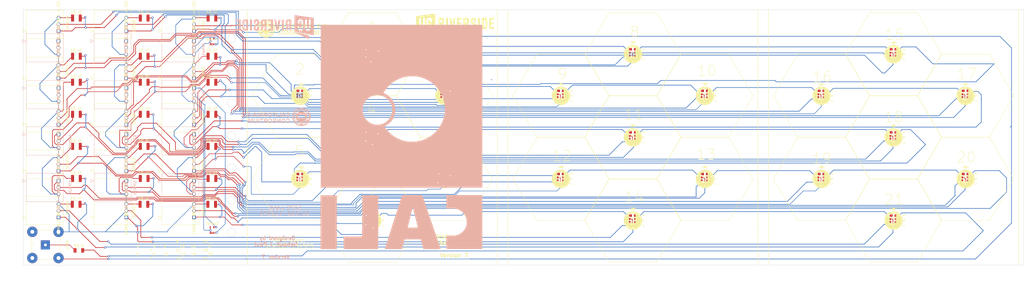
<source format=kicad_pcb>
(kicad_pcb (version 20211014) (generator pcbnew)
  (layers (0 "F.Cu" signal) (31 "B.Cu" signal) (34 "B.Paste" user) (35 "F.Paste" user) (36 "B.SilkS" user "B.Silkscreen") (37 "F.SilkS" user "F.Silkscreen") (38 "B.Mask" user) (39 "F.Mask" user) (44 "Edge.Cuts" user))
  (net 0 "")
  (footprint "SiPM:S14160-1315PS_dimple_silkscreen" (layer "F.Cu") (at 300 97.87)
    (fp_text reference "REF**" hide)
    (fp_text value "S14160-3015PS")
  )
  (footprint "LED_SMD:LED_0603_1608Metric_Pad1.05x0.95mm_HandSolder" (layer "F.Cu") (at 227.63 48.125)
    (fp_text reference "REF**" hide)
    (fp_text value "LED_0603_1608Metric_Pad1.05x0.95mm_HandSolder")
  )
  (footprint "SiPM:S14160-1315PS_dimple_silkscreen" (layer "F.Cu") (at 327.63 50.01)
    (fp_text reference "REF**" hide)
    (fp_text value "S14160-3015PS")
  )
  (footprint "Capacitor_SMD:C_1210_3225Metric" (layer "F.Cu") (at 66 107.6)
    (fp_text reference "10 nF")
    (fp_text value "C_1210_3225Metric")
  )
  (footprint "LED_SMD:LED_0603_1608Metric_Pad1.05x0.95mm_HandSolder" (layer "F.Cu") (at 227.63 80.035)
    (fp_text reference "REF**" hide)
    (fp_text value "LED_0603_1608Metric_Pad1.05x0.95mm_HandSolder")
  )
  (footprint "Sensor:LM94021QBIMG-NOPB" (layer "F.Cu") (at 66.1 117.5)
    (fp_text reference "Temp2")
    (fp_text value "LM94021QBIMG-NOPB")
  )
  (footprint "Symbol:diode_direction" (layer "F.Cu") (at 100.3 93.5)
    (fp_text reference "REF**" hide)
    (fp_text value "diode_direction" hide)
  )
  (footprint "SiPM:S14160-1315PS_dimple_silkscreen" (layer "F.Cu") (at 127.63 50.01)
    (fp_text reference "REF**" hide)
    (fp_text value "S14160-3015PS")
  )
  (footprint "Symbol:diode_direction" (layer "F.Cu") (at 355.1 93.4)
    (fp_text reference "REF**" hide)
    (fp_text value "diode_direction" hide)
  )
  (footprint "AMPMODU:3-102203-4" (layer "F.Cu") (at 33.2501 41.1 90)
    (fp_text reference "REF**")
    (fp_text value "CONN_3-102203-4_TEC")
  )
  (footprint "Symbol:diode_direction" (layer "F.Cu") (at 299.8 61.6)
    (fp_text reference "REF**" hide)
    (fp_text value "diode_direction" hide)
  )
  (footprint "Resistor_SMD:R_1206_3216Metric" (layer "F.Cu") (at 15.0375 125.3)
    (fp_text reference "50 Ω")
    (fp_text value "R_1206_3216Metric")
  )
  (footprint "LED_SMD:LED_0603_1608Metric_Pad1.05x0.95mm_HandSolder" (layer "F.Cu") (at 327.63 48.125)
    (fp_text reference "REF**" hide)
    (fp_text value "LED_0603_1608Metric_Pad1.05x0.95mm_HandSolder")
  )
  (footprint "SiPM:S14160-1315PS_dimple_silkscreen" (layer "F.Cu") (at 300 65.96)
    (fp_text reference "REF**" hide)
    (fp_text value "S14160-3015PS")
  )
  (footprint "AMPMODU:3-102203-4" (layer "F.Cu") (at 7.2 59.2 90)
    (fp_text reference "REF**")
    (fp_text value "CONN_3-102203-4_TEC")
  )
  (footprint "Capacitor_SMD:C_1210_3225Metric" (layer "F.Cu") (at 14 107.6)
    (fp_text reference "10 nF")
    (fp_text value "C_1210_3225Metric")
  )
  (footprint "Sensor:LM94021QBIMG-NOPB" (layer "F.Cu") (at 66.1 45.1)
    (fp_text reference "REF**")
    (fp_text value "LM94021QBIMG-NOPB")
  )
  (footprint "AMPMODU:3-102203-4" (layer "F.Cu") (at 7.2501 94.7875 90)
    (fp_text reference "REF**")
    (fp_text value "CONN_3-102203-4_TEC")
  )
  (footprint "LED_SMD:LED_0603_1608Metric_Pad1.05x0.95mm_HandSolder" (layer "F.Cu") (at 355.27 64.075)
    (fp_text reference "REF**" hide)
    (fp_text value "LED_0603_1608Metric_Pad1.05x0.95mm_HandSolder")
  )
  (footprint "SiPM:S14160-1315PS_dimple_silkscreen" (layer "F.Cu") (at 327.63 113.83)
    (fp_text reference "REF**" hide)
    (fp_text value "S14160-3015PS")
  )
  (footprint "AMPMODU:3-102203-4" (layer "F.Cu") (at 33.2501 112.5875 90)
    (fp_text reference "REF**")
    (fp_text value "CONN_3-102203-4_TEC")
  )
  (footprint "Symbol:diode_direction" (layer "F.Cu") (at 227.5 77.4)
    (fp_text reference "REF**" hide)
    (fp_text value "diode_direction" hide)
  )
  (footprint "Capacitor_SMD:C_1210_3225Metric" (layer "F.Cu") (at 66.1 36.145716)
    (fp_text reference "10 nF")
    (fp_text value "C_1210_3225Metric")
  )
  (footprint "AMPMODU:3-102203-4" (layer "F.Cu") (at 59.2 59.2 90)
    (fp_text reference "REF**")
    (fp_text value "CONN_3-102203-4_TEC")
  )
  (footprint "Symbol:diode_direction" (layer "F.Cu") (at 255.2 61.4)
    (fp_text reference "REF**" hide)
    (fp_text value "diode_direction" hide)
  )
  (footprint "LED_SMD:LED_0603_1608Metric_Pad1.05x0.95mm_HandSolder" (layer "F.Cu") (at 200 95.985)
    (fp_text reference "REF**" hide)
    (fp_text value "LED_0603_1608Metric_Pad1.05x0.95mm_HandSolder")
  )
  (footprint "AMPMODU:3-102203-4" (layer "F.Cu") (at 33.2501 94.7875 90)
    (fp_text reference "REF**")
    (fp_text value "CONN_3-102203-4_TEC")
  )
  (footprint "SiPM:S14160-1315PS_dimple_silkscreen" (layer "F.Cu") (at 227.63 113.83)
    (fp_text reference "REF**" hide)
    (fp_text value "S14160-3015PS")
  )
  (footprint "LED_SMD:LED_0603_1608Metric_Pad1.05x0.95mm_HandSolder" (layer "F.Cu") (at 300 95.985)
    (fp_text reference "REF**" hide)
    (fp_text value "LED_0603_1608Metric_Pad1.05x0.95mm_HandSolder")
  )
  (footprint "Symbol:diode_direction" (layer "F.Cu") (at 327.5 45.6)
    (fp_text reference "REF**" hide)
    (fp_text value "diode_direction" hide)
  )
  (footprint "SiPM:S14160-1315PS_dimple_silkscreen" (layer "F.Cu") (at 155.27 97.87)
    (fp_text reference "REF**" hide)
    (fp_text value "S14160-3015PS")
  )
  (footprint "LED_SMD:LED_0603_1608Metric_Pad1.05x0.95mm_HandSolder" (layer "F.Cu") (at 100 95.985)
    (fp_text reference "REF**" hide)
    (fp_text value "LED_0603_1608Metric_Pad1.05x0.95mm_HandSolder")
  )
  (footprint "Symbol:diode_direction" (layer "F.Cu") (at 127.8 77.6)
    (fp_text reference "REF**" hide)
    (fp_text value "diode_direction" hide)
  )
  (footprint "Symbol:diode_direction" (layer "F.Cu") (at 299.9 93.4)
    (fp_text reference "REF**" hide)
    (fp_text value "diode_direction" hide)
  )
  (footprint "Capacitor_SMD:C_1210_3225Metric" (layer "F.Cu") (at 14.1 97.690951)
    (fp_text reference "10 nF")
    (fp_text value "C_1210_3225Metric")
  )
  (footprint "Connector_Coaxial:BNC_TEConnectivity_1478035_Horizontal" (layer "F.Cu") (at 2.2 123.2 90)
    (fp_text reference "LEDs")
    (fp_text value "BNC_TEConnectivity_1478035_Horizontal")
  )
  (footprint "Capacitor_SMD:C_1210_3225Metric" (layer "F.Cu") (at 14.1 36.145716)
    (fp_text reference "10 nF")
    (fp_text value "C_1210_3225Metric")
  )
  (footprint "SiPM:S14160-1315PS_dimple_silkscreen" (layer "F.Cu") (at 100 97.87)
    (fp_text reference "REF**" hide)
    (fp_text value "S14160-3015PS")
  )
  (footprint "AMPMODU:3-102203-4" (layer "F.Cu") (at 7.2501 112.5875 90)
    (fp_text reference "REF**")
    (fp_text value "CONN_3-102203-4_TEC")
  )
  (footprint "LED_SMD:LED_0603_1608Metric_Pad1.05x0.95mm_HandSolder" (layer "F.Cu") (at 327.63 80.035)
    (fp_text reference "REF**" hide)
    (fp_text value "LED_0603_1608Metric_Pad1.05x0.95mm_HandSolder")
  )
  (footprint "LED_SMD:LED_0603_1608Metric_Pad1.05x0.95mm_HandSolder" (layer "F.Cu") (at 300 64.075)
    (fp_text reference "REF**" hide)
    (fp_text value "LED_0603_1608Metric_Pad1.05x0.95mm_HandSolder")
  )
  (footprint "Symbol:diode_direction" (layer "F.Cu") (at 327.5 109.4)
    (fp_text reference "REF**" hide)
    (fp_text value "diode_direction" hide)
  )
  (footprint "SiPM:S14160-1315PS_dimple_silkscreen" (layer "F.Cu") (at 227.63 81.92)
    (fp_text reference "REF**" hide)
    (fp_text value "S14160-3015PS")
  )
  (footprint "Capacitor_SMD:C_1210_3225Metric" (layer "F.Cu") (at 40 107.6)
    (fp_text reference "10 nF")
    (fp_text value "C_1210_3225Metric")
  )
  (footprint "LED_SMD:LED_0603_1608Metric_Pad1.05x0.95mm_HandSolder" (layer "F.Cu") (at 355.27 95.985)
    (fp_text reference "REF**" hide)
    (fp_text value "LED_0603_1608Metric_Pad1.05x0.95mm_HandSolder")
  )
  (footprint "Symbol:diode_direction" (layer "F.Cu") (at 255.2 93.3)
    (fp_text reference "REF**" hide)
    (fp_text value "diode_direction" hide)
  )
  (footprint "Capacitor_SMD:C_1210_3225Metric" (layer "F.Cu") (at 66.1 73.072857)
    (fp_text reference "10 nF")
    (fp_text value "C_1210_3225Metric")
  )
  (footprint "Symbol:diode_direction" (layer "F.Cu") (at 100.2 61.7)
    (fp_text reference "REF**" hide)
    (fp_text value "diode_direction" hide)
  )
  (footprint "Capacitor_SMD:C_1210_3225Metric" (layer "F.Cu") (at 40.1 50.8)
    (fp_text reference "10 nF")
    (fp_text value "C_1210_3225Metric")
  )
  (footprint "AMPMODU:3-102203-4" (layer "F.Cu") (at 59.2501 41.1 90)
    (fp_text reference "REF**")
    (fp_text value "CONN_3-102203-4_TEC")
  )
  (footprint "Symbol:diode_direction" (layer "F.Cu") (at 199.9 61.5)
    (fp_text reference "REF**" hide)
    (fp_text value "diode_direction" hide)
  )
  (footprint "SiPM:S14160-1315PS_dimple_silkscreen" (layer "F.Cu") (at 200 65.96)
    (fp_text reference "REF**" hide)
    (fp_text value "S14160-3015PS")
  )
  (footprint "Capacitor_SMD:C_1210_3225Metric" (layer "F.Cu") (at 40.1 36.145716)
    (fp_text reference "10 nF")
    (fp_text value "C_1210_3225Metric")
  )
  (footprint "AMPMODU:3-102203-4" (layer "F.Cu") (at 59.2501 76.9875 90)
    (fp_text reference "REF**")
    (fp_text value "CONN_3-102203-4_TEC")
  )
  (footprint "Symbol:diode_direction" (layer "F.Cu") (at 227.6 109.3)
    (fp_text reference "REF**" hide)
    (fp_text value "diode_direction" hide)
  )
  (footprint "LED_SMD:LED_0603_1608Metric_Pad1.05x0.95mm_HandSolder" (layer "F.Cu") (at 155.27 95.985)
    (fp_text reference "REF**" hide)
    (fp_text value "LED_0603_1608Metric_Pad1.05x0.95mm_HandSolder")
  )
  (footprint "Symbol:diode_direction" (layer "F.Cu") (at 327.4 77.5)
    (fp_text reference "REF**" hide)
    (fp_text value "diode_direction" hide)
  )
  (footprint "LED_SMD:LED_0603_1608Metric_Pad1.05x0.95mm_HandSolder" (layer "F.Cu") (at 155.27 64.075)
    (fp_text reference "REF**" hide)
    (fp_text value "LED_0603_1608Metric_Pad1.05x0.95mm_HandSolder")
  )
  (footprint "LED_SMD:LED_0603_1608Metric_Pad1.05x0.95mm_HandSolder" (layer "F.Cu") (at 327.63 111.945)
    (fp_text reference "REF**" hide)
    (fp_text value "LED_0603_1608Metric_Pad1.05x0.95mm_HandSolder")
  )
  (footprint "SiPM:S14160-1315PS_dimple_silkscreen" (layer "F.Cu") (at 127.63 81.92)
    (fp_text reference "REF**" hide)
    (fp_text value "S14160-3015PS")
  )
  (footprint "Capacitor_SMD:C_1210_3225Metric" (layer "F.Cu") (at 14.1 60.76381)
    (fp_text reference "10 nF")
    (fp_text value "C_1210_3225Metric")
  )
  (footprint "Symbol:diode_direction" (layer "F.Cu") (at 355.1 61.5)
    (fp_text reference "REF**" hide)
    (fp_text value "diode_direction" hide)
  )
  (footprint "Capacitor_SMD:C_1210_3225Metric" (layer "F.Cu") (at 66.1 60.76381)
    (fp_text reference "10 nF")
    (fp_text value "C_1210_3225Metric")
  )
  (footprint "Capacitor_SMD:C_1210_3225Metric" (layer "F.Cu") (at 66.1 50.8)
    (fp_text reference "10 nF")
    (fp_text value "C_1210_3225Metric")
  )
  (footprint "Capacitor_SMD:C_1210_3225Metric" (layer "F.Cu") (at 14.1 73.072857)
    (fp_text reference "10 nF")
    (fp_text value "C_1210_3225Metric")
  )
  (footprint "AMPMODU:3-102203-4" (layer "F.Cu") (at 33.2 59.2 90)
    (fp_text reference "REF**")
    (fp_text value "CONN_3-102203-4_TEC")
  )
  (footprint "Symbol:diode_direction" (layer "F.Cu") (at 227.6 45.5)
    (fp_text reference "REF**" hide)
    (fp_text value "diode_direction" hide)
  )
  (footprint "Capacitor_SMD:C_1210_3225Metric" (layer "F.Cu") (at 40.1 85.381904)
    (fp_text reference "10 nF")
    (fp_text value "C_1210_3225Metric")
  )
  (footprint "LED_SMD:LED_0603_1608Metric_Pad1.05x0.95mm_HandSolder" (layer "F.Cu") (at 227.63 111.945)
    (fp_text reference "REF**" hide)
    (fp_text value "LED_0603_1608Metric_Pad1.05x0.95mm_HandSolder")
  )
  (footprint "LED_SMD:LED_0603_1608Metric_Pad1.05x0.95mm_HandSolder" (layer "F.Cu") (at 200 64.075)
    (fp_text reference "REF**" hide)
    (fp_text value "LED_0603_1608Metric_Pad1.05x0.95mm_HandSolder")
  )
  (footprint "AMPMODU:3-102203-4" (layer "F.Cu") (at 7.2501 76.9875 90)
    (fp_text reference "REF**")
    (fp_text value "CONN_3-102203-4_TEC")
  )
  (footprint "Capacitor_SMD:C_1210_3225Metric" (layer "F.Cu") (at 40.1 97.690951)
    (fp_text reference "10 nF")
    (fp_text value "C_1210_3225Metric")
  )
  (footprint "Capacitor_SMD:C_1210_3225Metric" (layer "F.Cu") (at 14.1 85.381904)
    (fp_text reference "10 nF")
    (fp_text value "C_1210_3225Metric")
  )
  (footprint "SiPM:S14160-1315PS_dimple_silkscreen" (layer "F.Cu") (at 127.63 113.83)
    (fp_text reference "REF**" hide)
    (fp_text value "S14160-3015PS")
  )
  (footprint "SiPM:S14160-1315PS_dimple_silkscreen" (layer "F.Cu") (at 155.27 65.96)
    (fp_text reference "REF**" hide)
    (fp_text value "S14160-3015PS")
  )
  (footprint "AMPMODU:3-102203-4" (layer "F.Cu") (at 33.2501 76.9875 90)
    (fp_text reference "REF**")
    (fp_text value "CONN_3-102203-4_TEC")
  )
  (footprint "LED_SMD:LED_0603_1608Metric_Pad1.05x0.95mm_HandSolder" (layer "F.Cu") (at 127.63 111.945)
    (fp_text reference "REF**" hide)
    (fp_text value "LED_0603_1608Metric_Pad1.05x0.95mm_HandSolder")
  )
  (footprint "SiPM:S14160-1315PS_dimple_silkscreen" (layer "F.Cu") (at 200 97.87)
    (fp_text reference "REF**" hide)
    (fp_text value "S14160-3015PS")
  )
  (footprint "LED_SMD:LED_0603_1608Metric_Pad1.05x0.95mm_HandSolder" (layer "F.Cu") (at 127.63 48.125)
    (fp_text reference "REF**" hide)
    (fp_text value "LED_0603_1608Metric_Pad1.05x0.95mm_HandSolder")
  )
  (footprint "Symbol:diode_direction" (layer "F.Cu") (at 127.9 109.5)
    (fp_text reference "REF**" hide)
    (fp_text value "diode_direction" hide)
  )
  (footprint "Symbol:diode_direction" (layer "F.Cu") (at 127.9 45.7)
    (fp_text reference "REF**" hide)
    (fp_text value "diode_direction" hide)
  )
  (footprint "Capacitor_SMD:C_1210_3225Metric" (layer "F.Cu") (at 40.1 60.76381)
    (fp_text reference "10 nF")
    (fp_text value "C_1210_3225Metric")
  )
  (footprint "Capacitor_SMD:C_1210_3225Metric" (layer "F.Cu") (at 14.1 50.8)
    (fp_text reference "10 nF")
    (fp_text value "C_1210_3225Metric")
  )
  (footprint "Symbol:diode_direction" (layer "F.Cu") (at 155.5 93.5)
    (fp_text reference "REF**" hide)
    (fp_text value "diode_direction" hide)
  )
  (footprint "AMPMODU:3-102203-4" (layer "F.Cu") (at 7.2501 41.1 90)
    (fp_text reference "REF**")
    (fp_text value "CONN_3-102203-4_TEC")
  )
  (footprint "Capacitor_SMD:C_1210_3225Metric" (layer "F.Cu") (at 66.1 85.381904)
    (fp_text reference "10 nF")
    (fp_text value "C_1210_3225Metric")
  )
  (footprint "SiPM:S14160-1315PS_dimple_silkscreen" (layer "F.Cu") (at 355.27 97.87)
    (fp_text reference "REF**" hide)
    (fp_text value "S14160-3015PS")
  )
  (footprint "AMPMODU:3-102203-4" (layer "F.Cu") (at 59.2501 94.7875 90)
    (fp_text reference "REF**")
    (fp_text value "CONN_3-102203-4_TEC")
  )
  (footprint "LED_SMD:LED_0603_1608Metric_Pad1.05x0.95mm_HandSolder" (layer "F.Cu") (at 127.63 80.035)
    (fp_text reference "REF**" hide)
    (fp_text value "LED_0603_1608Metric_Pad1.05x0.95mm_HandSolder")
  )
  (footprint "Symbol:consortium_logo_3cm" (layer "F.Cu") (at 96.478841 40.126467)
    (fp_text reference "G***" hide)
    (fp_text value "LOGO" hide)
  )
  (footprint "LED_SMD:LED_0603_1608Metric_Pad1.05x0.95mm_HandSolder" (layer "F.Cu") (at 255.27 95.985)
    (fp_text reference "REF**" hide)
    (fp_text value "LED_0603_1608Metric_Pad1.05x0.95mm_HandSolder")
  )
  (footprint "LED_SMD:LED_0603_1608Metric_Pad1.05x0.95mm_HandSolder" (layer "F.Cu") (at 255.27 64.075)
    (fp_text reference "REF**" hide)
    (fp_text value "LED_0603_1608Metric_Pad1.05x0.95mm_HandSolder")
  )
  (footprint "SiPM:S14160-1315PS_dimple_silkscreen" (layer "F.Cu") (at 355.27 65.96)
    (fp_text reference "REF**" hide)
    (fp_text value "S14160-3015PS")
  )
  (footprint "Capacitor_SMD:C_1210_3225Metric" (layer "F.Cu") (at 40.1 73.072857)
    (fp_text reference "10 nF")
    (fp_text value "C_1210_3225Metric")
  )
  (footprint "Symbol:diode_direction" (layer "F.Cu") (at 200 93.3)
    (fp_text reference "REF**" hide)
    (fp_text value "diode_direction" hide)
  )
  (footprint "SiPM:S14160-1315PS_dimple_silkscreen" (layer "F.Cu") (at 255.27 97.87)
    (fp_text reference "REF**" hide)
    (fp_text value "S14160-3015PS")
  )
  (footprint "SiPM:S14160-1315PS_dimple_silkscreen" (layer "F.Cu") (at 227.63 50.01)
    (fp_text reference "REF**" hide)
    (fp_text value "S14160-3015PS")
  )
  (footprint "SiPM:S14160-1315PS_dimple_silkscreen" (layer "F.Cu") (at 255.27 65.96)
    (fp_text reference "REF**" hide)
    (fp_text value "S14160-3015PS")
  )
  (footprint "AMPMODU:3-102203-4" (layer "F.Cu") (at 59.2501 112.5875 90)
    (fp_text reference "REF**")
    (fp_text value "CONN_3-102203-4_TEC")
  )
  (footprint "Symbol:diode_direction" (layer "F.Cu") (at 155.5 61.6)
    (fp_text reference "REF**" hide)
    (fp_text value "diode_direction" hide)
  )
  (footprint "Capacitor_SMD:C_1210_3225Metric" (layer "F.Cu") (at 66.1 97.690951)
    (fp_text reference "10 nF")
    (fp_text value "C_1210_3225Metric")
  )
  (footprint "Symbol:UCR_Logo_3cm" (layer "F.Cu") (at 159.4 39)
    (fp_text reference "G***" hide)
    (fp_text value "LOGO" hide)
  )
  (footprint "SiPM:S14160-1315PS_dimple_silkscreen" (layer "F.Cu") (at 100 65.96)
    (fp_text reference "REF**" hide)
    (fp_text value "S14160-3015PS")
  )
  (footprint "LED_SMD:LED_0603_1608Metric_Pad1.05x0.95mm_HandSolder" (layer "F.Cu") (at 100 64.075)
    (fp_text reference "REF**" hide)
    (fp_text value "LED_0603_1608Metric_Pad1.05x0.95mm_HandSolder")
  )
  (footprint "SiPM:S14160-1315PS_dimple_silkscreen" (layer "F.Cu") (at 327.63 81.92)
    (fp_text reference "REF**" hide)
    (fp_text value "S14160-3015PS")
  )
  (footprint "AMPMODU:3-102203-4" (layer "B.Cu") (at 7.2 45 -90)
    (fp_text reference "REF**")
    (fp_text value "CONN_3-102203-4_TEC")
  )
  (footprint "AMPMODU:3-102203-4" (layer "B.Cu") (at 59.2501 80.8125 -90)
    (fp_text reference "REF**")
    (fp_text value "CONN_3-102203-4_TEC")
  )
  (footprint "AMPMODU:3-102203-4" (layer "B.Cu") (at 7.2501 63.0125 -90)
    (fp_text reference "REF**")
    (fp_text value "CONN_3-102203-4_TEC")
  )
  (footprint "AMPMODU:3-102203-4" (layer "B.Cu") (at 59.2 45 -90)
    (fp_text reference "REF**")
    (fp_text value "CONN_3-102203-4_TEC")
  )
  (footprint "AMPMODU:3-102203-4" (layer "B.Cu") (at 59.2501 98.6125 -90)
    (fp_text reference "REF**")
    (fp_text value "CONN_3-102203-4_TEC")
  )
  (footprint "AMPMODU:3-102203-4" (layer "B.Cu") (at 59.2501 63.0125 -90)
    (fp_text reference "REF**")
    (fp_text value "CONN_3-102203-4_TEC")
  )
  (footprint "AMPMODU:3-102203-4" (layer "B.Cu") (at 33.2 45 -90)
    (fp_text reference "REF**")
    (fp_text value "CONN_3-102203-4_TEC")
  )
  (footprint "AMPMODU:3-102203-4" (layer "B.Cu") (at 7.2501 80.8125 -90)
    (fp_text reference "REF**")
    (fp_text value "CONN_3-102203-4_TEC")
  )
  (footprint "AMPMODU:3-102203-4" (layer "B.Cu") (at 33.2501 80.8125 -90)
    (fp_text reference "REF**")
    (fp_text value "CONN_3-102203-4_TEC")
  )
  (footprint "AMPMODU:3-102203-4" (layer "B.Cu") (at 7.2501 98.6125 -90)
    (fp_text reference "REF**")
    (fp_text value "CONN_3-102203-4_TEC")
  )
  (footprint "Symbol:CALI_logo_7pt5cm" (layer "B.Cu") (at 138.515975 82.64706 180)
    (fp_text reference "G***" hide)
    (fp_text value "LOGO" hide)
  )
  (footprint "AMPMODU:3-102203-4" (layer "B.Cu") (at 33.2501 63.0125 -90)
    (fp_text reference "REF**")
    (fp_text value "CONN_3-102203-4_TEC")
  )
  (footprint "AMPMODU:3-102203-4" (layer "B.Cu") (at 33.2501 98.6125 -90)
    (fp_text reference "REF**")
    (fp_text value "CONN_3-102203-4_TEC")
  )
  (footprint "Symbol:consortium_logo_3cm" (layer "B.Cu") (at 90.821159 74.026467 180)
    (fp_text reference "G***" hide)
    (fp_text value "LOGO" hide)
  )
  (footprint "Symbol:UCR_Logo_3cm" (layer "B.Cu") (at 90.2 39.6 180)
    (fp_text reference "G***" hide)
    (fp_text value "LOGO" hide)
  )
  (gr_line (start 175.6 33) (end 175.64 130.8) (layer "F.SilkS") (width 0.15))
  (gr_line (start 79.63 32.92) (end 79.63 130.91) (layer "F.SilkS") (width 0.15))
  (gr_line (start 375.6 33) (end 375.64 130.8) (layer "F.SilkS") (width 0.15))
  (gr_line (start 179.63 32.92) (end 179.63 130.91) (layer "F.SilkS") (width 0.15))
  (gr_line (start 279.63 32.92) (end 279.63 130.91) (layer "F.SilkS") (width 0.15))
  (gr_line (start 275.6 33) (end 275.64 130.8) (layer "F.SilkS") (width 0.15))
  (gr_circle (center 73.6 56.4) (end 75.2 56.4) (layer "Edge.Cuts") (width 0.1) (fill none))
  (gr_circle (center 73.6 118.4) (end 75.2 118.4) (layer "Edge.Cuts") (width 0.1) (fill none))
  (gr_circle (center 73.6 106) (end 75.2 106) (layer "Edge.Cuts") (width 0.1) (fill none))
  (gr_rect (start -6.28 32.92) (end 377.64 130.91) (layer "Edge.Cuts") (width 0.1) (fill none))
  (gr_circle (center 73.6 68.8) (end 75.2 68.8) (layer "Edge.Cuts") (width 0.1) (fill none))
  (gr_circle (center 73.6 81.2) (end 75.2 81.2) (layer "Edge.Cuts") (width 0.1) (fill none))
  (gr_circle (center 73.6 93.6) (end 75.2 93.6) (layer "Edge.Cuts") (width 0.1) (fill none))
  (gr_circle (center 73.6 44) (end 75.2 44) (layer "Edge.Cuts") (width 0.1) (fill none))
  (gr_text "SiPM6" (at 62.8 101.221425 90) (layer "B.SilkS") (effects (font (size 1 1)) (justify mirror)))
  (gr_text "Temp1" (at 62.8 48.121428 90) (layer "B.SilkS") (effects (font (size 1 1)) (justify mirror)))
  (gr_text "SiPM used:\nS14160-1315PS" (at 94 110) (layer "B.SilkS") (effects (font (size 1.5 1.5)) (justify mirror)))
  (gr_text "SiPM20" (at 11.8 101.157142 90) (layer "B.SilkS") (effects (font (size 1 1)) (justify mirror)))
  (gr_text "Designed by \nSebouh J Paul\n\nVersion 7" (at 90.6 124.2) (layer "B.SilkS") (effects (font (size 1.5 1.5) (thickness 0.3)) (justify mirror)))
  (gr_text "SiPM4" (at 62.8 83.664283 90) (layer "B.SilkS") (effects (font (size 1 1)) (justify mirror)))
  (gr_text "SiPM18" (at 11.8 83.6 90) (layer "B.SilkS") (effects (font (size 1 1)) (justify mirror)))
  (gr_text "SiPM13" (at 36.6 101.157142 90) (layer "B.SilkS") (effects (font (size 1 1)) (justify mirror)))
  (gr_text "SiPM11" (at 36.6 83.6 90) (layer "B.SilkS") (effects (font (size 1 1)) (justify mirror)))
  (gr_text "Temp2" (at 62.8 65.964284 90) (layer "B.SilkS") (effects (font (size 1 1)) (justify mirror)))
  (gr_text "SiPM5" (at 62.8 92.442854 90) (layer "F.SilkS") (effects (font (size 1 1))))
  (gr_text "10" (at 256 56.4) (layer "F.SilkS") (effects (font (size 4 4))))
  (gr_text "SiPM used:\nS14160-1315PS" (at 95.6 122.5) (layer "F.SilkS") (effects (font (size 1.5 1.5))))
  (gr_text "20" (at 355.5 89.6) (layer "F.SilkS") (effects (font (size 4 4))))
  (gr_text "11" (at 228 73.1) (layer "F.SilkS") (effects (font (size 4 4))))
  (gr_text "12" (at 200.4 89) (layer "F.SilkS") (effects (font (size 4 4))))
  (gr_text "4" (at 127.3 71.3) (layer "F.SilkS") (effects (font (size 4 4))))
  (gr_text "SiPM1" (at 62.8 39.2 90) (layer "F.SilkS") (effects (font (size 1 1))))
  (gr_text "15" (at 328 42.5) (layer "F.SilkS") (effects (font (size 4 4))))
  (gr_text "SiPM19" (at 10.7 91.342854 90) (layer "F.SilkS") (effects (font (size 1 1))))
  (gr_text "SiPM16" (at 10.7 73.785712 90) (layer "F.SilkS") (effects (font (size 1 1))))
  (gr_text "8" (at 228.3 41.4) (layer "F.SilkS") (effects (font (size 4 4))))
  (gr_text "1" (at 127.6 39.6) (layer "F.SilkS") (effects (font (size 4 4))))
  (gr_text "17\n" (at 355.7 57.5) (layer "F.SilkS") (effects (font (size 4 4))))
  (gr_text "SiPM3" (at 62.8 57.042856 90) (layer "F.SilkS") (effects (font (size 1 1))))
  (gr_text "SiPM8" (at 36.3 39.2 90) (layer "F.SilkS") (effects (font (size 1 1))))
  (gr_text "13" (at 255.8 88.5) (layer "F.SilkS") (effects (font (size 4 4))))
  (gr_text "SiPM7" (at 62.8 110 90) (layer "F.SilkS") (effects (font (size 1 1))))
  (gr_text "7" (at 127.4 102.9) (layer "F.SilkS") (effects (font (size 4 4))))
  (gr_text "6" (at 155.1 86.7) (layer "F.SilkS") (effects (font (size 4 4))))
  (gr_text "SiPM12" (at 36.3 92.442854 90) (layer "F.SilkS") (effects (font (size 1 1))))
  (gr_text "21\n" (at 327.8 105.8) (layer "F.SilkS") (effects (font (size 4 4))))
  (gr_text "14" (at 228.1 104.7) (layer "F.SilkS") (effects (font (size 4 4))))
  (gr_text "SiPM9" (at 36.3 74.885712 90) (layer "F.SilkS") (effects (font (size 1 1))))
  (gr_text "16\n" (at 300.3 58.7) (layer "F.SilkS") (effects (font (size 4 4))))
  (gr_text "18\n" (at 327.7 74.2) (layer "F.SilkS") (effects (font (size 4 4))))
  (gr_text "SiPM17" (at 10.7 55.942856 90) (layer "F.SilkS") (effects (font (size 1 1))))
  (gr_text "SiPM15" (at 10.7 38.1 90) (layer "F.SilkS") (effects (font (size 1 1))))
  (gr_text "19\n" (at 300.1 90.1) (layer "F.SilkS") (effects (font (size 4 4))))
  (gr_text "SiPM21" (at 10.7 108.9 90) (layer "F.SilkS") (effects (font (size 1 1))))
  (gr_text "2" (at 99.9 55.8) (layer "F.SilkS") (effects (font (size 4 4))))
  (gr_text "SiPM2" (at 62.8 74.885712 90) (layer "F.SilkS") (effects (font (size 1 1))))
  (gr_text "SiPM14" (at 36.3 110 90) (layer "F.SilkS") (effects (font (size 1 1))))
  (gr_text "Designed by \nSebouh J Paul\n\nVersion 7" (at 159 123.6) (layer "F.SilkS") (effects (font (size 1.5 1.5) (thickness 0.3))))
  (gr_text "SiPM10" (at 36.3 57.042856 90) (layer "F.SilkS") (effects (font (size 1 1))))
  (gr_text "3" (at 155.3 54.6) (layer "F.SilkS") (effects (font (size 4 4))))
  (gr_text "    1            8            15\n2       3    9       10   16      17\n    4            11           18\n5       6    12      13   19      20\n    7            14           21" (at 51.8 125.2) (layer "F.SilkS") (effects (font (size 1 1))))
  (gr_text "5" (at 99.7 87.2) (layer "F.SilkS") (effects (font (size 4 4))))
  (gr_text "9" (at 200.6 57.6) (layer "F.SilkS") (effects (font (size 4 4))))
  (segment (start 33.2501 38.56) (end 43.64 38.56) (width 0.25) (layer "F.Cu") (net 0))
  (segment (start 36 60.6) (end 38.46119 60.6) (width 0.25) (layer "F.Cu") (net 0))
  (segment (start 67.7 41.3) (end 67.6 41.4) (width 0.25) (layer "F.Cu") (net 0))
  (segment (start 76.2 87.6) (end 78.3 89.7) (width 0.25) (layer "F.Cu") (net 0))
  (segment (start 70.8 112.5) (end 73.8 115.5) (width 0.2) (layer "F.Cu") (net 0))
  (segment (start 62.8 58.2) (end 60.2 60.8) (width 0.2) (layer "F.Cu") (net 0))
  (segment (start 225.3 48.3) (end 225.475 48.125) (width 0.25) (layer "F.Cu") (net 0))
  (segment (start 63.8 57.2) (end 67 54) (width 0.25) (layer "F.Cu") (net 0))
  (segment (start 10.5 67.1) (end 10.5 72.2) (width 0.25) (layer "F.Cu") (net 0))
  (segment (start 18.6 76.3) (end 22.7 80.4) (width 0.25) (layer "F.Cu") (net 0))
  (segment (start 227.38 115.08) (end 227.38 113.28) (width 0.25) (layer "F.Cu") (net 0))
  (segment (start 60.4925 71.9075) (end 60.6 71.8) (width 0.2) (layer "F.Cu") (net 0))
  (segment (start 68.63619 60.76381) (end 67.575 60.76381) (width 0.25) (layer "F.Cu") (net 0))
  (segment (start 31 97.3) (end 35.4 97.3) (width 0.25) (layer "F.Cu") (net 0))
  (segment (start 77.15 104.55) (end 74.6 102) (width 0.2) (layer "F.Cu") (net 0))
  (segment (start 67.3 104.9) (end 63.3 104.9) (width 0.25) (layer "F.Cu") (net 0))
  (segment (start 5.5925 85.8925) (end 4.9 85.2) (width 0.25) (layer "F.Cu") (net 0))
  (segment (start 75.8 41.9) (end 61.9 41.9) (width 0.25) (layer "F.Cu") (net 0))
  (segment (start 65.14 40.4) (end 65.34 40.6) (width 0.2) (layer "F.Cu") (net 0))
  (segment (start 42.1 64.6) (end 42.1 63.5) (width 0.25) (layer "F.Cu") (net 0))
  (segment (start 299.8 100.4) (end 299.8 97.4) (width 0.2) (layer "F.Cu") (net 0))
  (segment (start 38.625 73.072857) (end 35.1 76.597857) (width 0.25) (layer "F.Cu") (net 0))
  (segment (start 9.8 59.2) (end 12.5 56.5) (width 0.25) (layer "F.Cu") (net 0))
  (segment (start 31.7 102) (end 31.7 99.4) (width 0.25) (layer "F.Cu") (net 0))
  (segment (start 63.6 85.6) (end 63.7 85.5) (width 0.25) (layer "F.Cu") (net 0))
  (segment (start 68.8 82.9) (end 68.9 82.9) (width 0.25) (layer "F.Cu") (net 0))
  (segment (start 34.3 52.3) (end 27.6 52.3) (width 0.25) (layer "F.Cu") (net 0))
  (segment (start 72.35 98.15) (end 73.75 98.15) (width 0.25) (layer "F.Cu") (net 0))
  (segment (start 75.4 87.6) (end 76.2 87.6) (width 0.25) (layer "F.Cu") (net 0))
  (segment (start 66.75 116.4) (end 67.7 116.4) (width 0.2) (layer "F.Cu") (net 0))
  (segment (start 78.9 99.1) (end 75.3 95.5) (width 0.25) (layer "F.Cu") (net 0))
  (segment (start 7.6 102.4) (end 6.2 102.4) (width 0.25) (layer "F.Cu") (net 0))
  (segment (start 199.8 100.2) (end 199.8 97.4) (width 0.2) (layer "F.Cu") (net 0))
  (segment (start 15.575 97.690951) (end 17.390951 97.690951) (width 0.25) (layer "F.Cu") (net 0))
  (segment (start 125.1 51.1) (end 125.7675 51.1) (width 0.25) (layer "F.Cu") (net 0))
  (segment (start 37.5 59) (end 37.5 59.6) (width 0.2) (layer "F.Cu") (net 0))
  (segment (start 28.1 88.5) (end 29.6 88.5) (width 0.25) (layer "F.Cu") (net 0))
  (segment (start 74.6 72) (end 76.2 70.4) (width 0.25) (layer "F.Cu") (net 0))
  (segment (start 14.75 91.85) (end 14.8 91.8) (width 0.25) (layer "F.Cu") (net 0))
  (segment (start 62.0125 94.7875) (end 59.2501 94.7875) (width 0.2) (layer "F.Cu") (net 0))
  (segment (start 302.4 96.7) (end 301.685 95.985) (width 0.25) (layer "F.Cu") (net 0))
  (segment (start 5.6 101.8) (end 5.6 100.1) (width 0.25) (layer "F.Cu") (net 0))
  (segment (start 229.975 48.125) (end 228.505 48.125) (width 0.25) (layer "F.Cu") (net 0))
  (segment (start 74.2 111.1) (end 69.7 106.6) (width 0.25) (layer "F.Cu") (net 0))
  (segment (start 57.6925 103.6925) (end 59.2501 103.6925) (width 0.2) (layer "F.Cu") (net 0))
  (segment (start 325.645 111.945) (end 326.755 111.945) (width 0.25) (layer "F.Cu") (net 0))
  (segment (start 68.3 43) (end 63.2 43) (width 0.2) (layer "F.Cu") (net 0))
  (segment (start 127.8 52) (end 127.8 51.8) (width 0.25) (layer "F.Cu") (net 0))
  (segment (start 74.5 102.7) (end 68.4 102.7) (width 0.25) (layer "F.Cu") (net 0))
  (segment (start 15.575 73.072857) (end 15.702143 73.2) (width 0.25) (layer "F.Cu") (net 0))
  (segment (start 45.9 98.4) (end 55.9 98.4) (width 0.25) (layer "F.Cu") (net 0))
  (segment (start 200.95 64) (end 200.875 64.075) (width 0.25) (layer "F.Cu") (net 0))
  (segment (start 198.715 95.985) (end 199.125 95.985) (width 0.2) (layer "F.Cu") (net 0))
  (segment (start 70.2 81.7) (end 72.1 83.6) (width 0.25) (layer "F.Cu") (net 0))
  (segment (start 36.8 46.7) (end 36.8 49.8) (width 0.25) (layer "F.Cu") (net 0))
  (segment (start 63.5 81.3) (end 69.8 81.3) (width 0.25) (layer "F.Cu") (net 0))
  (segment (start 62.6 85.2) (end 62.6 82.7) (width 0.25) (layer "F.Cu") (net 0))
  (segment (start 74.8 53.8) (end 72.4 53.8) (width 0.25) (layer "F.Cu") (net 0))
  (segment (start 62.7 106.4) (end 44.7 106.4) (width 0.25) (layer "F.Cu") (net 0))
  (segment (start 64.88821 63.71179) (end 61.4 67.2) (width 0.25) (layer "F.Cu") (net 0))
  (segment (start 125.2 115.5) (end 125.2 115.4875) (width 0.25) (layer "F.Cu") (net 0))
  (segment (start 68.2 105.5) (end 63.6 105.5) (width 0.25) (layer "F.Cu") (net 0))
  (segment (start 70.3 83) (end 70.3 83.8) (width 0.25) (layer "F.Cu") (net 0))
  (segment (start 299.9 68.6) (end 300.1 68.4) (width 0.25) (layer "F.Cu") (net 0))
  (segment (start 63.8 95.3) (end 68.5 95.3) (width 0.25) (layer "F.Cu") (net 0))
  (segment (start 198.0875 67.1) (end 198.6775 66.51) (width 0.25) (layer "F.Cu") (net 0))
  (segment (start 35.6 96.3) (end 36.9 95) (width 0.25) (layer "F.Cu") (net 0))
  (segment (start 255 65.7) (end 254.71 65.41) (width 0.25) (layer "F.Cu") (net 0))
  (segment (start 297.9875 67.2) (end 298.6775 66.51) (width 0.25) (layer "F.Cu") (net 0))
  (segment (start 49.8 87.1) (end 50.2 87.5) (width 0.25) (layer "F.Cu") (net 0))
  (segment (start 59.8125 76.9875) (end 59.2501 76.9875) (width 0.25) (layer "F.Cu") (net 0))
  (segment (start 38.8 79.4) (end 39.7 78.5) (width 0.25) (layer "F.Cu") (net 0))
  (segment (start 37.4 84.3) (end 37.4 83.8) (width 0.25) (layer "F.Cu") (net 0))
  (segment (start 353.3575 67.1) (end 353.9475 66.51) (width 0.25) (layer "F.Cu") (net 0))
  (segment (start 34.55 102.45) (end 32.15 102.45) (width 0.25) (layer "F.Cu") (net 0))
  (segment (start 330 48.1) (end 329.975 48.125) (width 0.25) (layer "F.Cu") (net 0))
  (segment (start 325.4775 83.3) (end 326.3575 82.42) (width 0.25) (layer "F.Cu") (net 0))
  (segment (start 129.545 111.945) (end 128.505 111.945) (width 0.25) (layer "F.Cu") (net 0))
  (segment (start 4.8 102.6) (end 5.8925 103.6925) (width 0.25) (layer "F.Cu") (net 0))
  (segment (start 22.9 105.3) (end 17.9 100.3) (width 0.25) (layer "F.Cu") (net 0))
  (segment (start 227.9 116.3) (end 227.9 115.6) (width 0.25) (layer "F.Cu") (net 0))
  (segment (start 13.1 53.5) (end 9.94 56.66) (width 0.25) (layer "F.Cu") (net 0))
  (segment (start 20.1 62.6) (end 19.5 63.2) (width 0.25) (layer "F.Cu") (net 0))
  (segment (start 77.9 107.7) (end 76.6 106.4) (width 0.25) (layer "F.Cu") (net 0))
  (segment (start 37.1 105.3) (end 22.9 105.3) (width 0.25) (layer "F.Cu") (net 0))
  (segment (start 57.6 99.8) (end 58.7875 98.6125) (width 0.2) (layer "F.Cu") (net 0))
  (segment (start 129.335 80.035) (end 128.505 80.035) (width 0.25) (layer "F.Cu") (net 0))
  (segment (start 156.885 95.985) (end 156.145 95.985) (width 0.25) (layer "F.Cu") (net 0))
  (segment (start 76.8 52.3) (end 73.5 49) (width 0.2) (layer "F.Cu") (net 0))
  (segment (start 39.2 52.8) (end 35.34 56.66) (width 0.25) (layer "F.Cu") (net 0))
  (segment (start 69.4 83.4) (end 69.4 84.6) (width 0.25) (layer "F.Cu") (net 0))
  (segment (start 63.2 83.1) (end 63.4 82.9) (width 0.25) (layer "F.Cu") (net 0))
  (segment (start 326.52 79.8) (end 326.755 80.035) (width 0.25) (layer "F.Cu") (net 0))
  (segment (start 72.1 83.6) (end 76.2 83.6) (width 0.25) (layer "F.Cu") (net 0))
  (segment (start 49.8 84.5) (end 49.8 87.1) (width 0.25) (layer "F.Cu") (net 0))
  (segment (start 36 69.3) (end 36 60.6) (width 0.25) (layer "F.Cu") (net 0))
  (segment (start 62.6 57.8) (end 60 60.4) (width 0.25) (layer "F.Cu") (net 0))
  (segment (start 63.1 104.4) (end 62.1 105.4) (width 0.25) (layer "F.Cu") (net 0))
  (segment (start 17.6 39.8) (end 21 39.8) (width 0.25) (layer "F.Cu") (net 0))
  (segment (start 38.8 113.7) (end 38.8 120.1) (width 0.25) (layer "F.Cu") (net 0))
  (segment (start 11.3 70.2) (end 15.8 65.7) (width 0.25) (layer "F.Cu") (net 0))
  (segment (start 68.9 82.9) (end 69.4 83.4) (width 0.25) (layer "F.Cu") (net 0))
  (segment (start 6.2875 80.8125) (end 5.7 81.4) (width 0.25) (layer "F.Cu") (net 0))
  (segment (start 99.8 67.2) (end 99.8 65.6) (width 0.25) (layer "F.Cu") (net 0))
  (segment (start 50.1 45) (end 38.5 45) (width 0.25) (layer "F.Cu") (net 0))
  (segment (start 13.8 55.2) (end 17.6 55.2) (width 0.25) (layer "F.Cu") (net 0))
  (segment (start 127.38 115.08) (end 127.38 113.28) (width 0.25) (layer "F.Cu") (net 0))
  (segment (start 225.7675 51.1) (end 226.3075 50.56) (width 0.25) (layer "F.Cu") (net 0))
  (segment (start 7.2501 110.0475) (end 11.2475 110.0475) (width 0.25) (layer "F.Cu") (net 0))
  (segment (start 68.4 77.8) (end 69.158932 78.558932) (width 0.25) (layer "F.Cu") (net 0))
  (segment (start 65 58.6) (end 65.6 58) (width 0.25) (layer "F.Cu") (net 0))
  (segment (start 15.475 107.6) (end 17 107.6) (width 0.25) (layer "F.Cu") (net 0))
  (segment (start 33.0875 80.8125) (end 31.7 82.2) (width 0.25) (layer "F.Cu") (net 0))
  (segment (start 35.5 69.8) (end 36 69.3) (width 0.25) (layer "F.Cu") (net 0))
  (segment (start 59.296884 103.2) (end 59.2701 103.173216) (width 0.2) (layer "F.Cu") (net 0))
  (segment (start 127.26 49.46) (end 126.3575 49.46) (width 0.25) (layer "F.Cu") (net 0))
  (segment (start 18.181904 85.381904) (end 18.4 85.6) (width 0.25) (layer "F.Cu") (net 0))
  (segment (start 78.5 105.8) (end 77.25 104.55) (width 0.2) (layer "F.Cu") (net 0))
  (segment (start 356.2 63.2) (end 356.2 64.02) (width 0.25) (layer "F.Cu") (net 0))
  (segment (start 33.2 88.5) (end 34.1 87.6) (width 0.25) (layer "F.Cu") (net 0))
  (segment (start 78.2 39) (end 73.6 39) (width 0.25) (layer "F.Cu") (net 0))
  (segment (start 64.499284 36.02) (end 64.625 36.145716) (width 0.25) (layer "F.Cu") (net 0))
  (segment (start 44.3 85.3) (end 44.6 85.3) (width 0.25) (layer "F.Cu") (net 0))
  (segment (start 44.3 64.4) (end 36.9 71.8) (width 0.2) (layer "F.Cu") (net 0))
  (segment (start 58.1 60.8) (end 56.1 58.8) (width 0.2) (layer "F.Cu") (net 0))
  (segment (start 36.0525 92.2475) (end 33.2501 92.2475) (width 0.25) (layer "F.Cu") (net 0))
  (segment (start 34.4 61.8) (end 32.3 61.8) (width 0.2) (layer "F.Cu") (net 0))
  (segment (start 327.07 81.37) (end 326.3575 81.37) (width 0.25) (layer "F.Cu") (net 0))
  (segment (start 66.75 118.6) (end 67.7 118.6) (width 0.2) (layer "F.Cu") (net 0))
  (segment (start 69.3 60.1) (end 68.63619 60.76381) (width 0.25) (layer "F.Cu") (net 0))
  (segment (start 44.2 83.3) (end 47.7 86.8) (width 0.25) (layer "F.Cu") (net 0))
  (segment (start 67.575 107.7) (end 67.475 107.6) (width 0.2) (layer "F.Cu") (net 0))
  (segment (start 59.2501 94.7875) (end 59.2501 95.4501) (width 0.2) (layer "F.Cu") (net 0))
  (segment (start 37.5 79.1026) (end 37.5 78.2) (width 0.25) (layer "F.Cu") (net 0))
  (segment (start 55.9 98.4) (end 57.2 97.1) (width 0.25) (layer "F.Cu") (net 0))
  (segment (start 23.1 121.9) (end 26.3 121.9) (width 0.25) (layer "F.Cu") (net 0))
  (segment (start 62.4 96.7) (end 63.8 95.3) (width 0.25) (layer "F.Cu") (net 0))
  (segment (start 5.8925 103.6925) (end 7.2501 103.6925) (width 0.25) (layer "F.Cu") (net 0))
  (segment (start 65.45 117.55) (end 65.5 117.6) (width 0.2) (layer "F.Cu") (net 0))
  (segment (start 7.0875 98.6125) (end 7.2501 98.6125) (width 0.25) (layer "F.Cu") (net 0))
  (segment (start 227.5 49.7) (end 227.26 49.46) (width 0.25) (layer "F.Cu") (net 0))
  (segment (start 256.2 63.2) (end 256.2 64.02) (width 0.25) (layer "F.Cu") (net 0))
  (segment (start 11.2475 110.0475) (end 22.9 121.7) (width 0.25) (layer "F.Cu") (net 0))
  (segment (start 74.1 95.7) (end 72.9 95.7) (width 0.25) (layer "F.Cu") (net 0))
  (segment (start 61.4 73.6) (end 60.5525 74.4475) (width 0.25) (layer "F.Cu") (net 0))
  (segment (start 300.1 68.4) (end 300.1 67.5) (width 0.25) (layer "F.Cu") (net 0))
  (segment (start 74.9 53.3) (end 72.3 53.3) (width 0.25) (layer "F.Cu") (net 0))
  (segment (start 60.6 98) (end 60.2 97.6) (width 0.2) (layer "F.Cu") (net 0))
  (segment (start 37.1 116) (end 37.6 116.5) (width 0.25) (layer "F.Cu") (net 0))
  (segment (start 125.3 80) (end 126.72 80) (width 0.25) (layer "F.Cu") (net 0))
  (segment (start 65.34 40.6) (end 77.14 40.6) (width 0.2) (layer "F.Cu") (net 0))
  (segment (start 227.9 84.5) (end 227.4 84) (width 0.25) (layer "F.Cu") (net 0))
  (segment (start 97.7 96) (end 97.715 95.985) (width 0.2) (layer "F.Cu") (net 0))
  (segment (start 60.3875 112.5875) (end 60.475 112.5) (width 0.2) (layer "F.Cu") (net 0))
  (segment (start 63.5 94) (end 61.9 95.6) (width 0.25) (layer "F.Cu") (net 0))
  (segment (start 9.1 71.2) (end 9.2 71.3) (width 0.25) (layer "F.Cu") (net 0))
  (segment (start 11.6525 92.2475) (end 14.6 89.3) (width 0.25) (layer "F.Cu") (net 0))
  (segment (start 21 39.8) (end 24.8 39.8) (width 0.25) (layer "F.Cu") (net 0))
  (segment (start 7.7 102.3) (end 7.6 102.4) (width 0.25) (layer "F.Cu") (net 0))
  (segment (start 22.7 82.1) (end 28.6 88) (width 0.25) (layer "F.Cu") (net 0))
  (segment (start 41.9 89.5) (end 41.7 89.5) (width 0.2) (layer "F.Cu") (net 0))
  (segment (start 7.2501 76.9875) (end 8.2125 76.9875) (width 0.25) (layer "F.Cu") (net 0))
  (segment (start 68.5 105.1) (end 67.5 105.1) (width 0.25) (layer "F.Cu") (net 0))
  (segment (start 62.6 97.2) (end 64 95.8) (width 0.25) (layer "F.Cu") (net 0))
  (segment (start 10.290951 97.690951) (end 9.2 96.6) (width 0.25) (layer "F.Cu") (net 0))
  (segment (start 255.2 100.8) (end 255.2 97.8) (width 0.25) (layer "F.Cu") (net 0))
  (segment (start 37.2 105.9) (end 20.8 105.9) (width 0.25) (layer "F.Cu") (net 0))
  (segment (start 127.38 113.28) (end 126.3575 113.28) (width 0.25) (layer "F.Cu") (net 0))
  (segment (start 99.8 97.4) (end 99.72 97.32) (width 0.2) (layer "F.Cu") (net 0))
  (segment (start 70.1 56.7) (end 66 56.7) (width 0.2) (layer "F.Cu") (net 0))
  (segment (start 156.5 63.2) (end 156.2 63.2) (width 0.25) (layer "F.Cu") (net 0))
  (segment (start 57 62.7) (end 58.1 61.6) (width 0.25) (layer "F.Cu") (net 0))
  (segment (start 75.4 52.6) (end 72 52.6) (width 0.25) (layer "F.Cu") (net 0))
  (segment (start 298.215 95.985) (end 299.125 95.985) (width 0.2) (layer "F.Cu") (net 0))
  (segment (start 9 78.9) (end 12.625 75.275) (width 0.25) (layer "F.Cu") (net 0))
  (segment (start 11.3 73.9) (end 11.3 70.2) (width 0.25) (layer "F.Cu") (net 0))
  (segment (start 36.3 71.8) (end 36.3 73.7) (width 0.2) (layer "F.Cu") (net 0))
  (segment (start 154.72 97.32) (end 153.9975 97.32) (width 0.25) (layer "F.Cu") (net 0))
  (segment (start 75.1 111.1) (end 74.2 111.1) (width 0.25) (layer "F.Cu") (net 0))
  (segment (start 74.3 54.4) (end 72.4 54.4) (width 0.2) (layer "F.Cu") (net 0))
  (segment (start 67.975 51.2) (end 67.575 50.8) (width 0.25) (layer "F.Cu") (net 0))
  (segment (start 69.1 53.9) (end 69.2 54) (width 0.25) (layer "F.Cu") (net 0))
  (segment (start 75.9 106.6) (end 75.9 105.2) (width 0.25) (layer "F.Cu") (net 0))
  (segment (start 44.5 82.9) (end 49.7 88.1) (width 0.25) (layer "F.Cu") (net 0))
  (segment (start 324.9 50.8) (end 326.0675 50.8) (width 0.25) (layer "F.Cu") (net 0))
  (segment (start 24.8 39.8) (end 28.8 35.8) (width 0.25) (layer "F.Cu") (net 0))
  (segment (start 227.8 52.4) (end 227.8 51.8) (width 0.25) (layer "F.Cu") (net 0))
  (segment (start 35.3576 69.8) (end 35.5 69.8) (width 0.25) (layer "F.Cu") (net 0))
  (segment (start 297.5 96.7) (end 298.215 95.985) (width 0.2) (layer "F.Cu") (net 0))
  (segment (start 78.3 93.1) (end 74.4 89.2) (width 0.2) (layer "F.Cu") (net 0))
  (segment (start 8.2525 74.4475) (end 7.2501 74.4475) (width 0.25) (layer "F.Cu") (net 0))
  (segment (start 35.34 56.66) (end 33.2 56.66) (width 0.25) (layer "F.Cu") (net 0))
  (segment (start 56.1 58.8) (end 37.7 58.8) (width 0.2) (layer "F.Cu") (net 0))
  (segment (start 225.6 115.8) (end 225.6 115.0875) (width 0.25) (layer "F.Cu") (net 0))
  (segment (start 102.4 64.4) (end 102.075 64.075) (width 0.25) (layer "F.Cu") (net 0))
  (segment (start 65.7 59) (end 65.8 58.9) (width 0.2) (layer "F.Cu") (net 0))
  (segment (start 20.8 105.9) (end 16.9 102) (width 0.25) (layer "F.Cu") (net 0))
  (segment (start 45.8 62.5) (end 46 62.7) (width 0.25) (layer "F.Cu") (net 0))
  (segment (start 127.7 84.7) (end 127.4 84.4) (width 0.25) (layer "F.Cu") (net 0))
  (segment (start 125.345 111.945) (end 126.755 111.945) (width 0.25) (layer "F.Cu") (net 0))
  (segment (start 65.45 118.6) (end 66.1 118.6) (width 0.2) (layer "F.Cu") (net 0))
  (segment (start 76.6 104.8) (end 74.5 102.7) (width 0.25) (layer "F.Cu") (net 0))
  (segment (start 67.0026 75.6) (end 77.7 75.6) (width 0.25) (layer "F.Cu") (net 0))
  (segment (start 35.305 54.12) (end 38.625 50.8) (width 0.25) (layer "F.Cu") (net 0))
  (segment (start 62.1 104.7) (end 46.1 104.7) (width 0.25) (layer "F.Cu") (net 0))
  (segment (start 60.3 87.5) (end 62.6 85.2) (width 0.25) (layer "F.Cu") (net 0))
  (segment (start 67.2 103.9) (end 62.9 103.9) (width 0.25) (layer "F.Cu") (net 0))
  (segment (start 71.3 53.3) (end 66.6 53.3) (width 0.25) (layer "F.Cu") (net 0))
  (segment (start 67.972857 73.072857) (end 67.575 73.072857) (width 0.25) (layer "F.Cu") (net 0))
  (segment (start 63.7 85.5) (end 63.7 83.5) (width 0.25) (layer "F.Cu") (net 0))
  (segment (start 326.0675 50.8) (end 326.3075 50.56) (width 0.25) (layer "F.Cu") (net 0))
  (segment (start 197.7 64.2) (end 197.825 64.075) (width 0.25) (layer "F.Cu") (net 0))
  (segment (start 12.499284 36.02) (end 7.2501 36.02) (width 0.25) (layer "F.Cu") (net 0))
  (segment (start 67.4 90.3) (end 66.5 90.3) (width 0.2) (layer "F.Cu") (net 0))
  (segment (start 60.5525 74.4475) (end 59.2501 74.4475) (width 0.25) (layer "F.Cu") (net 0))
  (segment (start 49.3 96.9) (end 41.9 89.5) (width 0.2) (layer "F.Cu") (net 0))
  (segment (start 75.5 52.5) (end 75.4 52.6) (width 0.25) (layer "F.Cu") (net 0))
  (segment (start 35.1 79) (end 34.9 79.2) (width 0.25) (layer "F.Cu") (net 0))
  (segment (start 15.575 85.381904) (end 18.181904 85.381904) (width 0.25) (layer "F.Cu") (net 0))
  (segment (start 58.1 42) (end 52.3 42) (width 0.25) (layer "F.Cu") (net 0))
  (segment (start 41.656904 85.3) (end 44.3 85.3) (width 0.25) (layer "F.Cu") (net 0))
  (segment (start 126.72 80) (end 126.755 80.035) (width 0.25) (layer "F.Cu") (net 0))
  (segment (start 62.4 42.4) (end 61.5 43.3) (width 0.25) (layer "F.Cu") (net 0))
  (segment (start 78.9 44.1) (end 76.1 41.3) (width 0.25) (layer "F.Cu") (net 0))
  (segment (start 58.0713 84.6713) (end 59.5287 84.6713) (width 0.25) (layer "F.Cu") (net 0))
  (segment (start 37.7 58.8) (end 37.5 59) (width 0.2) (layer "F.Cu") (net 0))
  (segment (start 15 76.4) (end 18.5 76.4) (width 0.25) (layer "F.Cu") (net 0))
  (segment (start 41.575 60.76381) (end 43.93619 60.76381) (width 0.25) (layer "F.Cu") (net 0))
  (segment (start 61.9 41.3) (end 61.1 41.3) (width 0.25) (layer "F.Cu") (net 0))
  (segment (start 200.1 68.5) (end 200.1 67.5) (width 0.25) (layer "F.Cu") (net 0))
  (segment (start 297.3 67.2) (end 297.9875 67.2) (width 0.25) (layer "F.Cu") (net 0))
  (segment (start 61.1525 92.2475) (end 59.2501 92.2475) (width 0.2) (layer "F.Cu") (net 0))
  (segment (start 154.71 65.41) (end 153.9975 65.41) (width 0.25) (layer "F.Cu") (net 0))
  (segment (start 5.4 78.9) (end 9 78.9) (width 0.25) (layer "F.Cu") (net 0))
  (segment (start 63.6 59) (end 65.7 59) (width 0.2) (layer "F.Cu") (net 0))
  (segment (start 55.5 96.3) (end 54.9 96.9) (width 0.2) (layer "F.Cu") (net 0))
  (segment (start 41.9 102.9) (end 35 102.9) (width 0.25) (layer "F.Cu") (net 0))
  (segment (start 72.5 97.5) (end 74.2 97.5) (width 0.25) (layer "F.Cu") (net 0))
  (segment (start 225.1775 83.6) (end 226.3575 82.42) (width 0.25) (layer "F.Cu") (net 0))
  (segment (start 155 65.7) (end 154.71 65.41) (width 0.25) (layer "F.Cu") (net 0))
  (segment (start 67.5 105.1) (end 67.3 104.9) (width 0.25) (layer "F.Cu") (net 0))
  (segment (start 44.5 88.3) (end 40 88.3) (width 0.25) (layer "F.Cu") (net 0))
  (segment (start 19.5 63.2) (end 14.4 63.2) (width 0.25) (layer "F.Cu") (net 0))
  (segment (start 17.23619 60.76381) (end 18.3 59.7) (width 0.25) (layer "F.Cu") (net 0))
  (segment (start 73.7 88.2) (end 65.2 88.2) (width 0.2) (layer "F.Cu") (net 0))
  (segment (start 31.4925 103.6925) (end 33.2501 103.6925) (width 0.25) (layer "F.Cu") (net 0))
  (segment (start 33.2501 71.9075) (end 35.3576 69.8) (width 0.25) (layer "F.Cu") (net 0))
  (segment (start 255.2 97.8) (end 254.72 97.32) (width 0.25) (layer "F.Cu") (net 0))
  (segment (start 65.722534 58.122534) (end 71.922534 58.122534) (width 0.25) (layer "F.Cu") (net 0))
  (segment (start 38.625 97.690951) (end 35.790951 97.690951) (width 0.25) (layer "F.Cu") (net 0))
  (segment (start 4.9 79.4) (end 5.4 78.9) (width 0.25) (layer "F.Cu") (net 0))
  (segment (start 256.5 63.2) (end 256.2 63.2) (width 0.25) (layer "F.Cu") (net 0))
  (segment (start 325.6 111.9) (end 325.645 111.945) (width 0.25) (layer "F.Cu") (net 0))
  (segment (start 59.2501 83.3525) (end 67.0026 75.6) (width 0.25) (layer "F.Cu") (net 0))
  (segment (start 68.9 84.8) (end 68.9 84.9) (width 0.25) (layer "F.Cu") (net 0))
  (segment (start 43.93619 60.76381) (end 44.2 60.5) (width 0.25) (layer "F.Cu") (net 0))
  (segment (start 30.6 62.6) (end 20.1 62.6) (width 0.25) (layer "F.Cu") (net 0))
  (segment (start 230 48.1) (end 229.975 48.125) (width 0.25) (layer "F.Cu") (net 0))
  (segment (start 327.4 81.7) (end 327.07 81.37) (width 0.25) (layer "F.Cu") (net 0))
  (segment (start 7.2501 92.2475) (end 11.6525 92.2475) (width 0.25) (layer "F.Cu") (net 0))
  (segment (start 32.3 61.8) (end 32.2 61.9) (width 0.2) (layer "F.Cu") (net 0))
  (segment (start 127.07 81.37) (end 126.3575 81.37) (width 0.25) (layer "F.Cu") (net 0))
  (segment (start 61.4 67.2) (end 61.4 73.6) (width 0.25) (layer "F.Cu") (net 0))
  (segment (start 68.7 83.4) (end 68.9 83.6) (width 0.25) (layer "F.Cu") (net 0))
  (segment (start 157.5 64.2) (end 156.5 63.2) (width 0.25) (layer "F.Cu") (net 0))
  (segment (start 28.2 33.9) (end 23.54 38.56) (width 0.25) (layer "F.Cu") (net 0))
  (segment (start 37.6 121.6) (end 38 122) (width 0.25) (layer "F.Cu") (net 0))
  (segment (start 43.472857 73.072857) (end 43.6 73.2) (width 0.25) (layer "F.Cu") (net 0))
  (segment (start 327.4 52.7) (end 327.8 52.3) (width 0.25) (layer "F.Cu") (net 0))
  (segment (start 35.1 76.597857) (end 35.1 79) (width 0.25) (layer "F.Cu") (net 0))
  (segment (start 16.0475 101.1525) (end 7.2501 101.1525) (width 0.25) (layer "F.Cu") (net 0))
  (segment (start 9.1 61.2) (end 9.1 71.2) (width 0.25) (layer "F.Cu") (net 0))
  (segment (start 63.2 85.4) (end 63.2 83.1) (width 0.25) (layer "F.Cu") (net 0))
  (segment (start 127.5 51.5) (end 127.5 49.7) (width 0.25) (layer "F.Cu") (net 0))
  (segment (start 153.0575 67.4) (end 153.9475 66.51) (width 0.25) (layer "F.Cu") (net 0))
  (segment (start 55.9 64.4) (end 58.3 62) (width 0.2) (layer "F.Cu") (net 0))
  (segment (start 58.2 42.8) (end 58.1 42.7) (width 0.25) (layer "F.Cu") (net 0))
  (segment (start 57.6 97.6) (end 56.4 98.8) (width 0.2) (layer "F.Cu") (net 0))
  (segment (start 43.2 107.6) (end 43.4 107.4) (width 0.25) (layer "F.Cu") (net 0))
  (segment (start 225.765 80.035) (end 226.755 80.035) (width 0.25) (layer "F.Cu") (net 0))
  (segment (start 35.1475 110.0475) (end 38.6 113.5) (width 0.25) (layer "F.Cu") (net 0))
  (segment (start 62.9 103.9) (end 62.1 104.7) (width 0.25) (layer "F.Cu") (net 0))
  (segment (start 14.4 63.2) (end 10.5 67.1) (width 0.25) (layer "F.Cu") (net 0))
  (segment (start 253.2 99.6) (end 253.2 99.1675) (width 0.25) (layer "F.Cu") (net 0))
  (segment (start 33.2501 89.7075) (end 34.299404 89.7075) (width 0.25) (layer "F.Cu") (net 0))
  (segment (start 9.8875 112.5875) (end 14.6 117.3) (width 0.25) (layer "F.Cu") (net 0))
  (segment (start 12.4325 107.5075) (end 7.2501 107.5075) (width 0.25) (layer "F.Cu") (net 0))
  (segment (start 60.2 97.6) (end 57.6 97.6) (width 0.2) (layer "F.Cu") (net 0))
  (segment (start 55.3 97.8) (end 56.4 96.7) (width 0.25) (layer "F.Cu") (net 0))
  (segment (start 34.9 79.2) (end 30.7 79.2) (width 0.25) (layer "F.Cu") (net 0))
  (segment (start 257.8 96.9) (end 256.885 95.985) (width 0.25) (layer "F.Cu") (net 0))
  (segment (start 72.4 54.4) (end 70.1 56.7) (width 0.2) (layer "F.Cu") (net 0))
  (segment (start 39.7 78.5) (end 43.8 78.5) (width 0.25) (layer "F.Cu") (net 0))
  (segment (start 24.35 91.85) (end 29.3 96.8) (width 0.25) (layer "F.Cu") (net 0))
  (segment (start 15.6 78) (end 17.6 78) (width 0.25) (layer "F.Cu") (net 0))
  (segment (start 15.8 65.7) (end 17.4 65.7) (width 0.25) (layer "F.Cu") (net 0))
  (segment (start 65.2 88.2) (end 61.1525 92.2475) (width 0.2) (layer "F.Cu") (net 0))
  (segment (start 38 122) (end 43.5 122) (width 0.25) (layer "F.Cu") (net 0))
  (segment (start 60.6 40.4) (end 65.14 40.4) (width 0.2) (layer "F.Cu") (net 0))
  (segment (start 76.2 55.2) (end 74.8 53.8) (width 0.25) (layer "F.Cu") (net 0))
  (segment (start 14.6 89.3) (end 22.6 89.3) (width 0.25) (layer "F.Cu") (net 0))
  (segment (start 46 54.8) (end 44.1 54.8) (width 0.2) (layer "F.Cu") (net 0))
  (segment (start 38.5 45) (end 36.8 46.7) (width 0.25) (layer "F.Cu") (net 0))
  (segment (start 15.575 36.145716) (end 17.154284 36.145716) (width 0.25) (layer "F.Cu") (net 0))
  (segment (start 68.5 95.3) (end 69.5 96.3) (width 0.25) (layer "F.Cu") (net 0))
  (segment (start 15.2075 103.6925) (end 15.35 103.55) (width 0.25) (layer "F.Cu") (net 0))
  (segment (start 70 56.2) (end 65.8 56.2) (width 0.25) (layer "F.Cu") (net 0))
  (segment (start 58.1 42.7) (end 52.4 42.7) (width 0.25) (layer "F.Cu") (net 0))
  (segment (start 61.5 85.4) (end 61.9 85) (width 0.25) (layer "F.Cu") (net 0))
  (segment (start 47.7 86.8) (end 49.5 88.6) (width 0.25) (layer "F.Cu") (net 0))
  (segment (start 327.8 52.3) (end 327.8 51.8) (width 0.25) (layer "F.Cu") (net 0))
  (segment (start 31.7 82.2) (end 31.7 84) (width 0.25) (layer "F.Cu") (net 0))
  (segment (start 256.145 63.2) (end 256.2 63.2) (width 0.25) (layer "F.Cu") (net 0))
  (segment (start 37.7 82.8) (end 44.4 82.8) (width 0.25) (layer "F.Cu") (net 0))
  (segment (start 75.7 69.5) (end 75.7 55.8) (width 0.2) (layer "F.Cu") (net 0))
  (segment (start 100.3 100.8) (end 99.8 100.3) (width 0.2) (layer "F.Cu") (net 0))
  (segment (start 69.7 106.6) (end 69.7 106.3) (width 0.25) (layer "F.Cu") (net 0))
  (segment (start 352.8 99) (end 353.3675 99) (width 0.25) (layer "F.Cu") (net 0))
  (segment (start 32 61.2) (end 30.6 62.6) (width 0.25) (layer "F.Cu") (net 0))
  (segment (start 230.1 80.2) (end 229.935 80.035) (width 0.25) (layer "F.Cu") (net 0))
  (segment (start 52.1 86.9) (end 60 86.9) (width 0.25) (layer "F.Cu") (net 0))
  (segment (start 62.1 105.4) (end 45.8 105.4) (width 0.25) (layer "F.Cu") (net 0))
  (segment (start 152.7 99.3) (end 153.0675 99.3) (width 0.25) (layer "F.Cu") (net 0))
  (segment (start 28.8 35.8) (end 29.4 35.2) (width 0.25) (layer "F.Cu") (net 0))
  (segment (start 16.9 100.3) (end 16.0475 101.1525) (width 0.25) (layer "F.Cu") (net 0))
  (segment (start 55.4 82) (end 55.4 84.4) (width 0.2) (layer "F.Cu") (net 0))
  (segment (start 21 39.8) (end 23.2 39.8) (width 0.25) (layer "F.Cu") (net 0))
  (segment (start 100.1 67.5) (end 99.8 67.2) (width 0.25) (layer "F.Cu") (net 0))
  (segment (start 99.8 100.3) (end 99.8 97.4) (width 0.2) (layer "F.Cu") (net 0))
  (segment (start 33.2501 74.4475) (end 35 72.6976) (width 0.25) (layer "F.Cu") (net 0))
  (segment (start 62 41.4) (end 61.9 41.3) (width 0.25) (layer "F.Cu") (net 0))
  (segment (start 7.2501 85.8925) (end 5.5925 85.8925) (width 0.25) (layer "F.Cu") (net 0))
  (segment (start 73.6 39) (end 73.502494 39.097506) (width 0.25) (layer "F.Cu") (net 0))
  (segment (start 64.625 73.072857) (end 63.2 74.497857) (width 0.25) (layer "F.Cu") (net 0))
  (segment (start 127.4 81.7) (end 127.07 81.37) (width 0.25) (layer "F.Cu") (net 0))
  (segment (start 16.5 125.3) (end 16.6 125.2) (width 0.25) (layer "F.Cu") (net 0))
  (segment (start 5.7 84) (end 6.4 84.7) (width 0.25) (layer "F.Cu") (net 0))
  (segment (start 63.2 43) (end 62.3 43.9) (width 0.2) (layer "F.Cu") (net 0))
  (segment (start 299.72 97.32) (end 298.7275 97.32) (width 0.2) (layer "F.Cu") (net 0))
  (segment (start 58.3 62) (end 61.3 62) (width 0.2) (layer "F.Cu") (net 0))
  (segment (start 15.575 60.76381) (end 17.23619 60.76381) (width 0.25) (layer "F.Cu") (net 0))
  (segment (start 43.1 62.5) (end 45.8 62.5) (width 0.25) (layer "F.Cu") (net 0))
  (segment (start 36.5 73.9) (end 33.4125 76.9875) (width 0.2) (layer "F.Cu") (net 0))
  (segment (start 227.5 51.5) (end 227.5 49.7) (width 0.25) (layer "F.Cu") (net 0))
  (segment (start 73.6 71.6) (end 75.7 69.5) (width 0.2) (layer "F.Cu") (net 0))
  (segment (start 5.7 81.4) (end 5.7 84) (width 0.25) (layer "F.Cu") (net 0))
  (segment (start 227.07 81.37) (end 226.3575 81.37) (width 0.25) (layer "F.Cu") (net 0))
  (segment (start 60.6 71.8) (end 60.6 64.78881) (width 0.2) (layer "F.Cu") (net 0))
  (segment (start 68.2 103.5) (end 67.3 104.4) (width 0.25) (layer "F.Cu") (net 0))
  (segment (start 297.3 99.1) (end 297.9975 99.1) (width 0.25) (layer "F.Cu") (net 0))
  (segment (start 75.3 95.5) (end 74.3 95.5) (width 0.25) (layer "F.Cu") (net 0))
  (segment (start 71.2 94) (end 63.5 94) (width 0.25) (layer "F.Cu") (net 0))
  (segment (start 153.1 95.9) (end 154.31 95.9) (width 0.25) (layer "F.Cu") (net 0))
  (segment (start 69.158932 78.558932) (end 77.541068 78.558932) (width 0.25) (layer "F.Cu") (net 0))
  (segment (start 329.8 111.9) (end 329.755 111.945) (width 0.25) (layer "F.Cu") (net 0))
  (segment (start 7.2875 128.6) (end 26.3375 128.6) (width 0.2) (layer "F.Cu") (net 0))
  (segment (start 130 48.8) (end 129.325 48.125) (width 0.25) (layer "F.Cu") (net 0))
  (segment (start 125.475 48.125) (end 126.755 48.125) (width 0.25) (layer "F.Cu") (net 0))
  (segment (start 60.1 88.6) (end 60.6 88.6) (width 0.25) (layer "F.Cu") (net 0))
  (segment (start 74.7 96.4) (end 72.4 96.4) (width 0.2) (layer "F.Cu") (net 0))
  (segment (start 38.4325 107.5075) (end 33.2501 107.5075) (width 0.25) (layer "F.Cu") (net 0))
  (segment (start 59.2501 36.02) (end 64.499284 36.02) (width 0.25) (layer "F.Cu") (net 0))
  (segment (start 299.8 67.2) (end 299.8 65.6) (width 0.25) (layer "F.Cu") (net 0))
  (segment (start 41.575 73.072857) (end 43.472857 73.072857) (width 0.25) (layer "F.Cu") (net 0))
  (segment (start 15.575 50.8) (end 17.2 50.8) (width 0.25) (layer "F.Cu") (net 0))
  (segment (start 127.5 49.7) (end 127.26 49.46) (width 0.25) (layer "F.Cu") (net 0))
  (segment (start 125.7675 51.1) (end 126.3075 50.56) (width 0.25) (layer "F.Cu") (net 0))
  (segment (start 33.9 61.2) (end 32 61.2) (width 0.25) (layer "F.Cu") (net 0))
  (segment (start 7.2501 83.3525) (end 14.2026 76.4) (width 0.25) (layer "F.Cu") (net 0))
  (segment (start 99.61 65.41) (end 98.7275 65.41) (width 0.25) (layer "F.Cu") (net 0))
  (segment (start 57.8 102.4) (end 57.6 102.2) (width 0.2) (layer "F.Cu") (net 0))
  (segment (start 22.7 80.4) (end 22.7 82.1) (width 0.25) (layer "F.Cu") (net 0))
  (segment (start 60.1 95.9) (end 52.1 95.9) (width 0.25) (layer "F.Cu") (net 0))
  (segment (start 73.5 49) (end 73.5 48.2) (width 0.2) (layer "F.Cu") (net 0))
  (segment (start 45.8 105.4) (end 43.3 102.9) (width 0.25) (layer "F.Cu") (net 0))
  (segment (start 34.1 87.6) (end 37.4 84.3) (width 0.25) (layer "F.Cu") (net 0))
  (segment (start 41.575 36.145716) (end 43.154284 36.145716) (width 0.25) (layer "F.Cu") (net 0))
  (segment (start 5.6 100.1) (end 7.0875 98.6125) (width 0.25) (layer "F.Cu") (net 0))
  (segment (start 69.8 81.3) (end 70.2 81.7) (width 0.25) (layer "F.Cu") (net 0))
  (segment (start 4.9 85.2) (end 4.9 79.4) (width 0.25) (layer "F.Cu") (net 0))
  (segment (start 36.9 83.6) (end 37.7 82.8) (width 0.25) (layer "F.Cu") (net 0))
  (segment (start 63.24 56.66) (end 59.2 56.66) (width 0.25) (layer "F.Cu") (net 0))
  (segment (start 197.5 98.7) (end 198.3975 98.7) (width 0.25) (layer "F.Cu") (net 0))
  (segment (start 33.2 59.2) (end 36.2 59.2) (width 0.25) (layer "F.Cu") (net 0))
  (segment (start 41.575 50.8) (end 43.6 50.8) (width 0.25) (layer "F.Cu") (net 0))
  (segment (start 32.3 84.6) (end 34.8 84.6) (width 0.25) (layer "F.Cu") (net 0))
  (segment (start 36.8 49.8) (end 34.3 52.3) (width 0.25) (layer "F.Cu") (net 0))
  (segment (start 33.2501 36.02) (end 38.499284 36.02) (width 0.25) (layer "F.Cu") (net 0))
  (segment (start 31.9 61.9) (end 29.4 64.4) (width 0.2) (layer "F.Cu") (net 0))
  (segment (start 18.7 64.4) (end 17.4 65.7) (width 0.2) (layer "F.Cu") (net 0))
  (segment (start 32.2 61.9) (end 31.9 61.9) (width 0.2) (layer "F.Cu") (net 0))
  (segment (start 62.3 105.9) (end 45.1 105.9) (width 0.25) (layer "F.Cu") (net 0))
  (segment (start 70.3 83.8) (end 71.1 84.6) (width 0.25) (layer "F.Cu") (net 0))
  (segment (start 352.9 64) (end 352.975 64.075) (width 0.25) (layer "F.Cu") (net 0))
  (segment (start 254.72 97.32) (end 253.9975 97.32) (width 0.25) (layer "F.Cu") (net 0))
  (segment (start 78.9 73.6) (end 78.9 44.1) (width 0.25) (layer "F.Cu") (net 0))
  (segment (start 255 68.2) (end 255 65.7) (width 0.25) (layer "F.Cu") (net 0))
  (segment (start 57.6 81.4) (end 57.6 84.2) (width 0.25) (layer "F.Cu") (net 0))
  (segment (start 37.5 104.9) (end 37.1 105.3) (width 0.25) (layer "F.Cu") (net 0))
  (segment (start 227.26 49.46) (end 226.3575 49.46) (width 0.25) (layer "F.Cu") (net 0))
  (segment (start 36.9 71.8) (end 36.3 71.8) (width 0.2) (layer "F.Cu") (net 0))
  (segment (start 9.3 102.3) (end 7.7 102.3) (width 0.25) (layer "F.Cu") (net 0))
  (segment (start 66.4 77.8) (end 68.4 77.8) (width 0.25) (layer "F.Cu") (net 0))
  (segment (start 30.7 85.4) (end 31.1925 85.8925) (width 0.25) (layer "F.Cu") (net 0))
  (segment (start 60.2 79) (end 63.2 76) (width 0.2) (layer "F.Cu") (net 0))
  (segment (start 46.2 97.8) (end 55.3 97.8) (width 0.25) (layer "F.Cu") (net 0))
  (segment (start 5.4 96.6) (end 4.8 97.2) (width 0.25) (layer "F.Cu") (net 0))
  (segment (start 78.1 100.2) (end 78.1 99.8) (width 0.2) (layer "F.Cu") (net 0))
  (segment (start 63.94821 66.25179) (end 62 68.2) (width 0.25) (layer "F.Cu") (net 0))
  (segment (start 36.4125 94.7875) (end 41.7 89.5) (width 0.25) (layer "F.Cu") (net 0))
  (segment (start 67.7 102) (end 67.3 102.4) (width 0.2) (layer "F.Cu") (net 0))
  (segment (start 327.4 115.9) (end 327.4 115.1) (width 0.25) (layer "F.Cu") (net 0))
  (segment (start 49.5 88.6) (end 60.1 88.6) (width 0.25) (layer "F.Cu") (net 0))
  (segment (start 154.31 95.9) (end 154.395 95.985) (width 0.25) (layer "F.Cu") (net 0))
  (segment (start 12.5 56.5) (end 13.8 55.2) (width 0.25) (layer "F.Cu") (net 0))
  (segment (start 253.625 64.075) (end 254.395 64.075) (width 0.25) (layer "F.Cu") (net 0))
  (segment (start 37.1 58.9) (end 37.1 59.1) (width 0.25) (layer "F.Cu") (net 0))
  (segment (start 69.4 84.6) (end 70.4 85.6) (width 0.25) (layer "F.Cu") (net 0))
  (segment (start 156.2 63.2) (end 156.2 64.02) (width 0.25) (layer "F.Cu") (net 0))
  (segment (start 11.475 123.2) (end 13.475 125.2) (width 0.2) (layer "F.Cu") (net 0))
  (segment (start 39.6 83.3) (end 44.2 83.3) (width 0.25) (layer "F.Cu") (net 0))
  (segment (start 67.575 36.145716) (end 69.354284 36.145716) (width 0.25) (layer "F.Cu") (net 0))
  (segment (start 58.4 79) (end 55.4 82) (width 0.2) (layer "F.Cu") (net 0))
  (segment (start 67.7 118.6) (end 67.8 118.5) (width 0.2) (layer "F.Cu") (net 0))
  (segment (start 46 62.7) (end 57 62.7) (width 0.25) (layer "F.Cu") (net 0))
  (segment (start 62.52 50.8) (end 64.625 50.8) (width 0.2) (layer "F.Cu") (net 0))
  (segment (start 225.4 111.8) (end 225.545 111.945) (width 0.25) (layer "F.Cu") (net 0))
  (segment (start 63.7 83.5) (end 63.8 83.4) (width 0.25) (layer "F.Cu") (net 0))
  (segment (start 65.5 44.05) (end 65.45 44) (width 0.2) (layer "F.Cu") (net 0))
  (segment (start 155.2 100.3) (end 155.2 97.8) (width 0.25) (layer "F.Cu") (net 0))
  (segment (start 155 100.5) (end 155.2 100.3) (width 0.25) (layer "F.Cu") (net 0))
  (segment (start 155 68.9) (end 155 65.7) (width 0.25) (layer "F.Cu") (net 0))
  (segment (start 36.4 59.8) (end 35.3 59.8) (width 0.25) (layer "F.Cu") (net 0))
  (segment (start 329.755 111.945) (end 328.505 111.945) (width 0.25) (layer "F.Cu") (net 0))
  (segment (start 325.4 48) (end 325.525 48.125) (width 0.25) (layer "F.Cu") (net 0))
  (segment (start 59.2501 71.9075) (end 60.4925 71.9075) (width 0.2) (layer "F.Cu") (net 0))
  (segment (start 37.1 59.1) (end 36.4 59.8) (width 0.25) (layer "F.Cu") (net 0))
  (segment (start 227.8 51.8) (end 227.5 51.5) (width 0.25) (layer "F.Cu") (net 0))
  (segment (start 125.2 115.4875) (end 126.3575 114.33) (width 0.25) (layer "F.Cu") (net 0))
  (segment (start 59.2501 41.1275) (end 59.8725 41.1275) (width 0.2) (layer "F.Cu") (net 0))
  (segment (start 35 102.9) (end 34.55 102.45) (width 0.25) (layer "F.Cu") (net 0))
  (segment (start 34.299404 89.7075) (end 38.625 85.381904) (width 0.25) (layer "F.Cu") (net 0))
  (segment (start 36.9 83.9) (end 36.9 83.6) (width 0.25) (layer "F.Cu") (net 0))
  (segment (start 60.475 112.5) (end 70.8 112.5) (width 0.2) (layer "F.Cu") (net 0))
  (segment (start 12.625 50.8) (end 9.305 54.12) (width 0.25) (layer "F.Cu") (net 0))
  (segment (start 75.7 55.8) (end 74.3 54.4) (width 0.2) (layer "F.Cu") (net 0))
  (segment (start 100.1 68.7) (end 100.1 67.5) (width 0.25) (layer "F.Cu") (net 0))
  (segment (start 33.2501 41.1) (end 42.7 41.1) (width 0.25) (layer "F.Cu") (net 0))
  (segment (start 46.1 104.7) (end 42.5525 101.1525) (width 0.25) (layer "F.Cu") (net 0))
  (segment (start 44.1 104.9) (end 37.5 104.9) (width 0.25) (layer "F.Cu") (net 0))
  (segment (start 252.8 64.9) (end 253.625 64.075) (width 0.25) (layer "F.Cu") (net 0))
  (segment (start 353.3675 99) (end 353.9975 98.37) (width 0.25) (layer "F.Cu") (net 0))
  (segment (start 17.9 100.3) (end 16.9 100.3) (width 0.25) (layer "F.Cu") (net 0))
  (segment (start 37.9 68.8) (end 42.1 64.6) (width 0.25) (layer "F.Cu") (net 0))
  (segment (start 37.3 95.5) (end 43 95.5) (width 0.25) (layer "F.Cu") (net 0))
  (segment (start 52.1 83.8) (end 52.1 86.9) (width 0.25) (layer "F.Cu") (net 0))
  (segment (start 64.4325 107.5075) (end 64.525 107.6) (width 0.2) (layer "F.Cu") (net 0))
  (segment (start 59.2501 80.8125) (end 58.1875 80.8125) (width 0.25) (layer "F.Cu") (net 0))
  (segment (start 155.2 97.8) (end 154.72 97.32) (width 0.25) (layer "F.Cu") (net 0))
  (segment (start 97.7 64.1) (end 97.725 64.075) (width 0.25) (layer "F.Cu") (net 0))
  (segment (start 35 72.6976) (end 35 71.4) (width 0.25) (layer "F.Cu") (net 0))
  (segment (start 14.2026 76.4) (end 15 76.4) (width 0.25) (layer "F.Cu") (net 0))
  (segment (start 60.5 88.1) (end 63.2 85.4) (width 0.25) (layer "F.Cu") (net 0))
  (segment (start 37.5 78.2) (end 39.2 76.5) (width 0.25) (layer "F.Cu") (net 0))
  (segment (start 68.181904 85.381904) (end 67.575 85.381904) (width 0.25) (layer "F.Cu") (net 0))
  (segment (start 73.5 48.2) (end 68.3 43) (width 0.2) (layer "F.Cu") (net 0))
  (segment (start 36.1 46.4) (end 36.1 49.2) (width 0.25) (layer "F.Cu") (net 0))
  (segment (start 225.1 83.6) (end 225.1775 83.6) (width 0.25) (layer "F.Cu") (net 0))
  (segment (start 355.2 97.8) (end 354.72 97.32) (width 0.25) (layer "F.Cu") (net 0))
  (segment (start 7.2501 94.7875) (end 11.8125 94.7875) (width 0.25) (layer "F.Cu") (net 0))
  (segment (start 64.2 57.8) (end 62.6 57.8) (width 0.25) (layer "F.Cu") (net 0))
  (segment (start 227.38 113.28) (end 226.3575 113.28) (width 0.25) (layer "F.Cu") (net 0))
  (segment (start 197.825 64.075) (end 199.125 64.075) (width 0.25) (layer "F.Cu") (net 0))
  (segment (start 60.6 96.1) (end 60.4 96.3) (width 0.2) (layer "F.Cu") (net 0))
  (segment (start 62 68.2) (end 62 74.8) (width 0.25) (layer "F.Cu") (net 0))
  (segment (start 43 95.5) (end 45.9 98.4) (width 0.25) (layer "F.Cu") (net 0))
  (segment (start 60.4 95.6) (end 60.1 95.9) (width 0.25) (layer "F.Cu") (net 0))
  (segment (start 254.71 65.41) (end 253.9975 65.41) (width 0.25) (layer "F.Cu") (net 0))
  (segment (start 31.7 99.4) (end 32.4875 98.6125) (width 0.25) (layer "F.Cu") (net 0))
  (segment (start 29.6 96.3) (end 35.6 96.3) (width 0.25) (layer "F.Cu") (net 0))
  (segment (start 8.5925 71.9075) (end 7.2501 71.9075) (width 0.25) (layer "F.Cu") (net 0))
  (segment (start 71.2 97) (end 72.35 98.15) (width 0.25) (layer "F.Cu") (net 0))
  (segment (start 29.3 96.8) (end 36 96.8) (width 0.25) (layer "F.Cu") (net 0))
  (segment (start 76.1 114.4) (end 74.530352 112.830352) (width 0.25) (layer "F.Cu") (net 0))
  (segment (start 74.3 95.5) (end 74.1 95.7) (width 0.25) (layer "F.Cu") (net 0))
  (segment (start 70.6 86.6) (end 74.3 86.6) (width 0.25) (layer "F.Cu") (net 0))
  (segment (start 7.2 59.2) (end 9.8 59.2) (width 0.25) (layer "F.Cu") (net 0))
  (segment (start 125.2 83.3) (end 125.4775 83.3) (width 0.25) (layer "F.Cu") (net 0))
  (segment (start 75.9 105.2) (end 74.2 103.5) (width 0.25) (layer "F.Cu") (net 0))
  (segment (start 73.799648 115.51) (end 77.79 115.51) (width 0.25) (layer "F.Cu") (net 0))
  (segment (start 73.75 98.15) (end 76 100.4) (width 0.25) (layer "F.Cu") (net 0))
  (segment (start 63.2 74.497857) (end 63.2 76) (width 0.25) (layer "F.Cu") (net 0))
  (segment (start 33.2501 94.7875) (end 36.4125 94.7875) (width 0.25) (layer "F.Cu") (net 0))
  (segment (start 297.7 64.3) (end 297.925 64.075) (width 0.25) (layer "F.Cu") (net 0))
  (segment (start 356.145 63.2) (end 356.2 63.2) (width 0.25) (layer "F.Cu") (net 0))
  (segment (start 58.3 60.4) (end 56.2 58.3) (width 0.25) (layer "F.Cu") (net 0))
  (segment (start 74.6 112.2) (end 68.7 106.3) (width 0.25) (layer "F.Cu") (net 0))
  (segment (start 70.4 85.6) (end 74.2 85.6) (width 0.25) (layer "F.Cu") (net 0))
  (segment (start 10.55 103.55) (end 9.3 102.3) (width 0.25) (layer "F.Cu") (net 0))
  (segment (start 27.6 52.3) (end 24.7 55.2) (width 0.25) (layer "F.Cu") (net 0))
  (segment (start 77.5 70.7) (end 77.5 52.05) (width 0.25) (layer "F.Cu") (net 0))
  (segment (start 129.8 80.5) (end 129.335 80.035) (width 0.25) (layer "F.Cu") (net 0))
  (segment (start 61.3 62) (end 63.6 59.7) (width 0.2) (layer "F.Cu") (net 0))
  (segment (start 37.4 83.8) (end 37.9 83.3) (width 0.25) (layer "F.Cu") (net 0))
  (segment (start 26.9 51.5) (end 24.9 53.5) (width 0.25) (layer "F.Cu") (net 0))
  (segment (start 42.5525 101.1525) (end 33.2501 101.1525) (width 0.25) (layer "F.Cu") (net 0))
  (segment (start 67.6 41.4) (end 62 41.4) (width 0.25) (layer "F.Cu") (net 0))
  (segment (start 65.8 58.9) (end 71.6 58.9) (width 0.2) (layer "F.Cu") (net 0))
  (segment (start 32.4875 98.6125) (end 33.2501 98.6125) (width 0.25) (layer "F.Cu") (net 0))
  (segment (start 302.6 65) (end 301.675 64.075) (width 0.25) (layer "F.Cu") (net 0))
  (segment (start 42.7 41.1) (end 43.3 40.5) (width 0.25) (layer "F.Cu") (net 0))
  (segment (start 356.5 63.2) (end 356.2 63.2) (width 0.25) (layer "F.Cu") (net 0))
  (segment (start 33.4125 76.9875) (end 33.2501 76.9875) (width 0.2) (layer "F.Cu") (net 0))
  (segment (start 97.725 64.075) (end 99.125 64.075) (width 0.25) (layer "F.Cu") (net 0))
  (segment (start 37.6 118.4) (end 37.6 121.6) (width 0.25) (layer "F.Cu") (net 0))
  (segment (start 227.5 52.7) (end 227.8 52.4) (width 0.25) (layer "F.Cu") (net 0))
  (segment (start 29.4 64.4) (end 18.7 64.4) (width 0.2) (layer "F.Cu") (net 0))
  (segment (start 9.2 96.6) (end 5.4 96.6) (width 0.25) (layer "F.Cu") (net 0))
  (segment (start 38.8 120.1) (end 39 120.3) (width 0.25) (layer "F.Cu") (net 0))
  (segment (start 229.935 80.035) (end 228.505 80.035) (width 0.25) (layer "F.Cu") (net 0))
  (segment (start 202.1 95.9) (end 202.015 95.985) (width 0.25) (layer "F.Cu") (net 0))
  (segment (start 202.3 64) (end 200.95 64) (width 0.25) (layer "F.Cu") (net 0))
  (segment (start 61.1 41.3) (end 60.1 42.3) (width 0.25) (layer "F.Cu") (net 0))
  (segment (start 61.9 95.6) (end 60.4 95.6) (width 0.25) (layer "F.Cu") (net 0))
  (segment (start 355.1 67.6) (end 355 67.5) (width 0.25) (layer "F.Cu") (net 0))
  (segment (start 353.115 95.985) (end 354.395 95.985) (width 0.25) (layer "F.Cu") (net 0))
  (segment (start 23.54 38.56) (end 7.2501 38.56) (width 0.25) (layer "F.Cu") (net 0))
  (segment (start 152.7 64.2) (end 152.825 64.075) (width 0.25) (layer "F.Cu") (net 0))
  (segment (start 355.1 99.8) (end 355.2 99.7) (width 0.25) (layer "F.Cu") (net 0))
  (segment (start 69.5 97) (end 71.2 97) (width 0.25) (layer "F.Cu") (net 0))
  (segment (start 73.6 72.8) (end 73.6 71.6) (width 0.2) (layer "F.Cu") (net 0))
  (segment (start 63 82.3) (end 69.6 82.3) (width 0.25) (layer "F.Cu") (net 0))
  (segment (start 22.9 121.7) (end 23.1 121.9) (width 0.25) (layer "F.Cu") (net 0))
  (segment (start 199.8 97.4) (end 199.72 97.32) (width 0.2) (layer "F.Cu") (net 0))
  (segment (start 127.8 51.8) (end 127.5 51.5) (width 0.25) (layer "F.Cu") (net 0))
  (segment (start 15.35 103.55) (end 16.9 102) (width 0.25) (layer "F.Cu") (net 0))
  (segment (start 36.1 49.2) (end 33.8 51.5) (width 0.25) (layer "F.Cu") (net 0))
  (segment (start 199.8 65.6) (end 199.61 65.41) (width 0.25) (layer "F.Cu") (net 0))
  (segment (start 24.9 53.5) (end 13.1 53.5) (width 0.25) (layer "F.Cu") (net 0))
  (segment (start 69.3 51.2) (end 67.975 51.2) (width 0.25) (layer "F.Cu") (net 0))
  (segment (start 38.525 107.6) (end 38.4325 107.5075) (width 0.25) (layer "F.Cu") (net 0))
  (segment (start 257.9 64.6) (end 256.5 63.2) (width 0.25) (layer "F.Cu") (net 0))
  (segment (start 66.75 44) (end 67.5 44) (width 0.2) (layer "F.Cu") (net 0))
  (segment (start 50.2 87.5) (end 60.3 87.5) (width 0.25) (layer "F.Cu") (net 0))
  (segment (start 4.8 97.2) (end 4.8 102.6) (width 0.25) (layer "F.Cu") (net 0))
  (segment (start 31.7 84) (end 32.3 84.6) (width 0.25) (layer "F.Cu") (net 0))
  (segment (start 16.6 125.2) (end 20.8375 125.2) (width 0.25) (layer "F.Cu") (net 0))
  (segment (start 156.145 63.2) (end 156.2 63.2) (width 0.25) (layer "F.Cu") (net 0))
  (segment (start 37.6 105.5) (end 37.2 105.9) (width 0.25) (layer "F.Cu") (net 0))
  (segment (start 17.390951 97.690951) (end 17.5 97.8) (width 0.25) (layer "F.Cu") (net 0))
  (segment (start 198.3975 98.7) (end 198.6775 98.42) (width 0.25) (layer "F.Cu") (net 0))
  (segment (start 46.8 52.8) (end 39.2 52.8) (width 0.25) (layer "F.Cu") (net 0))
  (segment (start 325.4 79.8) (end 326.52 79.8) (width 0.25) (layer "F.Cu") (net 0))
  (segment (start 39.2 76.5) (end 44.8 76.5) (width 0.25) (layer "F.Cu") (net 0))
  (segment (start 36.9 60.2) (end 35.8 60.2) (width 0.2) (layer "F.Cu") (net 0))
  (segment (start 69 42.4) (end 62.4 42.4) (width 0.25) (layer "F.Cu") (net 0))
  (segment (start 59.2 59.2) (end 60.4 59.2) (width 0.25) (layer "F.Cu") (net 0))
  (segment (start 9.2 71.3) (end 8.5925 71.9075) (width 0.25) (layer "F.Cu") (net 0))
  (segment (start 9.305 54.12) (end 7.2 54.12) (width 0.25) (layer "F.Cu") (net 0))
  (segment (start 62.6 82.7) (end 63 82.3) (width 0.25) (layer "F.Cu") (net 0))
  (segment (start 59.5287 84.6713) (end 66.4 77.8) (width 0.25) (layer "F.Cu") (net 0))
  (segment (start 97.715 95.985) (end 99.125 95.985) (width 0.2) (layer "F.Cu") (net 0))
  (segment (start 35.790951 97.690951) (end 35.4 97.3) (width 0.25) (layer "F.Cu") (net 0))
  (segment (start 8.2125 76.9875) (end 11.3 73.9) (width 0.25) (layer "F.Cu") (net 0))
  (segment (start 60.2 79) (end 58.4 79) (width 0.2) (layer "F.Cu") (net 0))
  (segment (start 17 107.6) (end 17.4 107.2) (width 0.25) (layer "F.Cu") (net 0))
  (segment (start 44.4 82.8) (end 44.5 82.9) (width 0.25) (layer "F.Cu") (net 0))
  (segment (start 77.5 52.05) (end 74.2 48.75) (width 0.25) (layer "F.Cu") (net 0))
  (segment (start 17.154284 36.145716) (end 17.5 35.8) (width 0.25) (layer "F.Cu") (net 0))
  (segment (start 301.685 95.985) (end 300.875 95.985) (width 0.25) (layer "F.Cu") (net 0))
  (segment (start 253.2 99.1675) (end 253.9975 98.37) (width 0.25) (layer "F.Cu") (net 0))
  (segment (start 156.2 64.02) (end 156.145 64.075) (width 0.25) (layer "F.Cu") (net 0))
  (segment (start 69.7 106.3) (end 68.5 105.1) (width 0.25) (layer "F.Cu") (net 0))
  (segment (start 20.8375 125.2) (end 23.2375 127.6) (width 0.25) (layer "F.Cu") (net 0))
  (segment (start 69.6 82.3) (end 70.3 83) (width 0.25) (layer "F.Cu") (net 0))
  (segment (start 325.6 115.3) (end 325.6 115.0875) (width 0.25) (layer "F.Cu") (net 0))
  (segment (start 78.1 74.3) (end 78.1 44.2) (width 0.25) (layer "F.Cu") (net 0))
  (segment (start 72.4 53.8) (end 70 56.2) (width 0.25) (layer "F.Cu") (net 0))
  (segment (start 63.2 58.6) (end 65 58.6) (width 0.25) (layer "F.Cu") (net 0))
  (segment (start 199.72 97.32) (end 198.7275 97.32) (width 0.2) (layer "F.Cu") (net 0))
  (segment (start 17.2 50.8) (end 17.6 50.4) (width 0.25) (layer "F.Cu") (net 0))
  (segment (start 301.675 64.075) (end 300.875 64.075) (width 0.25) (layer "F.Cu") (net 0))
  (segment (start 61.4075 107.5075) (end 64.4325 107.5075) (width 0.2) (layer "F.Cu") (net 0))
  (segment (start 12.625 36.145716) (end 12.499284 36.02) (width 0.25) (layer "F.Cu") (net 0))
  (segment (start 327.4 115.1) (end 327.38 115.08) (width 0.25) (layer "F.Cu") (net 0))
  (segment (start 78.3 104.4) (end 75.0525 101.1525) (width 0.25) (layer "F.Cu") (net 0))
  (segment (start 52.1 95.9) (end 44.5 88.3) (width 0.25) (layer "F.Cu") (net 0))
  (segment (start 74.4 89.2) (end 68.5 89.2) (width 0.2) (layer "F.Cu") (net 0))
  (segment (start 68.7 106.3) (end 68.7 106) (width 0.25) (layer "F.Cu") (net 0))
  (segment (start 227.4 84) (end 227.4 81.7) (width 0.25) (layer "F.Cu") (net 0))
  (segment (start 29.4 35.2) (end 29.4 35) (width 0.25) (layer "F.Cu") (net 0))
  (segment (start 299.8 97.4) (end 299.72 97.32) (width 0.2) (layer "F.Cu") (net 0))
  (segment (start 70.877148 110.0475) (end 59.2501 110.0475) (width 0.25) (layer "F.Cu") (net 0))
  (segment (start 6.2 102.4) (end 5.6 101.8) (width 0.25) (layer "F.Cu") (net 0))
  (segment (start 99.9 68.9) (end 100.1 68.7) (width 0.25) (layer "F.Cu") (net 0))
  (segment (start 44.3 64.4) (end 55.9 64.4) (width 0.2) (layer "F.Cu") (net 0))
  (segment (start 69.1 86.3) (end 68.181904 85.381904) (width 0.25) (layer "F.Cu") (net 0))
  (segment (start 72.9 95.7) (end 71.2 94) (width 0.25) (layer "F.Cu") (net 0))
  (segment (start 64.334049 97.4) (end 64.722619 97.78857) (width 0.2) (layer "F.Cu") (net 0))
  (segment (start 31.1925 85.8925) (end 33.2501 85.8925) (width 0.25) (layer "F.Cu") (net 0))
  (segment (start 199.6 69) (end 200.1 68.5) (width 0.25) (layer "F.Cu") (net 0))
  (segment (start 43.3 102.9) (end 41.9 102.9) (width 0.25) (layer "F.Cu") (net 0))
  (segment (start 61.3 41.8) (end 60.3 42.8) (width 0.25) (layer "F.Cu") (net 0))
  (segment (start 7.2501 89.7075) (end 8.299404 89.7075) (width 0.25) (layer "F.Cu") (net 0))
  (segment (start 65.5 117.6) (end 65.5 118.55) (width 0.2) (layer "F.Cu") (net 0))
  (segment (start 61.8 41.8) (end 61.3 41.8) (width 0.25) (layer "F.Cu") (net 0))
  (segment (start 58.4 42.3) (end 58.1 42) (width 0.25) (layer "F.Cu") (net 0))
  (segment (start 74.3 87.6) (end 73.7 88.2) (width 0.2) (layer "F.Cu") (net 0))
  (segment (start 71.1 84.6) (end 76.6 84.6) (width 0.25) (layer "F.Cu") (net 0))
  (segment (start 65.6 58) (end 65.722534 58.122534) (width 0.25) (layer "F.Cu") (net 0))
  (segment (start 60.4 59.2) (end 62.4 57.2) (width 0.25) (layer "F.Cu") (net 0))
  (segment (start 66.6 53.3) (end 63.24 56.66) (width 0.25) (layer "F.Cu") (net 0))
  (segment (start 43.64 38.56) (end 47.2 35) (width 0.25) (layer "F.Cu") (net 0))
  (segment (start 44.7 106.4) (end 43.8 105.5) (width 0.25) (layer "F.Cu") (net 0))
  (segment (start 102.075 64.075) (end 100.875 64.075) (width 0.25) (layer "F.Cu") (net 0))
  (segment (start 60.299404 89.7075) (end 64.570716 85.436188) (width 0.25) (layer "F.Cu") (net 0))
  (segment (start 65.5 46.15) (end 65.45 46.2) (width 0.2) (layer "F.Cu") (net 0))
  (segment (start 78 108.7) (end 75.9 106.6) (width 0.25) (layer "F.Cu") (net 0))
  (segment (start 12.625 60.76381) (end 9.53619 60.76381) (width 0.25) (layer "F.Cu") (net 0))
  (segment (start 329.975 48.125) (end 328.505 48.125) (width 0.25) (layer "F.Cu") (net 0))
  (segment (start 41.575 97.690951) (end 43.609049 97.690951) (width 0.25) (layer "F.Cu") (net 0))
  (segment (start 49.9 44.4) (end 38.1 44.4) (width 0.25) (layer "F.Cu") (net 0))
  (segment (start 43.4 95) (end 46.2 97.8) (width 0.25) (layer "F.Cu") (net 0))
  (segment (start 35.6 60.4) (end 35.6 60.6) (width 0.2) (layer "F.Cu") (net 0))
  (segment (start 62 74.8) (end 59.8125 76.9875) (width 0.25) (layer "F.Cu") (net 0))
  (segment (start 74.530352 112.830352) (end 73.66 112.830352) (width 0.25) (layer "F.Cu") (net 0))
  (segment (start 65.5 118.55) (end 65.45 118.6) (width 0.2) (layer "F.Cu") (net 0))
  (segment (start 65.8 56.2) (end 64.2 57.8) (width 0.25) (layer "F.Cu") (net 0))
  (segment (start 67.592621 97.67333) (end 67.575 97.690951) (width 0.25) (layer "F.Cu") (net 0))
  (segment (start 357.5 96) (end 357.485 95.985) (width 0.25) (layer "F.Cu") (net 0))
  (segment (start 56.8925 85.8925) (end 59.2501 85.8925) (width 0.2) (layer "F.Cu") (net 0))
  (segment (start 23.2375 127.6) (end 26.4375 127.6) (width 0.25) (layer "F.Cu") (net 0))
  (segment (start 70.7 94.7) (end 63.5 94.7) (width 0.2) (layer "F.Cu") (net 0))
  (segment (start 61.9 41.9) (end 61.8 41.8) (width 0.25) (layer "F.Cu") (net 0))
  (segment (start 69.2 74.3) (end 67.972857 73.072857) (width 0.25) (layer "F.Cu") (net 0))
  (segment (start 38.1 44.4) (end 36.1 46.4) (width 0.25) (layer "F.Cu") (net 0))
  (segment (start 56.3 43.3) (end 46.8 52.8) (width 0.25) (layer "F.Cu") (net 0))
  (segment (start 78.1 99.8) (end 74.7 96.4) (width 0.2) (layer "F.Cu") (net 0))
  (segment (start 76.1 112.2) (end 74.6 112.2) (width 0.25) (layer "F.Cu") (net 0))
  (segment (start 52.3 42) (end 49.9 44.4) (width 0.25) (layer "F.Cu") (net 0))
  (segment (start 36.9 84.1) (end 36.9 83.9) (width 0.25) (layer "F.Cu") (net 0))
  (segment (start 356.2 64.02) (end 356.145 64.075) (width 0.25) (layer "F.Cu") (net 0))
  (segment (start 71.922534 58.122534) (end 73.1 59.3) (width 0.25) (layer "F.Cu") (net 0))
  (segment (start 353.1 96) (end 353.115 95.985) (width 0.25) (layer "F.Cu") (net 0))
  (segment (start 300.1 67.5) (end 299.8 67.2) (width 0.25) (layer "F.Cu") (net 0))
  (segment (start 73.66 112.830352) (end 70.877148 110.0475) (width 0.25) (layer "F.Cu") (net 0))
  (segment (start 9.94 56.66) (end 7.2 56.66) (width 0.25) (layer "F.Cu") (net 0))
  (segment (start 56.9 43.9) (end 46 54.8) (width 0.2) (layer "F.Cu") (net 0))
  (segment (start 60.4 96.3) (end 55.5 96.3) (width 0.2) (layer "F.Cu") (net 0))
  (segment (start 63.5 94.7) (end 62.1 96.1) (width 0.2) (layer "F.Cu") (net 0))
  (segment (start 63.6 59.7) (end 63.6 59) (width 0.2) (layer "F.Cu") (net 0))
  (segment (start 74.2 103.5) (end 68.2 103.5) (width 0.25) (layer "F.Cu") (net 0))
  (segment (start 75.0525 101.1525) (end 59.2501 101.1525) (width 0.25) (layer "F.Cu") (net 0))
  (segment (start 9.53619 60.76381) (end 9.1 61.2) (width 0.25) (layer "F.Cu") (net 0))
  (segment (start 152.825 64.075) (end 154.395 64.075) (width 0.25) (layer "F.Cu") (net 0))
  (segment (start 63.3 104.9) (end 62.3 105.9) (width 0.25) (layer "F.Cu") (net 0))
  (segment (start 67.3 104.4) (end 63.1 104.4) (width 0.25) (layer "F.Cu") (net 0))
  (segment (start 12.625 97.690951) (end 10.290951 97.690951) (width 0.25) (layer "F.Cu") (net 0))
  (segment (start 97.4 67.3) (end 97.8875 67.3) (width 0.25) (layer "F.Cu") (net 0))
  (segment (start 40.6 54.8) (end 44.1 54.8) (width 0.25) (layer "F.Cu") (net 0))
  (segment (start 69.6 66.25179) (end 63.94821 66.25179) (width 0.25) (layer "F.Cu") (net 0))
  (segment (start 30.7 79.2) (end 30.7 85.4) (width 0.25) (layer "F.Cu") (net 0))
  (segment (start 59.8725 41.1275) (end 60.6 40.4) (width 0.2) (layer "F.Cu") (net 0))
  (segment (start 325.6 115.0875) (end 326.3575 114.33) (width 0.25) (layer "F.Cu") (net 0))
  (segment (start 69.354284 36.145716) (end 69.4 36.1) (width 0.25) (layer "F.Cu") (net 0))
  (segment (start 127.9 116.7) (end 127.9 115.6) (width 0.25) (layer "F.Cu") (net 0))
  (segment (start 41.575 85.381904) (end 41.656904 85.3) (width 0.25) (layer "F.Cu") (net 0))
  (segment (start 99.8 65.6) (end 99.61 65.41) (width 0.25) (layer "F.Cu") (net 0))
  (segment (start 352.8 67.1) (end 353.3575 67.1) (width 0.25) (layer "F.Cu") (net 0))
  (segment (start 6.4 84.7) (end 8.9 84.7) (width 0.25) (layer "F.Cu") (net 0))
  (segment (start 76.2 70.4) (end 76.2 55.2) (width 0.25) (layer "F.Cu") (net 0))
  (segment (start 7.2501 80.8125) (end 6.2875 80.8125) (width 0.25) (layer "F.Cu") (net 0))
  (segment (start 57.6 102.2) (end 57.6 99.8) (width 0.2) (layer "F.Cu") (net 0))
  (segment (start 33.2501 83.3525) (end 37.5 79.1026) (width 0.25) (layer "F.Cu") (net 0))
  (segment (start 36.2 59.2) (end 40.6 54.8) (width 0.25) (layer "F.Cu") (net 0))
  (segment (start 24.7 55.2) (end 17.6 55.2) (width 0.25) (layer "F.Cu") (net 0))
  (segment (start 59.2501 112.5875) (end 60.3875 112.5875) (width 0.2) (layer "F.Cu") (net 0))
  (segment (start 33.2501 80.8125) (end 33.0875 80.8125) (width 0.25) (layer "F.Cu") (net 0))
  (segment (start 68.9 84.9) (end 70.6 86.6) (width 0.25) (layer "F.Cu") (net 0))
  (segment (start 252.7 96.6) (end 253.315 95.985) (width 0.25) (layer "F.Cu") (net 0))
  (segment (start 67.3 102.4) (end 57.8 102.4) (width 0.2) (layer "F.Cu") (net 0))
  (segment (start 62.3 43.9) (end 56.9 43.9) (width 0.2) (layer "F.Cu") (net 0))
  (segment (start 152.6 67.4) (end 153.0575 67.4) (width 0.25) (layer "F.Cu") (net 0))
  (segment (start 30.5 102.7) (end 31.4925 103.6925) (width 0.25) (layer "F.Cu") (net 0))
  (segment (start 199.61 65.41) (end 198.7275 65.41) (width 0.25) (layer "F.Cu") (net 0))
  (segment (start 42.1 63.5) (end 43.1 62.5) (width 0.25) (layer "F.Cu") (net 0))
  (segment (start 64.315951 98) (end 60.6 98) (width 0.2) (layer "F.Cu") (net 0))
  (segment (start 63.8 83.4) (end 68.7 83.4) (width 0.25) (layer "F.Cu") (net 0))
  (segment (start 327.38 113.28) (end 326.3575 113.28) (width 0.25) (layer "F.Cu") (net 0))
  (segment (start 202.015 95.985) (end 200.875 95.985) (width 0.25) (layer "F.Cu") (net 0))
  (segment (start 63.2 59.4) (end 63.2 58.6) (width 0.25) (layer "F.Cu") (net 0))
  (segment (start 297.925 64.075) (end 299.125 64.075) (width 0.25) (layer "F.Cu") (net 0))
  (segment (start 72.3 53.3) (end 71.6 54) (width 0.25) (layer "F.Cu") (net 0))
  (segment (start 225.475 48.125) (end 226.755 48.125) (width 0.25) (layer "F.Cu") (net 0))
  (segment (start 76.8 71.3) (end 76.8 52.3) (width 0.2) (layer "F.Cu") (net 0))
  (segment (start 36.9 95) (end 43.4 95) (width 0.25) (layer "F.Cu") (net 0))
  (segment (start 327.8 51.8) (end 327.5 51.5) (width 0.25) (layer "F.Cu") (net 0))
  (segment (start 38.499284 36.02) (end 38.625 36.145716) (width 0.25) (layer "F.Cu") (net 0))
  (segment (start 56.2 58.3) (end 37.7 58.3) (width 0.25) (layer "F.Cu") (net 0))
  (segment (start 63.6 105.5) (end 62.7 106.4) (width 0.25) (layer "F.Cu") (net 0))
  (segment (start 60 86.9) (end 61.5 85.4) (width 0.25) (layer "F.Cu") (net 0))
  (segment (start 325.525 48.125) (end 326.755 48.125) (width 0.25) (layer "F.Cu") (net 0))
  (segment (start 11.8125 94.7875) (end 14.75 91.85) (width 0.25) (layer "F.Cu") (net 0))
  (segment (start 22.6 89.3) (end 29.6 96.3) (width 0.25) (layer "F.Cu") (net 0))
  (segment (start 69.17333 97.67333) (end 67.592621 97.67333) (width 0.25) (layer "F.Cu") (net 0))
  (segment (start 61.9 85) (end 61.9 83) (width 0.25) (layer "F.Cu") (net 0))
  (segment (start 37.6 116.5) (end 37.6 118.4) (width 0.25) (layer "F.Cu") (net 0))
  (segment (start 12.525 107.6) (end 12.4325 107.5075) (width 0.25) (layer "F.Cu") (net 0))
  (segment (start 65.45 46.2) (end 66.1 46.2) (width 0.2) (layer "F.Cu") (net 0))
  (segment (start 97.8875 67.3) (end 98.6775 66.51) (width 0.25) (layer "F.Cu") (net 0))
  (segment (start 37.7 58.3) (end 37.1 58.9) (width 0.25) (layer "F.Cu") (net 0))
  (segment (start 58.7875 98.6125) (end 59.2501 98.6125) (width 0.2) (layer "F.Cu") (net 0))
  (segment (start 64.625 97.690951) (end 64.315951 98) (width 0.2) (layer "F.Cu") (net 0))
  (segment (start 43.8 105.5) (end 37.6 105.5) (width 0.25) (layer "F.Cu") (net 0))
  (segment (start 35.3 59.8) (end 33.9 61.2) (width 0.25) (layer "F.Cu") (net 0))
  (segment (start 327.4 83.8) (end 327.4 81.7) (width 0.25) (layer "F.Cu") (net 0))
  (segment (start 327.38 115.08) (end 327.38 113.28) (width 0.25) (layer "F.Cu") (net 0))
  (segment (start 355.2 99.7) (end 355.2 97.8) (width 0.25) (layer "F.Cu") (net 0))
  (segment (start 67 53.9) (end 69.1 53.9) (width 0.25) (layer "F.Cu") (net 0))
  (segment (start 129.325 48.125) (end 128.505 48.125) (width 0.25) (layer "F.Cu") (net 0))
  (segment (start 74.25 97.45) (end 76.7 99.9) (width 0.25) (layer "F.Cu") (net 0))
  (segment (start 33 88) (end 36.9 84.1) (width 0.25) (layer "F.Cu") (net 0))
  (segment (start 68.4 102.7) (end 67.2 103.9) (width 0.25) (layer "F.Cu") (net 0))
  (segment (start 227.4 81.7) (end 227.07 81.37) (width 0.25) (layer "F.Cu") (net 0))
  (segment (start 54.9 96.9) (end 49.3 96.9) (width 0.2) (layer "F.Cu") (net 0))
  (segment (start 74.2 97.5) (end 74.25 97.45) (width 0.25) (layer "F.Cu") (net 0))
  (segment (start 60.4 88.1) (end 60.5 88.1) (width 0.25) (layer "F.Cu") (net 0))
  (segment (start 38.46119 60.6) (end 38.625 60.76381) (width 0.25) (layer "F.Cu") (net 0))
  (segment (start 65.5 45.1) (end 65.5 46.15) (width 0.2) (layer "F.Cu") (net 0))
  (segment (start 39 120.3) (end 43.1 120.3) (width 0.25) (layer "F.Cu") (net 0))
  (segment (start 252.7 66.6) (end 253.8575 66.6) (width 0.25) (layer "F.Cu") (net 0))
  (segment (start 68.7 106) (end 68.2 105.5) (width 0.25) (layer "F.Cu") (net 0))
  (segment (start 33.2 54.12) (end 35.305 54.12) (width 0.25) (layer "F.Cu") (net 0))
  (segment (start 59.2 54.12) (end 62.52 50.8) (width 0.2) (layer "F.Cu") (net 0))
  (segment (start 75.4 87.6) (end 74.3 87.6) (width 0.2) (layer "F.Cu") (net 0))
  (segment (start 256.885 95.985) (end 256.145 95.985) (width 0.25) (layer "F.Cu") (net 0))
  (segment (start 56.4 102.4) (end 57.6925 103.6925) (width 0.2) (layer "F.Cu") (net 0))
  (segment (start 60.1 42.3) (end 58.4 42.3) (width 0.25) (layer "F.Cu") (net 0))
  (segment (start 60.6 64.78881) (end 64.625 60.76381) (width 0.2) (layer "F.Cu") (net 0))
  (segment (start 43.609049 97.690951) (end 43.7 97.6) (width 0.25) (layer "F.Cu") (net 0))
  (segment (start 224.9 51.1) (end 225.7675 51.1) (width 0.25) (layer "F.Cu") (net 0))
  (segment (start 14.6 117.3) (end 20 122.7) (width 0.25) (layer "F.Cu") (net 0))
  (segment (start 72 52.6) (end 71.3 53.3) (width 0.25) (layer "F.Cu") (net 0))
  (segment (start 125.4775 83.3) (end 126.3575 82.42) (width 0.25) (layer "F.Cu") (net 0))
  (segment (start 352.975 64.075) (end 354.395 64.075) (width 0.25) (layer "F.Cu") (net 0))
  (segment (start 297.9975 99.1) (end 298.6775 98.42) (width 0.25) (layer "F.Cu") (net 0))
  (segment (start 78.1 44.2) (end 75.8 41.9) (width 0.25) (layer "F.Cu") (net 0))
  (segment (start 38.8 80.6) (end 38.8 79.4) (width 0.25) (layer "F.Cu") (net 0))
  (segment (start 354.72 97.32) (end 353.9975 97.32) (width 0.25) (layer "F.Cu") (net 0))
  (segment (start 12.625 75.275) (end 12.625 73.072857) (width 0.25) (layer "F.Cu") (net 0))
  (segment (start 125.3 48.3) (end 125.475 48.125) (width 0.25) (layer "F.Cu") (net 0))
  (segment (start 225.545 111.945) (end 226.755 111.945) (width 0.25) (layer "F.Cu") (net 0))
  (segment (start 71.6 54) (end 69.2 54) (width 0.25) (layer "F.Cu") (net 0))
  (segment (start 61 61.6) (end 63.2 59.4) (width 0.25) (layer "F.Cu") (net 0))
  (segment (start 61.5 43.3) (end 56.3 43.3) (width 0.25) (layer "F.Cu") (net 0))
  (segment (start 8.299404 89.7075) (end 12.625 85.381904) (width 0.25) (layer "F.Cu") (net 0))
  (segment (start 325.4 83.3) (end 325.4775 83.3) (width 0.25) (layer "F.Cu") (net 0))
  (segment (start 329.8 80) (end 328.54 80) (width 0.25) (layer "F.Cu") (net 0))
  (segment (start 157.6 96.7) (end 156.885 95.985) (width 0.25) (layer "F.Cu") (net 0))
  (segment (start 66.75 46.2) (end 67.6 46.2) (width 0.2) (layer "F.Cu") (net 0))
  (segment (start 65.45 116.4) (end 65.45 117.55) (width 0.2) (layer "F.Cu") (net 0))
  (segment (start 15.35 103.55) (end 10.55 103.55) (width 0.25) (layer "F.Cu") (net 0))
  (segment (start 253.315 95.985) (end 254.395 95.985) (width 0.25) (layer "F.Cu") (net 0))
  (segment (start 72.4 96.4) (end 70.7 94.7) (width 0.2) (layer "F.Cu") (net 0))
  (segment (start 71.6 58.9) (end 73.6 60.9) (width 0.2) (layer "F.Cu") (net 0))
  (segment (start 28.6 88) (end 33 88) (width 0.25) (layer "F.Cu") (net 0))
  (segment (start 68.3 95.8) (end 69.5 97) (width 0.25) (layer "F.Cu") (net 0))
  (segment (start 43.3 40.5) (end 48.2 35.6) (width 0.25) (layer "F.Cu") (net 0))
  (segment (start 60.8 97.2) (end 62.6 97.2) (width 0.25) (layer "F.Cu") (net 0))
  (segment (start 74.2 47.6) (end 69 42.4) (width 0.25) (layer "F.Cu") (net 0))
  (segment (start 33.2501 112.5875) (end 33.6875 112.5875) (width 0.25) (layer "F.Cu") (net 0))
  (segment (start 13.7 39.8) (end 17.6 39.8) (width 0.25) (layer "F.Cu") (net 0))
  (segment (start 37.5 59.6) (end 36.9 60.2) (width 0.2) (layer "F.Cu") (net 0))
  (segment (start 200.1 67.5) (end 199.8 67.2) (width 0.25) (layer "F.Cu") (net 0))
  (segment (start 28.2 33.8) (end 28.2 33.9) (width 0.25) (layer "F.Cu") (net 0))
  (segment (start 197.4 97.3) (end 198.715 95.985) (width 0.2) (layer "F.Cu") (net 0))
  (segment (start 58.1 61.6) (end 61 61.6) (width 0.25) (layer "F.Cu") (net 0))
  (segment (start 41.475 107.6) (end 43.2 107.6) (width 0.25) (layer "F.Cu") (net 0))
  (segment (start 199.8 67.2) (end 199.8 65.6) (width 0.25) (layer "F.Cu") (net 0))
  (segment (start 32.15 102.45) (end 31.7 102) (width 0.25) (layer "F.Cu") (net 0))
  (segment (start 37.6 68.8) (end 37.9 68.8) (width 0.25) (layer "F.Cu") (net 0))
  (segment (start 127.4 84.4) (end 127.4 81.7) (width 0.25) (layer "F.Cu") (net 0))
  (segment (start 57.6 84.2) (end 58.0713 84.6713) (width 0.25) (layer "F.Cu") (net 0))
  (segment (start 59.2501 107.5075) (end 61.4075 107.5075) (width 0.2) (layer "F.Cu") (net 0))
  (segment (start 35.8 60.2) (end 35.6 60.4) (width 0.2) (layer "F.Cu") (net 0))
  (segment (start 10.5 72.2) (end 8.2525 74.4475) (width 0.25) (layer "F.Cu") (net 0))
  (segment (start 60 60.4) (end 58.3 60.4) (width 0.25) (layer "F.Cu") (net 0))
  (segment (start 31 97.3) (end 30.5 97.8) (width 0.25) (layer "F.Cu") (net 0))
  (segment (start 102.185 95.985) (end 100.875 95.985) (width 0.25) (layer "F.Cu") (net 0))
  (segment (start 65.5 45.1) (end 65.5 44.05) (width 0.2) (layer "F.Cu") (net 0))
  (segment (start 354.71 65.41) (end 353.9975 65.41) (width 0.25) (layer "F.Cu") (net 0))
  (segment (start 36.3 73.7) (end 36.5 73.9) (width 0.2) (layer "F.Cu") (net 0))
  (segment (start 127.9 115.6) (end 127.38 115.08) (width 0.25) (layer "F.Cu") (net 0))
  (segment (start 76.6 106.4) (end 76.6 104.8) (width 0.25) (layer "F.Cu") (net 0))
  (segment (start 68.9 107.7) (end 67.575 107.7) (width 0.2) (layer "F.Cu") (net 0))
  (segment (start 43.6 50.8) (end 44 50.4) (width 0.25) (layer "F.Cu") (net 0))
  (segment (start 130 112.4) (end 129.545 111.945) (width 0.25) (layer "F.Cu") (net 0))
  (segment (start 59.2501 89.7075) (end 60.299404 89.7075) (width 0.25) (layer "F.Cu") (net 0))
  (segment (start 77.14 40.6) (end 78.17 41.63) (width 0.2) (layer "F.Cu") (net 0))
  (segment (start 299.8 65.6) (end 299.61 65.41) (width 0.25) (layer "F.Cu") (net 0))
  (segment (start 29.6 88.5) (end 33.2 88.5) (width 0.25) (layer "F.Cu") (net 0))
  (segment (start 66 56.7) (end 64.5 58.2) (width 0.2) (layer "F.Cu") (net 0))
  (segment (start 44.8 76.5) (end 52.1 83.8) (width 0.25) (layer "F.Cu") (net 0))
  (segment (start 60.3 42.8) (end 58.2 42.8) (width 0.25) (layer "F.Cu") (net 0))
  (segment (start 35.6 60.6) (end 34.4 61.8) (width 0.2) (layer "F.Cu") (net 0))
  (segment (start 97.4 99.1) (end 97.9975 99.1) (width 0.25) (layer "F.Cu") (net 0))
  (segment (start 33.2501 110.0475) (end 35.1475 110.0475) (width 0.25) (layer "F.Cu") (net 0))
  (segment (start 357.6 64.3) (end 356.5 63.2) (width 0.25) (layer "F.Cu") (net 0))
  (segment (start 327.5 51.5) (end 327.5 49.7) (width 0.25) (layer "F.Cu") (net 0))
  (segment (start 36.95 115.85) (end 37.1 116) (width 0.25) (layer "F.Cu") (net 0))
  (segment (start 8.9 84.7) (end 9.1 84.5) (width 0.25) (layer "F.Cu") (net 0))
  (segment (start 56.4 96.7) (end 62.4 96.7) (width 0.25) (layer "F.Cu") (net 0))
  (segment (start 72.9 63.71179) (end 64.88821 63.71179) (width 0.25) (layer "F.Cu") (net 0))
  (segment (start 71.3 96.3) (end 72.5 97.5) (width 0.25) (layer "F.Cu") (net 0))
  (segment (start 60.6 88.6) (end 63.6 85.6) (width 0.25) (layer "F.Cu") (net 0))
  (segment (start 57.2 97.1) (end 60.7 97.1) (width 0.25) (layer "F.Cu") (net 0))
  (segment (start 74.2 48.75) (end 74.2 47.6) (width 0.25) (layer "F.Cu") (net 0))
  (segment (start 21.5 124.2) (end 25.1 124.2) (width 0.25) (layer "F.Cu") (net 0))
  (segment (start 45.1 105.9) (end 44.1 104.9) (width 0.25) (layer "F.Cu") (net 0))
  (segment (start 327.5 49.7) (end 327.26 49.46) (width 0.25) (layer "F.Cu") (net 0))
  (segment (start 60.7 97.1) (end 60.8 97.2) (width 0.25) (layer "F.Cu") (net 0))
  (segment (start 52.4 42.7) (end 50.1 45) (width 0.25) (layer "F.Cu") (net 0))
  (segment (start 40 88.3) (end 36.0525 92.2475) (width 0.25) (layer "F.Cu") (net 0))
  (segment (start 357.485 95.985) (end 356.145 95.985) (width 0.25) (layer "F.Cu") (net 0))
  (segment (start 299.61 65.41) (end 298.7275 65.41) (width 0.25) (layer "F.Cu") (net 0))
  (segment (start 35 71.4) (end 37.6 68.8) (width 0.25) (layer "F.Cu") (net 0))
  (segment (start 20 122.7) (end 21.5 124.2) (width 0.25) (layer "F.Cu") (net 0))
  (segment (start 64.5 58.2) (end 62.8 58.2) (width 0.2) (layer "F.Cu") (net 0))
  (segment (start 17.6 78) (end 28.1 88.5) (width 0.25) (layer "F.Cu") (net 0))
  (segment (start 7.2501 112.5875) (end 9.8875 112.5875) (width 0.25) (layer "F.Cu") (net 0))
  (segment (start 36 96.8) (end 37.3 95.5) (width 0.25) (layer "F.Cu") (net 0))
  (segment (start 64 95.8) (end 68.3 95.8) (width 0.25) (layer "F.Cu") (net 0))
  (segment (start 7.2501 41.1) (end 12.4 41.1) (width 0.25) (layer "F.Cu") (net 0))
  (segment (start 43.8 78.5) (end 49.8 84.5) (width 0.25) (layer "F.Cu") (net 0))
  (segment (start 9.1 84.5) (end 15.6 78) (width 0.25) (layer "F.Cu") (net 0))
  (segment (start 127 52.8) (end 127.8 52) (width 0.25) (layer "F.Cu") (net 0))
  (segment (start 67 54) (end 67 53.9) (width 0.25) (layer "F.Cu") (net 0))
  (segment (start 60.2 60.8) (end 58.1 60.8) (width 0.2) (layer "F.Cu") (net 0))
  (segment (start 99.72 97.32) (end 98.7275 97.32) (width 0.2) (layer "F.Cu") (net 0))
  (segment (start 15.702143 73.2) (end 17.7 73.2) (width 0.25) (layer "F.Cu") (net 0))
  (segment (start 69.3 97.8) (end 69.17333 97.67333) (width 0.25) (layer "F.Cu") (net 0))
  (segment (start 227.9 115.6) (end 227.38 115.08) (width 0.25) (layer "F.Cu") (net 0))
  (segment (start 230 112.3) (end 229.645 111.945) (width 0.25) (layer "F.Cu") (net 0))
  (segment (start 256.2 64.02) (end 256.145 64.075) (width 0.25) (layer "F.Cu") (net 0))
  (segment (start 355 65.7) (end 354.71 65.41) (width 0.25) (layer "F.Cu") (net 0))
  (segment (start 97.9975 99.1) (end 98.6775 98.42) (width 0.25) (layer "F.Cu") (net 0))
  (segment (start 55.4 84.4) (end 56.8925 85.8925) (width 0.2) (layer "F.Cu") (net 0))
  (segment (start 38.6 113.5) (end 38.8 113.7) (width 0.25) (layer "F.Cu") (net 0))
  (segment (start 33.8 51.5) (end 26.9 51.5) (width 0.25) (layer "F.Cu") (net 0))
  (segment (start 69.5 96.3) (end 71.3 96.3) (width 0.25) (layer "F.Cu") (net 0))
  (segment (start 253.8575 66.6) (end 253.9475 66.51) (width 0.25) (layer "F.Cu") (net 0))
  (segment (start 62.1 96.1) (end 60.6 96.1) (width 0.2) (layer "F.Cu") (net 0))
  (segment (start 66.5 90.3) (end 62.0125 94.7875) (width 0.2) (layer "F.Cu") (net 0))
  (segment (start 68.5 89.2) (end 67.4 90.3) (width 0.2) (layer "F.Cu") (net 0))
  (segment (start 43.154284 36.145716) (end 43.3 36) (width 0.25) (layer "F.Cu") (net 0))
  (segment (start 76.1 41.3) (end 67.7 41.3) (width 0.25) (layer "F.Cu") (net 0))
  (segment (start 75 53.2) (end 74.9 53.3) (width 0.25) (layer "F.Cu") (net 0))
  (segment (start 200.3 100.7) (end 199.8 100.2) (width 0.2) (layer "F.Cu") (net 0))
  (segment (start 2.8375 123.2) (end 11.475 123.2) (width 0.2) (layer "F.Cu") (net 0))
  (segment (start 62.4 57.2) (end 63.8 57.2) (width 0.25) (layer "F.Cu") (net 0))
  (segment (start 74.6 102) (end 67.7 102) (width 0.2) (layer "F.Cu") (net 0))
  (segment (start 73.502494 39.097506) (end 59.2701 39.097506) (width 0.25) (layer "F.Cu") (net 0))
  (segment (start 30.5 97.8) (end 30.5 102.7) (width 0.25) (layer "F.Cu") (net 0))
  (segment (start 33.6875 112.5875) (end 36.95 115.85) (width 0.25) (layer "F.Cu") (net 0))
  (segment (start 34.8 84.6) (end 38.8 80.6) (width 0.25) (layer "F.Cu") (net 0))
  (segment (start 37.9 83.3) (end 39.6 83.3) (width 0.25) (layer "F.Cu") (net 0))
  (segment (start 327.26 49.46) (end 326.3575 49.46) (width 0.25) (layer "F.Cu") (net 0))
  (segment (start 225.2 80.6) (end 225.765 80.035) (width 0.25) (layer "F.Cu") (net 0))
  (segment (start 58.1875 80.8125) (end 57.6 81.4) (width 0.25) (layer "F.Cu") (net 0))
  (segment (start 61.9 82.9) (end 63.5 81.3) (width 0.25) (layer "F.Cu") (net 0))
  (segment (start 102.4 96.2) (end 102.185 95.985) (width 0.25) (layer "F.Cu") (net 0))
  (segment (start 153.0675 99.3) (end 153.9975 98.37) (width 0.25) (layer "F.Cu") (net 0))
  (segment (start 68.9 83.6) (end 68.9 84.8) (width 0.25) (layer "F.Cu") (net 0))
  (segment (start 328.54 80) (end 328.505 80.035) (width 0.25) (layer "F.Cu") (net 0))
  (segment (start 56.4 98.8) (end 56.4 102.4) (width 0.2) (layer "F.Cu") (net 0))
  (segment (start 63.4 82.9) (end 68.8 82.9) (width 0.25) (layer "F.Cu") (net 0))
  (segment (start 229.645 111.945) (end 228.505 111.945) (width 0.25) (layer "F.Cu") (net 0))
  (segment (start 225.6 115.0875) (end 226.3575 114.33) (width 0.25) (layer "F.Cu") (net 0))
  (segment (start 125.3 111.9) (end 125.345 111.945) (width 0.25) (layer "F.Cu") (net 0))
  (segment (start 49.7 88.1) (end 60.4 88.1) (width 0.25) (layer "F.Cu") (net 0))
  (segment (start 227.6 116.6) (end 227.9 116.3) (width 0.25) (layer "F.Cu") (net 0))
  (segment (start 18.5 76.4) (end 18.6 76.3) (width 0.25) (layer "F.Cu") (net 0))
  (segment (start 197.2 67.1) (end 198.0875 67.1) (width 0.25) (layer "F.Cu") (net 0))
  (segment (start 77.25 104.55) (end 77.15 104.55) (width 0.2) (layer "F.Cu") (net 0))
  (segment (start 355 67.5) (end 355 65.7) (width 0.25) (layer "F.Cu") (net 0))
  (segment (start 12.4 41.1) (end 13.7 39.8) (width 0.25) (layer "F.Cu") (net 0))
  (segment (start 78.9 104.4) (end 78.3 104.4) (width 0.25) (layer "F.Cu") (net 0))
  (segment (start 14.75 91.85) (end 24.35 91.85) (width 0.25) (layer "F.Cu") (net 0))
  (segment (start 61.9 83) (end 61.9 82.9) (width 0.25) (layer "F.Cu") (net 0))
  (via (at 97.7 96) (size 0.8) (drill 0.4) (layers "F.Cu" "B.Cu") (net 0))
  (via (at 25.1 124.2) (size 0.8) (drill 0.4) (layers "F.Cu" "B.Cu") (net 0))
  (via (at 69.3 51.2) (size 0.8) (drill 0.4) (layers "F.Cu" "B.Cu") (net 0))
  (via (at 353.1 96) (size 0.8) (drill 0.4) (layers "F.Cu" "B.Cu") (net 0))
  (via (at 130 112.4) (size 0.8) (drill 0.4) (layers "F.Cu" "B.Cu") (net 0))
  (via (at 78.17 41.63) (size 0.8) (drill 0.4) (layers "F.Cu" "B.Cu") (net 0))
  (via (at 78.3 89.7) (size 0.8) (drill 0.4) (layers "F.Cu" "B.Cu") (net 0))
  (via (at 69.2 54) (size 0.8) (drill 0.4) (layers "F.Cu" "B.Cu") (net 0))
  (via (at 125.1 51.1) (size 0.8) (drill 0.4) (layers "F.Cu" "B.Cu") (net 0))
  (via (at 197.5 98.7) (size 0.8) (drill 0.4) (layers "F.Cu" "B.Cu") (net 0))
  (via (at 75 53.2) (size 0.8) (drill 0.4) (layers "F.Cu" "B.Cu") (net 0))
  (via (at 125.3 80) (size 0.8) (drill 0.4) (layers "F.Cu" "B.Cu") (net 0))
  (via (at 130 48.8) (size 0.8) (drill 0.4) (layers "F.Cu" "B.Cu") (net 0))
  (via (at 41.9 102.9) (size 0.8) (drill 0.4) (layers "F.Cu" "B.Cu") (net 0))
  (via (at 327.4 83.8) (size 0.8) (drill 0.4) (layers "F.Cu" "B.Cu") (net 0))
  (via (at 44.3 85.3) (size 0.8) (drill 0.4) (layers "F.Cu" "B.Cu") (net 0))
  (via (at 125.3 111.9) (size 0.8) (drill 0.4) (layers "F.Cu" "B.Cu") (net 0))
  (via (at 255.2 100.8) (size 0.8) (drill 0.4) (layers "F.Cu" "B.Cu") (net 0))
  (via (at 297.3 99.1) (size 0.8) (drill 0.4) (layers "F.Cu" "B.Cu") (net 0))
  (via (at 17.7 73.2) (size 0.8) (drill 0.4) (layers "F.Cu" "B.Cu") (net 0))
  (via (at 76.8 100) (size 0.8) (drill 0.4) (layers "F.Cu" "B.Cu") (net 0))
  (via (at 125.2 115.5) (size 0.8) (drill 0.4) (layers "F.Cu" "B.Cu") (net 0))
  (via (at 330 48.1) (size 0.8) (drill 0.4) (layers "F.Cu" "B.Cu") (net 0))
  (via (at 157.5 64.2) (size 0.8) (drill 0.4) (layers "F.Cu" "B.Cu") (net 0))
  (via (at 41.7 89.5) (size 0.8) (drill 0.4) (layers "F.Cu" "B.Cu") (net 0))
  (via (at 202.3 64) (size 0.8) (drill 0.4) (layers "F.Cu" "B.Cu") (net 0))
  (via (at 67.8 118.5) (size 0.8) (drill 0.4) (layers "F.Cu" "B.Cu") (net 0))
  (via (at 28.2 33.8) (size 0.8) (drill 0.4) (layers "F.Cu" "B.Cu") (net 0))
  (via (at 73.1 59.3) (size 0.8) (drill 0.4) (layers "F.Cu" "B.Cu") (net 0))
  (via (at 74.2 85.6) (size 0.8) (drill 0.4) (layers "F.Cu" "B.Cu") (net 0))
  (via (at 357.6 64.3) (size 0.8) (drill 0.4) (layers "F.Cu" "B.Cu") (net 0))
  (via (at 78.9 73.6) (size 0.8) (drill 0.4) (layers "F.Cu" "B.Cu") (net 0))
  (via (at 44 50.4) (size 0.8) (drill 0.4) (layers "F.Cu" "B.Cu") (net 0))
  (via (at 224.9 51.1) (size 0.8) (drill 0.4) (layers "F.Cu" "B.Cu") (net 0))
  (via (at 225.3 48.3) (size 0.8) (drill 0.4) (layers "F.Cu" "B.Cu") (net 0))
  (via (at 127 52.8) (size 0.8) (drill 0.4) (layers "F.Cu" "B.Cu") (net 0))
  (via (at 44.2 60.5) (size 0.8) (drill 0.4) (layers "F.Cu" "B.Cu") (net 0))
  (via (at 125.2 83.3) (size 0.8) (drill 0.4) (layers "F.Cu" "B.Cu") (net 0))
  (via (at 67.5 44) (size 0.8) (drill 0.4) (layers "F.Cu" "B.Cu") (net 0))
  (via (at 29.4 35) (size 0.8) (drill 0.4) (layers "F.Cu" "B.Cu") (net 0))
  (via (at 199.6 69) (size 0.8) (drill 0.4) (layers "F.Cu" "B.Cu") (net 0))
  (via (at 78.2 39) (size 0.8) (drill 0.4) (layers "F.Cu" "B.Cu") (net 0))
  (via (at 255 68.2) (size 0.8) (drill 0.4) (layers "F.Cu" "B.Cu") (net 0))
  (via (at 325.4 79.8) (size 0.8) (drill 0.4) (layers "F.Cu" "B.Cu") (net 0))
  (via (at 78 108.7) (size 0.8) (drill 0.4) (layers "F.Cu" "B.Cu") (net 0))
  (via (at 77.9 107.7) (size 0.8) (drill 0.4) (layers "F.Cu" "B.Cu") (net 0))
  (via (at 324.9 50.8) (size 0.8) (drill 0.4) (layers "F.Cu" "B.Cu") (net 0))
  (via (at 325.6 115.3) (size 0.8) (drill 0.4) (layers "F.Cu" "B.Cu") (net 0))
  (via (at 197.7 64.2) (size 0.8) (drill 0.4) (layers "F.Cu" "B.Cu") (net 0))
  (via (at 43.4 107.4) (size 0.8) (drill 0.4) (layers "F.Cu" "B.Cu") (net 0))
  (via (at 18.3 59.7) (size 0.8) (drill 0.4) (layers "F.Cu" "B.Cu") (net 0))
  (via (at 65.5 117.6) (size 0.8) (drill 0.4) (layers "F.Cu" "B.Cu") (net 0))
  (via (at 297.3 67.2) (size 0.8) (drill 0.4) (layers "F.Cu" "B.Cu") (net 0))
  (via (at 202.1 95.9) (size 0.8) (drill 0.4) (layers "F.Cu" "B.Cu") (net 0))
  (via (at 102.4 64.4) (size 0.8) (drill 0.4) (layers "F.Cu" "B.Cu") (net 0))
  (via (at 17.4 65.7) (size 0.8) (drill 0.4) (layers "F.Cu" "B.Cu") (net 0))
  (via (at 257.9 64.6) (size 0.8) (drill 0.4) (layers "F.Cu" "B.Cu") (net 0))
  (via (at 157.6 96.7) (size 0.8) (drill 0.4) (layers "F.Cu" "B.Cu") (net 0))
  (via (at 78.9 99.1) (size 0.8) (drill 0.4) (layers "F.Cu" "B.Cu") (net 0))
  (via (at 252.7 66.6) (size 0.8) (drill 0.4) (layers "F.Cu" "B.Cu") (net 0))
  (via (at 78.1 100.2) (size 0.8) (drill 0.4) (layers "F.Cu" "B.Cu") (net 0))
  (via (at 67.4 90.3) (size 0.8) (drill 0.4) (layers "F.Cu" "B.Cu") (net 0))
  (via (at 44.1 54.8) (size 0.8) (drill 0.4) (layers "F.Cu" "B.Cu") (net 0))
  (via (at 65.5 45.1) (size 0.8) (drill 0.4) (layers "F.Cu" "B.Cu") (net 0))
  (via (at 67.3 40.6) (size 0.8) (drill 0.4) (layers "F.Cu" "B.Cu") (net 0))
  (via (at 76.6 84.6) (size 0.8) (drill 0.4) (layers "F.Cu" "B.Cu") (net 0))
  (via (at 227.6 116.6) (size 0.8) (drill 0.4) (layers "F.Cu" "B.Cu") (net 0))
  (via (at 325.6 111.9) (size 0.8) (drill 0.4) (layers "F.Cu" "B.Cu") (net 0))
  (via (at 197.2 67.1) (size 0.8) (drill 0.4) (layers "F.Cu" "B.Cu") (net 0))
  (via (at 225.6 115.8) (size 0.8) (drill 0.4) (layers "F.Cu" "B.Cu") (net 0))
  (via (at 152.7 99.3) (size 0.8) (drill 0.4) (layers "F.Cu" "B.Cu") (net 0))
  (via (at 74.3 86.6) (size 0.8) (drill 0.4) (layers "F.Cu" "B.Cu") (net 0))
  (via (at 97.7 64.1) (size 0.8) (drill 0.4) (layers "F.Cu" "B.Cu") (net 0))
  (via (at 77.79 115.51) (size 0.8) (drill 0.4) (layers "F.Cu" "B.Cu") (net 0))
  (via (at 355.1 67.6) (size 0.8) (drill 0.4) (layers "F.Cu" "B.Cu") (net 0))
  (via (at 155 100.5) (size 0.8) (drill 0.4) (layers "F.Cu" "B.Cu") (net 0))
  (via (at 43.6 73.2) (size 0.8) (drill 0.4) (layers "F.Cu" "B.Cu") (net 0))
  (via (at 69.1 86.3) (size 0.8) (drill 0.4) (layers "F.Cu" "B.Cu") (net 0))
  (via (at 17.6 39.8) (size 0.8) (drill 0.4) (layers "F.Cu" "B.Cu") (net 0))
  (via (at 75.9 100.4) (size 0.8) (drill 0.4) (layers "F.Cu" "B.Cu") (net 0))
  (via (at 230 48.1) (size 0.8) (drill 0.4) (layers "F.Cu" "B.Cu") (net 0))
  (via (at 97.4 67.3) (size 0.8) (drill 0.4) (layers "F.Cu" "B.Cu") (net 0))
  (via (at 76.1 114.4) (size 0.8) (drill 0.4) (layers "F.Cu" "B.Cu") (net 0))
  (via (at 78.3 93.1) (size 0.8) (drill 0.4) (layers "F.Cu" "B.Cu") (net 0))
  (via (at 299.8 100.4) (size 0.8) (drill 0.4) (layers "F.Cu" "B.Cu") (net 0))
  (via (at 230.1 80.2) (size 0.8) (drill 0.4) (layers "F.Cu" "B.Cu") (net 0))
  (via (at 297.7 64.3) (size 0.8) (drill 0.4) (layers "F.Cu" "B.Cu") (net 0))
  (via (at 302.4 96.7) (size 0.8) (drill 0.4) (layers "F.Cu" "B.Cu") (net 0))
  (via (at 225.2 80.6) (size 0.8) (drill 0.4) (layers "F.Cu" "B.Cu") (net 0))
  (via (at 43.7 97.6) (size 0.8) (drill 0.4) (layers "F.Cu" "B.Cu") (net 0))
  (via (at 152.7 64.2) (size 0.8) (drill 0.4) (layers "F.Cu" "B.Cu") (net 0))
  (via (at 102.4 96.2) (size 0.8) (drill 0.4) (layers "F.Cu" "B.Cu") (net 0))
  (via (at 69.2 74.3) (size 0.8) (drill 0.4) (layers "F.Cu" "B.Cu") (net 0))
  (via (at 43.5 122) (size 0.8) (drill 0.4) (layers "F.Cu" "B.Cu") (net 0))
  (via (at 299.9 68.6) (size 0.8) (drill 0.4) (layers "F.Cu" "B.Cu") (net 0))
  (via (at 74.6 72) (size 0.8) (drill 0.4) (layers "F.Cu" "B.Cu") (net 0))
  (via (at 17.4 107.2) (size 0.8) (drill 0.4) (layers "F.Cu" "B.Cu") (net 0))
  (via (at 75.1 111.1) (size 0.8) (drill 0.4) (layers "F.Cu" "B.Cu") (net 0))
  (via (at 69.6 66.25179) (size 0.8) (drill 0.4) (layers "F.Cu" "B.Cu") (net 0))
  (via (at 200.3 100.7) (size 0.8) (drill 0.4) (layers "F.Cu" "B.Cu") (net 0))
  (via (at 18.4 85.6) (size 0.8) (drill 0.4) (layers "F.Cu" "B.Cu") (net 0))
  (via (at 77.7 75.6) (size 0.8) (drill 0.4) (layers "F.Cu" "B.Cu") (net 0))
  (via (at 17.6 78) (size 0.8) (drill 0.4) (layers "F.Cu" "B.Cu") (net 0))
  (via (at 78.5 105.8) (size 0.8) (drill 0.4) (layers "F.Cu" "B.Cu") (net 0))
  (via (at 67.7 116.4) (size 0.8) (drill 0.4) (layers "F.Cu" "B.Cu") (net 0))
  (via (at 69.4 36.1) (size 0.8) (drill 0.4) (layers "F.Cu" "B.Cu") (net 0))
  (via (at 127.9 116.7) (size 0.8) (drill 0.4) (layers "F.Cu" "B.Cu") (net 0))
  (via (at 76.1 112.2) (size 0.8) (drill 0.4) (layers "F.Cu" "B.Cu") (net 0))
  (via (at 26.4375 127.6) (size 0.8) (drill 0.4) (layers "F.Cu" "B.Cu") (net 0))
  (via (at 230 112.3) (size 0.8) (drill 0.4) (layers "F.Cu" "B.Cu") (net 0))
  (via (at 197.4 97.3) (size 0.8) (drill 0.4) (layers "F.Cu" "B.Cu") (net 0))
  (via (at 73.6 72.8) (size 0.8) (drill 0.4) (layers "F.Cu" "B.Cu") (net 0))
  (via (at 75.5 52.5) (size 0.8) (drill 0.4) (layers "F.Cu" "B.Cu") (net 0))
  (via (at 77.541068 78.558932) (size 0.8) (drill 0.4) (layers "F.Cu" "B.Cu") (net 0))
  (via (at 17.5 97.8) (size 0.8) (drill 0.4) (layers "F.Cu" "B.Cu") (net 0))
  (via (at 100.3 100.8) (size 0.8) (drill 0.4) (layers "F.Cu" "B.Cu") (net 0))
  (via (at 43.3 36) (size 0.8) (drill 0.4) (layers "F.Cu" "B.Cu") (net 0))
  (via (at 78.1 74.3) (size 0.8) (drill 0.4) (layers "F.Cu" "B.Cu") (net 0))
  (via (at 99.9 68.9) (size 0.8) (drill 0.4) (layers "F.Cu" "B.Cu") (net 0))
  (via (at 77.5 70.7) (size 0.8) (drill 0.4) (layers "F.Cu" "B.Cu") (net 0))
  (via (at 355.1 99.8) (size 0.8) (drill 0.4) (layers "F.Cu" "B.Cu") (net 0))
  (via (at 69.3 60.1) (size 0.8) (drill 0.4) (layers "F.Cu" "B.Cu") (net 0))
  (via (at 297.5 96.7) (size 0.8) (drill 0.4) (layers "F.Cu" "B.Cu") (net 0))
  (via (at 36.95 115.85) (size 0.8) (drill 0.4) (layers "F.Cu" "B.Cu") (net 0))
  (via (at 227.9 84.5) (size 0.8) (drill 0.4) (layers "F.Cu" "B.Cu") (net 0))
  (via (at 127.7 84.7) (size 0.8) (drill 0.4) (layers "F.Cu" "B.Cu") (net 0))
  (via (at 67.7 102) (size 0.8) (drill 0.4) (layers "F.Cu" "B.Cu") (net 0))
  (via (at 17.6 50.4) (size 0.8) (drill 0.4) (layers "F.Cu" "B.Cu") (net 0))
  (via (at 78.9 104.4) (size 0.8) (drill 0.4) (layers "F.Cu" "B.Cu") (net 0))
  (via (at 37.6 118.4) (size 0.8) (drill 0.4) (layers "F.Cu" "B.Cu") (net 0))
  (via (at 26.3 121.9) (size 0.8) (drill 0.4) (layers "F.Cu" "B.Cu") (net 0))
  (via (at 43.1 120.3) (size 0.8) (drill 0.4) (layers "F.Cu" "B.Cu") (net 0))
  (via (at 357.5 96) (size 0.8) (drill 0.4) (layers "F.Cu" "B.Cu") (net 0))
  (via (at 43.3 40.5) (size 0.8) (drill 0.4) (layers "F.Cu" "B.Cu") (net 0))
  (via (at 227.5 52.7) (size 0.8) (drill 0.4) (layers "F.Cu" "B.Cu") (net 0))
  (via (at 125.3 48.3) (size 0.8) (drill 0.4) (layers "F.Cu" "B.Cu") (net 0))
  (via (at 152.6 67.4) (size 0.8) (drill 0.4) (layers "F.Cu" "B.Cu") (net 0))
  (via (at 72.9 63.71179) (size 0.8) (drill 0.4) (layers "F.Cu" "B.Cu") (net 0))
  (via (at 97.4 99.1) (size 0.8) (drill 0.4) (layers "F.Cu" "B.Cu") (net 0))
  (via (at 68.4 77.8) (size 0.8) (drill 0.4) (layers "F.Cu" "B.Cu") (net 0))
  (via (at 225.1 83.6) (size 0.8) (drill 0.4) (layers "F.Cu" "B.Cu") (net 0))
  (via (at 252.8 64.9) (size 0.8) (drill 0.4) (layers "F.Cu" "B.Cu") (net 0))
  (via (at 68.9 107.7) (size 0.8) (drill 0.4) (layers "F.Cu" "B.Cu") (net 0))
  (via (at 67.6 46.2) (size 0.8) (drill 0.4) (layers "F.Cu" "B.Cu") (net 0))
  (via (at 14.6 117.3) (size 0.8) (drill 0.4) (layers "F.Cu" "B.Cu") (net 0))
  (via (at 17.5 35.8) (size 0.8) (drill 0.4) (layers "F.Cu" "B.Cu") (net 0))
  (via (at 257.8 96.9) (size 0.8) (drill 0.4) (layers "F.Cu" "B.Cu") (net 0))
  (via (at 155 68.9) (size 0.8) (drill 0.4) (layers "F.Cu" "B.Cu") (net 0))
  (via (at 17.6 55.2) (size 0.8) (drill 0.4) (layers "F.Cu" "B.Cu") (net 0))
  (via (at 352.8 99) (size 0.8) (drill 0.4) (layers "F.Cu" "B.Cu") (net 0))
  (via (at 26.3375 128.6) (size 0.8) (drill 0.4) (layers "F.Cu" "B.Cu") (net 0))
  (via (at 76.2 83.6) (size 0.8) (drill 0.4) (layers "F.Cu" "B.Cu") (net 0))
  (via (at 48.2 35.6) (size 0.8) (drill 0.4) (layers "F.Cu" "B.Cu") (net 0))
  (via (at 14.75 91.85) (size 0.8) (drill 0.4) (layers "F.Cu" "B.Cu") (net 0))
  (via (at 73.6 60.9) (size 0.8) (drill 0.4) (layers "F.Cu" "B.Cu") (net 0))
  (via (at 327.4 115.9) (size 0.8) (drill 0.4) (layers "F.Cu" "B.Cu") (net 0))
  (via (at 329.8 111.9) (size 0.8) (drill 0.4) (layers "F.Cu" "B.Cu") (net 0))
  (via (at 129.8 80.5) (size 0.8) (drill 0.4) (layers "F.Cu" "B.Cu") (net 0))
  (via (at 47.2 35) (size 0.8) (drill 0.4) (layers "F.Cu" "B.Cu") (net 0))
  (via (at 153.1 95.9) (size 0.8) (drill 0.4) (layers "F.Cu" "B.Cu") (net 0))
  (via (at 325.4 48) (size 0.8) (drill 0.4) (layers "F.Cu" "B.Cu") (net 0))
  (via (at 327.4 52.7) (size 0.8) (drill 0.4) (layers "F.Cu" "B.Cu") (net 0))
  (via (at 69.2 112.5) (size 0.8) (drill 0.4) (layers "F.Cu" "B.Cu") (net 0))
  (via (at 325.4 83.3) (size 0.8) (drill 0.4) (layers "F.Cu" "B.Cu") (net 0))
  (via (at 302.6 65) (size 0.8) (drill 0.4) (layers "F.Cu" "B.Cu") (net 0))
  (via (at 252.7 96.6) (size 0.8) (drill 0.4) (layers "F.Cu" "B.Cu") (net 0))
  (via (at 329.8 80) (size 0.8) (drill 0.4) (layers "F.Cu" "B.Cu") (net 0))
  (via (at 253.2 99.6) (size 0.8) (drill 0.4) (layers "F.Cu" "B.Cu") (net 0))
  (via (at 16.9 102) (size 0.8) (drill 0.4) (layers "F.Cu" "B.Cu") (net 0))
  (via (at 69.3 97.8) (size 0.8) (drill 0.4) (layers "F.Cu" "B.Cu") (net 0))
  (via (at 352.8 67.1) (size 0.8) (drill 0.4) (layers "F.Cu" "B.Cu") (net 0))
  (via (at 225.4 111.8) (size 0.8) (drill 0.4) (layers "F.Cu" "B.Cu") (net 0))
  (via (at 43.8 78.5) (size 0.8) (drill 0.4) (layers "F.Cu" "B.Cu") (net 0))
  (via (at 44.3 64.4) (size 0.8) (drill 0.4) (layers "F.Cu" "B.Cu") (net 0))
  (via (at 352.9 64) (size 0.8) (drill 0.4) (layers "F.Cu" "B.Cu") (net 0))
  (via (at 76.8 71.3) (size 0.8) (drill 0.4) (layers "F.Cu" "B.Cu") (net 0))
  (segment (start 81.5 83.8) (end 79.7 85.6) (width 0.25) (layer "B.Cu") (net 0))
  (segment (start 86.9 56.8) (end 86.9 54) (width 0.25) (layer "B.Cu") (net 0))
  (segment (start 63.14 43.6) (end 59.2 47.54) (width 0.2) (layer "B.Cu") (net 0))
  (segment (start 351.2 100.6) (end 351.2 104.3) (width 0.25) (layer "B.Cu") (net 0))
  (segment (start 359.3 78) (end 361.3 76) (width 0.25) (layer "B.Cu") (net 0))
  (segment (start 249.8 61.9) (end 204.4 61.9) (width 0.25) (layer "B.Cu") (net 0))
  (segment (start 69.9 111.8) (end 69.9 108.7) (width 0.25) (layer "B.Cu") (net 0))
  (segment (start 69.9 99.8) (end 69.9 98.4) (width 0.25) (layer "B.Cu") (net 0))
  (segment (start 7.2501 89.7075) (end 7.2501 85.8925) (width 0.25) (layer "B.Cu") (net 0))
  (segment (start 127.9 116.7) (end 125.4 119.2) (width 0.25) (layer "B.Cu") (net 0))
  (segment (start 25.175 118.175) (end 7.225 118.175) (width 0.2) (layer "B.Cu") (net 0))
  (segment (start 68.4 43.5) (end 68.4 46.1) (width 0.2) (layer "B.Cu") (net 0))
  (segment (start 110.2 106.8) (end 79.5 106.8) (width 0.2) (layer "B.Cu") (net 0))
  (segment (start 227.9 84.5) (end 227.9 85.7) (width 0.25) (layer "B.Cu") (net 0))
  (segment (start 71.4 64.45179) (end 69.6 66.25179) (width 0.25) (layer "B.Cu") (net 0))
  (segment (start 100.3 100.8) (end 97.3 103.8) (width 0.2) (layer "B.Cu") (net 0))
  (segment (start 110.3 89.6) (end 103 82.3) (width 0.25) (layer "B.Cu") (net 0))
  (segment (start 97.7 64.1) (end 97.7 62) (width 0.25) (layer "B.Cu") (net 0))
  (segment (start 96.5 64.1) (end 96.5 61.5) (width 0.25) (layer "B.Cu") (net 0))
  (segment (start 25.3 124) (end 25.1 124.2) (width 0.25) (layer "B.Cu") (net 0))
  (segment (start 342.7 53.7) (end 366.2 53.7) (width 0.25) (layer "B.Cu") (net 0))
  (segment (start 69.9 108.7) (end 68.9 107.7) (width 0.25) (layer "B.Cu") (net 0))
  (segment (start 153.7 101.8) (end 149 101.8) (width 0.2) (layer "B.Cu") (net 0))
  (segment (start 125.2 115.5) (end 124.7 115) (width 0.25) (layer "B.Cu") (net 0))
  (segment (start 327.4 118.5) (end 321.9 124) (width 0.25) (layer "B.Cu") (net 0))
  (segment (start 103 88.2) (end 98.4 88.2) (width 0.25) (layer "B.Cu") (net 0))
  (segment (start 43.6 78.3) (end 43.8 78.5) (width 0.25) (layer "B.Cu") (net 0))
  (segment (start 111.8 99) (end 104.61 106.19) (width 0.25) (layer "B.Cu") (net 0))
  (segment (start 372.4 78) (end 372.9 77.5) (width 0.25) (layer "B.Cu") (net 0))
  (segment (start 118.7 54.6) (end 107.7 43.6) (width 0.25) (layer "B.Cu") (net 0))
  (segment (start 117.5 86.3) (end 109.695 78.495) (width 0.25) (layer "B.Cu") (net 0))
  (segment (start 110.6 40.2) (end 93.16 40.2) (width 0.25) (layer "B.Cu") (net 0))
  (segment (start 225.2 80.6) (end 223.5 78.9) (width 0.25) (layer "B.Cu") (net 0))
  (segment (start 327.4 54.1) (end 324.3 57.2) (width 0.25) (layer "B.Cu") (net 0))
  (segment (start 296.1 67.2) (end 291.4 71.9) (width 0.25) (layer "B.Cu") (net 0))
  (segment (start 57.0925 68.0925) (end 59.2501 68.0925) (width 0.2) (layer "B.Cu") (net 0))
  (segment (start 204.4 61.9) (end 202.3 64) (width 0.25) (layer "B.Cu") (net 0))
  (segment (start 198.4 70.2) (end 199.6 69) (width 0.2) (layer "B.Cu") (net 0))
  (segment (start 103.49 95.11) (end 102.4 96.2) (width 0.25) (layer "B.Cu") (net 0))
  (segment (start 75.4 42.5) (end 75.4 34) (width 0.25) (layer "B.Cu") (net 0))
  (segment (start 324.1 110.4) (end 231.9 110.4) (width 0.25) (layer "B.Cu") (net 0))
  (segment (start 84.2 83.8) (end 81.5 83.8) (width 0.25) (layer "B.Cu") (net 0))
  (segment (start 323.3 57.2) (end 316.5 50.4) (width 0.25) (layer "B.Cu") (net 0))
  (segment (start 98.4 88.2) (end 98 88.6) (width 0.25) (layer "B.Cu") (net 0))
  (segment (start 123.8 104.8) (end 121.4 107.2) (width 0.25) (layer "B.Cu") (net 0))
  (segment (start 123 103.7) (end 119.8 106.9) (width 0.25) (layer "B.Cu") (net 0))
  (segment (start 250.6 94.5) (end 203.5 94.5) (width 0.25) (layer "B.Cu") (net 0))
  (segment (start 252.8 64.9) (end 249.8 61.9) (width 0.25) (layer "B.Cu") (net 0))
  (segment (start 88.1 88.6) (end 84 84.5) (width 0.25) (layer "B.Cu") (net 0))
  (segment (start 103.1 87.5) (end 97.6 87.5) (width 0.25) (layer "B.Cu") (net 0))
  (segment (start 0.1 63.6) (end 0.1 61.22) (width 0.25) (layer "B.Cu") (net 0))
  (segment (start 368.45 43.15) (end 372.9 47.6) (width 0.25) (layer "B.Cu") (net 0))
  (segment (start 83.69179 66.25179) (end 69.6 66.25179) (width 0.25) (layer "B.Cu") (net 0))
  (segment (start 69.3 53.9) (end 69.2 54) (width 0.25) (layer "B.Cu") (net 0))
  (segment (start 75 53.2) (end 75.8 54) (width 0.25) (layer "B.Cu") (net 0))
  (segment (start 59.2501 68.0925) (end 59.2501 71.9075) (width 0.2) (layer "B.Cu") (net 0))
  (segment (start 197.2 67.1) (end 158.1 67.1) (width 0.25) (layer "B.Cu") (net 0))
  (segment (start 224.9 51.1) (end 223.8 51.1) (width 0.25) (layer "B.Cu") (net 0))
  (segment (start 121.6 44.4) (end 122.85 43.15) (width 0.25) (layer "B.Cu") (net 0))
  (segment (start 85.6 59.1) (end 73.3 59.1) (width 0.25) (layer "B.Cu") (net 0))
  (segment (start 88.3 53.3) (end 76.3 53.3) (width 0.25) (layer "B.Cu") (net 0))
  (segment (start 364.7 109.2) (end 128 109.2) (width 0.25) (layer "B.Cu") (net 0))
  (segment (start 148.4 102.4) (end 114.6 102.4) (width 0.2) (layer "B.Cu") (net 0))
  (segment (start 68.4 77.8) (end 69.2 77) (width 0.25) (layer "B.Cu") (net 0))
  (segment (start 79.1 107.9) (end 78.3 107.1) (width 0.2) (layer "B.Cu") (net 0))
  (segment (start 107.5 45) (end 77.9 45) (width 0.25) (layer "B.Cu") (net 0))
  (segment (start 77.4 86.6) (end 74.3 86.6) (width 0.25) (layer "B.Cu") (net 0))
  (segment (start 17.7 73.2) (end 17.7 77.9) (width 0.25) (layer "B.Cu") (net 0))
  (segment (start 121.4 107.2) (end 121.4 108.8) (width 0.25) (layer "B.Cu") (net 0))
  (segment (start 30.58 54.12) (end 33.2 54.12) (width 0.25) (layer "B.Cu") (net 0))
  (segment (start 0.7 82.5) (end 0.7 78.4576) (width 0.25) (layer "B.Cu") (net 0))
  (segment (start 78.9 105.1) (end 79.99 106.19) (width 0.25) (layer "B.Cu") (net 0))
  (segment (start 18.3 64.8) (end 17.4 65.7) (width 0.2) (layer "B.Cu") (net 0))
  (segment (start 78.9 100.3) (end 78.9 99.1) (width 0.25) (layer "B.Cu") (net 0))
  (segment (start 14.75 91.85) (end 18.4 88.2) (width 0.25) (layer "B.Cu") (net 0))
  (segment (start 79.4 84.6) (end 76.6 84.6) (width 0.25) (layer "B.Cu") (net 0))
  (segment (start 330 48.1) (end 330.9 47.2) (width 0.25) (layer "B.Cu") (net 0))
  (segment (start 77.541068 78.558932) (end 109.641068 78.558932) (width 0.25) (layer "B.Cu") (net 0))
  (segment (start 52.2 38.89) (end 52.245 38.845) (width 0.2) (layer "B.Cu") (net 0))
  (segment (start 260 94.7) (end 257.8 96.9) (width 0.25) (layer "B.Cu") (net 0))
  (segment (start 112.09 115.51) (end 77.79 115.51) (width 0.25) (layer "B.Cu") (net 0))
  (segment (start 14.6 114.5) (end 18 111.1) (width 0.25) (layer "B.Cu") (net 0))
  (segment (start 329.8 111.9) (end 330.8 110.9) (width 0.25) (layer "B.Cu") (net 0))
  (segment (start 33.2501 107.5075) (end 33.2501 110.0999) (width 0.25) (layer "B.Cu") (net 0))
  (segment (start 26.6375 127.4) (end 26.4375 127.6) (width 0.25) (layer "B.Cu") (net 0))
  (segment (start 69.3 60.1) (end 71.4 62.2) (width 0.25) (layer "B.Cu") (net 0))
  (segment (start 7.2 54.12) (end 7.2 50.08) (width 0.25) (layer "B.Cu") (net 0))
  (segment (start 251.9 71.3) (end 76.8 71.3) (width 0.2) (layer "B.Cu") (net 0))
  (segment (start 197.4 97.3) (end 196.7 96.6) (width 0.25) (layer "B.Cu") (net 0))
  (segment (start 2 46.2) (end 2 41.2701) (width 0.25) (layer "B.Cu") (net 0))
  (segment (start 105.6 90.8) (end 103 88.2) (width 0.25) (layer "B.Cu") (net 0))
  (segment (start 159.3 62.4) (end 195.9 62.4) (width 0.25) (layer "B.Cu") (net 0))
  (segment (start 17.5 35.8) (end 17.5 39.7) (width 0.2) (layer "B.Cu") (net 0))
  (segment (start 96.5 61.5) (end 88.3 53.3) (width 0.25) (layer "B.Cu") (net 0))
  (segment (start 77.7 75.6) (end 79.6 75.6) (width 0.25) (layer "B.Cu") (net 0))
  (segment (start 125.2 48.3) (end 121.6 44.7) (width 0.25) (layer "B.Cu") (net 0))
  (segment (start 297.2 72.9) (end 73.7 72.9) (width 0.2) (layer "B.Cu") (net 0))
  (segment (start 152.5 69.7) (end 152.1 69.3) (width 0.25) (layer "B.Cu") (net 0))
  (segment (start 7.2501 71.9075) (end 7.2501 68.0925) (width 0.25) (layer "B.Cu") (net 0))
  (segment (start 7.2501 107.5075) (end 7.2501 103.6925) (width 0.25) (layer "B.Cu") (net 0))
  (segment (start 27.8 41.4701) (end 33.2501 36.02) (width 0.25) (layer "B.Cu") (net 0))
  (segment (start 59.2501 107.5075) (end 49.175 117.5826) (width 0.2) (layer "B.Cu") (net 0))
  (segment (start 123.8 51.1) (end 111.7 39) (width 0.25) (layer "B.Cu") (net 0))
  (segment (start 62.9 71.7424) (end 62.9 117.1) (width 0.2) (layer "B.Cu") (net 0))
  (segment (start 25.3 81.4) (end 25.3 79.8576) (width 0.25) (layer "B.Cu") (net 0))
  (segment (start 61.6 42.6) (end 59.2 45) (width 0.2) (layer "B.Cu") (net 0))
  (segment (start 92.4 65.9) (end 85.6 59.1) (width 0.25) (layer "B.Cu") (net 0))
  (segment (start 59.2501 68.0925) (end 62.9 71.7424) (width 0.2) (layer "B.Cu") (net 0))
  (segment (start 97.7 96) (end 97.7 94) (width 0.2) (layer "B.Cu") (net 0))
  (segment (start 105.2 61.8) (end 105.4 61.6) (width 0.25) (layer "B.Cu") (net 0))
  (segment (start 118.15 55.65) (end 107.5 45) (width 0.25) (layer "B.Cu") (net 0))
  (segment (start 135.2 54.6) (end 132.8 57) (width 0.25) (layer "B.Cu") (net 0))
  (segment (start 97.7 62) (end 97.9 61.8) (width 0.25) (layer "B.Cu") (net 0))
  (segment (start 147.4 125.5) (end 102.6 125.5) (width 0.25) (layer "B.Cu") (net 0))
  (segment (start 126.5 108.6) (end 123.3 111.8) (width 0.25) (layer "B.Cu") (net 0))
  (segment (start 291.4 71.9) (end 74.7 71.9) (width 0.25) (layer "B.Cu") (net 0))
  (segment (start 69.9 46.4) (end 69.9 39.2) (width 0.25) (layer "B.Cu") (net 0))
  (segment (start 78.4 106.5) (end 77.8 106.5) (width 0.25) (layer "B.Cu") (net 0))
  (segment (start 131.14 79.16) (end 129.8 80.5) (width 0.25) (layer "B.Cu") (net 0))
  (segment (start 43.4 112.2) (end 43.4 107.4) (width 0.25) (layer "B.Cu") (net 0))
  (segment (start 248 70.7) (end 77.5 70.7) (width 0.25) (layer "B.Cu") (net 0))
  (segment (start 132.6 49.5) (end 127.5 54.6) (width 0.25) (layer "B.Cu") (net 0))
  (segment (start 124.9 83) (end 121.185 83) (width 0.25) (layer "B.Cu") (net 0))
  (segment (start 329.8 80) (end 330.9 78.9) (width 0.25) (layer "B.Cu") (net 0))
  (segment (start 44.2 60.5) (end 44.2 64.3) (width 0.25) (layer "B.Cu") (net 0))
  (segment (start 33.2501 68.0925) (end 30.6925 68.0925) (width 0.25) (layer "B.Cu") (net 0))
  (segment (start 133.9 54.1) (end 131.65 56.35) (width 0.25) (layer "B.Cu") (net 0))
  (segment (start 345.1 73.6) (end 78.9 73.6) (width 0.25) (layer "B.Cu") (net 0))
  (segment (start 347.5 108) (end 125.8 108) (width 0.25) (layer "B.Cu") (net 0))
  (segment (start 54.6 58.72) (end 54.6 65.6) (width 0.2) (layer "B.Cu") (net 0))
  (segment (start 98.35 93.35) (end 98.5 93.2) (width 0.2) (layer "B.Cu") (net 0))
  (segment (start 257.9 64.6) (end 259.7 62.8) (width 0.25) (layer "B.Cu") (net 0))
  (segment (start 352.8 67.1) (end 351.6 67.1) (width 0.25) (layer "B.Cu") (net 0))
  (segment (start 105.35 49.65) (end 73.15 49.65) (width 0.25) (layer "B.Cu") (net 0))
  (segment (start 78.8 83.6) (end 76.2 83.6) (width 0.25) (layer "B.Cu") (net 0))
  (segment (start 102.6 125.5) (end 100.7 127.4) (width 0.25) (layer "B.Cu") (net 0))
  (segment (start 73.15 49.65) (end 69.9 46.4) (width 0.25) (layer "B.Cu") (net 0))
  (segment (start 255 68.2) (end 251.9 71.3) (width 0.2) (layer "B.Cu") (net 0))
  (segment (start 119.8 106.9) (end 119.8 107.2) (width 0.25) (layer "B.Cu") (net 0))
  (segment (start 368.2 94.7) (end 371 97.5) (width 0.25) (layer "B.Cu") (net 0))
  (segment (start 69.2 112.5) (end 69.9 111.8) (width 0.25) (layer "B.Cu") (net 0))
  (segment (start 160.91 95.11) (end 162.4 96.6) (width 0.25) (layer "B.Cu") (net 0))
  (segment (start 124.7 115) (end 114.2 115) (width 0.25) (layer "B.Cu") (net 0))
  (segment (start 97.7 94) (end 98.35 93.35) (width 0.2) (layer "B.Cu") (net 0))
  (segment (start 227.6 118.3) (end 223.9 122) (width 0.25) (layer "B.Cu") (net 0))
  (segment (start 71.2 39.2) (end 72.4 38) (width 0.25) (layer "B.Cu") (net 0))
  (segment (start 5.88 50.08) (end 2 46.2) (width 0.25) (layer "B.Cu") (net 0))
  (segment (start 123.2 52.8) (end 110.6 40.2) (width 0.25) (layer "B.Cu") (net 0))
  (segment (start 62.9 117.1) (end 63.4 117.6) (width 0.2) (layer "B.Cu") (net 0))
  (segment (start 113.15 56.35) (end 105 48.2) (width 0.25) (layer "B.Cu") (net 0))
  (segment (start 62.9976 69.3) (end 59.2501 65.5525) (width 0.2) (layer "B.Cu") (net 0))
  (segment (start 67.3 40.6) (end 67.3 40.5) (width 0.25) (layer "B.Cu") (net 0))
  (segment (start 85.2 99) (end 85.2 87.6) (width 0.25) (layer "B.Cu") (net 0))
  (segment (start 224 110.4) (end 163.4 110.4) (width 0.25) (layer "B.Cu") (net 0))
  (segment (start 25.7 92.8) (end 28.7925 89.7075) (width 0.25) (layer "B.Cu") (net 0))
  (segment (start 372.9 77.5) (end 372.9 114.8) (width 0.25) (layer "B.Cu") (net 0))
  (segment (start 78.3 107.1) (end 77.7 107.1) (width 0.2) (layer "B.Cu") (net 0))
  (segment (start 85.71179 63.71179) (end 72.9 63.71179) (width 0.25) (layer "B.Cu") (net 0))
  (segment (start 44.2 64.3) (end 44.3 64.4) (width 0.25) (layer "B.Cu") (net 0))
  (segment (start 324 115.3) (end 316.4 122.9) (width 0.25) (layer "B.Cu") (net 0))
  (segment (start 17.6 50.4) (end 17.6 55.2) (width 0.25) (layer "B.Cu") (net 0))
  (segment (start 361.3 67) (end 361.3 67.7) (width 0.25) (layer "B.Cu") (net 0))
  (segment (start 223.5 115.8) (end 219 120.3) (width 0.25) (layer "B.Cu") (net 0))
  (segment (start 355.3 110.9) (end 362.1 117.7) (width 0.25) (layer "B.Cu") (net 0))
  (segment (start 192.3 61.3) (end 237.1 61.3) (width 0.25) (layer "B.Cu") (net 0))
  (segment (start 103.2 67.4) (end 100.7 64.9) (width 0.25) (layer "B.Cu") (net 0))
  (segment (start 323.9 83.3) (end 316.9 90.3) (width 0.25) (layer "B.Cu") (net 0))
  (segment (start 73.3 59.1) (end 73.1 59.3) (width 0.25) (layer "B.Cu") (net 0))
  (segment (start 223.9 122) (end 43.5 122) (width 0.25) (layer "B.Cu") (net 0))
  (segment (start 59.2501 85.8925) (end 59.2501 89.7075) (width 0.25) (layer "B.Cu") (net 0))
  (segment (start 77.7 43.6) (end 76.2 42.1) (width 0.25) (layer "B.Cu") (net 0))
  (segment (start 7.2501 68.0925) (end 4.5925 68.0925) (width 0.25) (layer "B.Cu") (net 0))
  (segment (start 125.4 119.2) (end 115.78 119.2) (width 0.25) (layer "B.Cu") (net 0))
  (segment (start 78.4 88.1) (end 78.2 88.1) (width 0.25) (layer "B.Cu") (net 0))
  (segment (start 79.7 85.6) (end 74.2 85.6) (width 0.25) (layer "B.Cu") (net 0))
  (segment (start 30.6925 68.0925) (end 28.7 66.1) (width 0.25) (layer "B.Cu") (net 0))
  (segment (start 355.1 69.9) (end 350.7 74.3) (width 0.25) (layer "B.Cu") (net 0))
  (segment (start 71.2 72.5) (end 61.7125 63.0125) (width 0.2) (layer "B.Cu") (net 0))
  (segment (start 325.4 48) (end 324.6 47.2) (width 0.25) (layer "B.Cu") (net 0))
  (segment (start 123.5 104.2) (end 120.4 107.3) (width 0.2) (layer "B.Cu") (net 0))
  (segment (start 324.9 50.8) (end 323.6 49.5) (width 0.25) (layer "B.Cu") (net 0))
  (segment (start 97.9 61.8) (end 105.2 61.8) (width 0.25) (layer "B.Cu") (net 0))
  (segment (start 97.6 87.5) (end 97.5 87.6) (width 0.25) (layer "B.Cu") (net 0))
  (segment (start 71.2 45.7) (end 71.2 39.2) (width 0.25) (layer "B.Cu") (net 0))
  (segment (start 159.19 95.11) (end 160.91 95.11) (width 0.25) (layer "B.Cu") (net 0))
  (segment (start 59.2501 85.8925) (end 56.0925 85.8925) (width 0.25) (layer "B.Cu") (net 0))
  (segment (start 56.0925 85.8925) (end 51.6 81.4) (width 0.25) (layer "B.Cu") (net 0))
  (segment (start 218.4 88.8) (end 110.5 88.8) (width 0.25) (layer "B.Cu") (net 0))
  (segment (start 44.3 85.3) (end 44.3 86.9) (width 0.25) (layer "B.Cu") (net 0))
  (segment (start 69.6 38.2) (end 69.6 36.3) (width 0.25) (layer "B.Cu") (net 0))
  (segment (start 355.1 67.6) (end 355.1 69.9) (width 0.25) (layer "B.Cu") (net 0))
  (segment (start 324.5 78.9) (end 231.4 78.9) (width 0.25) (layer "B.Cu") (net 0))
  (segment (start 352.8 99) (end 351.2 100.6) (width 0.25) (layer "B.Cu") (net 0))
  (segment (start 81.2 93.4) (end 80.9 93.1) (width 0.2) (layer "B.Cu") (net 0))
  (segment (start 127.7 84.7) (end 126.1 86.3) (width 0.25) (layer "B.Cu") (net 0))
  (segment (start 97.3 103.8) (end 81.4 103.8) (width 0.2) (layer "B.Cu") (net 0))
  (segment (start 67.4 90.3) (end 67.4 88) (width 0.25) (layer "B.Cu") (net 0))
  (segment (start 121.6 44.7) (end 121.6 44.4) (width 0.25) (layer "B.Cu") (net 0))
  (segment (start 295.5 94.7) (end 260 94.7) (width 0.25) (layer "B.Cu") (net 0))
  (segment (start 372.9 47.6) (end 372.9 77.5) (width 0.25) (layer "B.Cu") (net 0))
  (segment (start 119.5 107.5) (end 79.4 107.5) (width 0.25) (layer "B.Cu") (net 0))
  (segment (start 62.1875 42.0125) (end 66.9125 42.0125) (width 0.2) (layer "B.Cu") (net 0))
  (segment (start 112.7 57) (end 105.35 49.65) (width 0.25) (layer "B.Cu") (net 0))
  (segment (start 51.6 79.5576) (end 59.2501 71.9075) (width 0.25) (layer "B.Cu") (net 0))
  (segment (start 152.7 99.3) (end 152.4 99) (width 0.25) (layer "B.Cu") (net 0))
  (segment (start 97.3 64.9) (end 96.5 64.1) (width 0.25) (layer "B.Cu") (net 0))
  (segment (start 316.9 90.3) (end 105.9 90.3) (width 0.25) (layer "B.Cu") (net 0))
  (segment (start 325.6 111.9) (end 324.1 110.4) (width 0.25) (layer "B.Cu") (net 0))
  (segment (start 127 52.8) (end 123.2 52.8) (width 0.25) (layer "B.Cu") (net 0))
  (segment (start 28.7 56) (end 30.58 54.12) (width 0.25) (layer "B.Cu") (net 0))
  (segment (start 120.4 107.3) (end 120.4 107.9) (width 0.2) (layer "B.Cu") (net 0))
  (segment (start 17.7 77.9) (end 17.6 78) (width 0.25) (layer "B.Cu") (net 0))
  (segment (start 125.5 106.5) (end 121.8 110.2) (width 0.25) (layer "B.Cu") (net 0))
  (segment (start 49.175 118.175) (end 25.175 118.175) (width 0.2) (layer "B.Cu") (net 0))
  (segment (start 121.185 83) (end 114.1925 76.0075) (width 0.25) (layer "B.Cu") (net 0))
  (segment (start 67.7 116.4) (end 63.4 112.1) (width 0.2) (layer "B.Cu") (net 0))
  (segment (start 287.9 107.6) (end 125.5 107.6) (width 0.2) (layer "B.Cu") (net 0))
  (segment (start 69.6 36.3) (end 69.4 36.1) (width 0.25) (layer "B.Cu") (net 0))
  (segment (start 225.6 54.6) (end 135.2 54.6) (width 0.25) (layer "B.Cu") (net 0))
  (segment (start 371 102.9) (end 364.7 109.2) (width 0.25) (layer "B.Cu") (net 0))
  (segment (start 7.2501 85.8925) (end 4.0925 85.8925) (width 0.25) (layer "B.Cu") (net 0))
  (segment (start 327.4 52.7) (end 327.4 54.1) (width 0.25) (layer "B.Cu") (net 0))
  (segment (start 224 89.6) (end 110.3 89.6) (width 0.25) (layer "B.Cu") (net 0))
  (segment (start 124.1 51.1) (end 125.1 51.1) (width 0.25) (layer "B.Cu") (net 0))
  (segment (start 103 70.2) (end 198.4 70.2) (width 0.2) (layer "B.Cu") (net 0))
  (segment (start 252.7 66.6) (end 252.1 66.6) (width 0.25) (layer "B.Cu") (net 0))
  (segment (start 107.7 43.6) (end 77.7 43.6) (width 0.25) (layer "B.Cu") (net 0))
  (segment (start 358.8 94.7) (end 368.2 94.7) (width 0.25) (layer "B.Cu") (net 0))
  (segment (start 59.2 54.12) (end 54.6 58.72) (width 0.2) (layer "B.Cu") (net 0))
  (segment (start 17.5 97.8) (end 17.5 101.4) (width 0.25) (layer "B.Cu") (net 0))
  (segment (start 371 97.5) (end 371 102.9) (width 0.25) (layer "B.Cu") (net 0))
  (segment (start 111.7 39) (end 78.2 39) (width 0.25) (layer "B.Cu") (net 0))
  (segment (start 52.8 94) (end 52.8 97.2424) (width 0.25) (layer "B.Cu") (net 0))
  (segment (start 82 84.5) (end 78.4 88.1) (width 0.25) (layer "B.Cu") (net 0))
  (segment (start 351.6 94.5) (end 304.6 94.5) (width 0.25) (layer "B.Cu") (net 0))
  (segment (start 74.7 71.9) (end 74.6 72) (width 0.25) (layer "B.Cu") (net 0))
  (segment (start 252.1 66.6) (end 248 70.7) (width 0.25) (layer "B.Cu") (net 0))
  (segment (start 33.2501 110.0999) (end 25.175 118.175) (width 0.25) (layer "B.Cu") (net 0))
  (segment (start 77.669648 112.830352) (end 76.1 114.4) (width 0.25) (layer "B.Cu") (net 0))
  (segment (start 133.56 79.16) (end 131.14 79.16) (width 0.25) (layer "B.Cu") (net 0))
  (segment (start 30.4 34) (end 29.4 35) (width 0.25) (layer "B.Cu") (net 0))
  (segment (start 304.5 63.1) (end 302.6 65) (width 0.25) (layer "B.Cu") (net 0))
  (segment (start 122.85 43.15) (end 368.45 43.15) (width 0.25) (layer "B.Cu") (net 0))
  (segment (start 359.3 60.6) (end 298.7 60.6) (width 0.25) (layer "B.Cu") (net 0))
  (segment (start 152.7 64.2) (end 151.7 63.2) (width 0.25) (layer "B.Cu") (net 0))
  (segment (start 1 93.9) (end 5.1925 89.7075) (width 0.25) (layer "B.Cu") (net 0))
  (segment (start 114.2 115) (end 112.030352 112.830352) (width 0.25) (layer "B.Cu") (net 0))
  (segment (start 105.9 90.3) (end 103.1 87.5) (width 0.25) (layer "B.Cu") (net 0))
  (segment (start 78.2 87.4) (end 77.4 86.6) (width 0.25) (layer "B.Cu") (net 0))
  (segment (start 7.2501 103.6925) (end 4.2925 103.6925) (width 0.25) (layer "B.Cu") (net 0))
  (segment (start 252.7 96.6) (end 250.6 94.5) (width 0.25) (layer "B.Cu") (net 0))
  (segment (start 153.1 95.9) (end 152.31 95.11) (width 0.25) (layer "B.Cu") (net 0))
  (segment (start 81.7 82.3) (end 79.4 84.6) (width 0.25) (layer "B.Cu") (net 0))
  (segment (start 255.2 100.8) (end 255.2 103.2) (width 0.25) (layer "B.Cu") (net 0))
  (segment (start 197.5 98.7) (end 197.2 99) (width 0.25) (layer "B.Cu") (net 0))
  (segment (start 33.2501 107.5075) (end 33.2501 103.6925) (width 0.25) (layer "B.Cu") (net 0))
  (segment (start 70.8 35) (end 48.8 35) (width 0.25) (layer "B.Cu") (net 0))
  (segment (start 7.2501 107.5075) (end 11.3 111.5574) (width 0.25) (layer "B.Cu") (net 0))
  (segment (start 74.5 48.2) (end 74.1 48.6) (width 0.25) (layer "B.Cu") (net 0))
  (segment (start 197.2 99) (end 163.9 99) (width 0.25) (layer "B.Cu") (net 0))
  (segment (start 27.8 47.1) (end 27.8 41.4701) (width 0.25) (layer "B.Cu") (net 0))
  (segment (start 159.1 103.8) (end 123.1 103.8) (width 0.25) (layer "B.Cu") (net 0))
  (segment (start 354.3 125.5) (end 147.4 125.5) (width 0.25) (layer "B.Cu") (net 0))
  (segment (start 223.5 78.9) (end 133.82 78.9) (width 0.25) (layer "B.Cu") (net 0))
  (segment (start 324.6 47.2) (end 230.9 47.2) (width 0.25) (layer "B.Cu") (net 0))
  (segment (start 120.4 107.9) (end 79.1 107.9) (width 0.2) (layer "B.Cu") (net 0))
  (segment (start 2 41.2701) (end 7.2501 36.02) (width 0.25) (layer "B.Cu") (net 0))
  (segment (start 128 109.2) (end 125.3 111.9) (width 0.25) (layer "B.Cu") (net 0))
  (segment (start 44 50.4) (end 44.1 50.5) (width 0.2) (layer "B.Cu") (net 0))
  (segment (start 70.8 38.3) (end 70.8 35) (width 0.25) (layer "B.Cu") (net 0))
  (segment (start 227.6 116.6) (end 227.6 118.3) (width 0.25) (layer "B.Cu") (net 0))
  (segment (start 63.4 112.1) (end 63.4 69.3) (width 0.2) (layer "B.Cu") (net 0))
  (segment (start 82.959886 85.359886) (end 82.640114 85.359886) (width 0.25) (layer "B.Cu") (net 0))
  (segment (start 29.7925 85.8925) (end 25.3 81.4) (width 0.25) (layer "B.Cu") (net 0))
  (segment (start 251.9 104.8) (end 123.8 104.8) (width 0.25) (layer "B.Cu") (net 0))
  (segment (start 44.1 50.5) (end 44.1 54.8) (width 0.2) (layer "B.Cu") (net 0))
  (segment (start 105 48.2) (end 74.5 48.2) (width 0.25) (layer "B.Cu") (net 0))
  (segment (start 33.2501 85.8925) (end 29.7925 85.8925) (width 0.25) (layer "B.Cu") (net 0))
  (segment (start 155.5 69.7) (end 152.5 69.7) (width 0.25) (layer "B.Cu") (net 0))
  (segment (start 68.3 46.2) (end 68.4 46.1) (width 0.2) (layer "B.Cu") (net 0))
  (segment (start 1 100.4) (end 1 93.9) (width 0.25) (layer "B.Cu") (net 0))
  (segment (start 75.4 34) (end 30.4 34) (width 0.25) (layer "B.Cu") (net 0))
  (segment (start 25.3 79.8576) (end 33.2501 71.9075) (width 0.25) (layer "B.Cu") (net 0))
  (segment (start 81.4 103.8) (end 81.2 103.6) (width 0.2) (layer "B.Cu") (net 0))
  (segment (start 351.2 104.3) (end 347.5 108) (width 0.25) (layer "B.Cu") (net 0))
  (segment (start 321.9 124) (end 25.3 124) (width 0.25) (layer "B.Cu") (net 0))
  (segment (start 71.2 115.1) (end 71.2 72.5) (width 0.2) (layer "B.Cu") (net 0))
  (segment (start 115.78 119.2) (end 112.09 115.51) (width 0.25) (layer "B.Cu") (net 0))
  (segment (start 163.9 99) (end 159.1 103.8) (width 0.25) (layer "B.Cu") (net 0))
  (segment (start 100.7 64.9) (end 97.3 64.9) (width 0.25) (layer "B.Cu") (net 0))
  (segment (start 152.31 95.11) (end 103.49 95.11) (width 0.25) (layer "B.Cu") (net 0))
  (segment (start 200.3 100.7) (end 198.5 102.5) (width 0.2) (layer "B.Cu") (net 0))
  (segment (start 125.6 105.3) (end 121.4 109.5) (width 0.25) (layer "B.Cu") (net 0))
  (segment (start 18.3 59.7) (end 18.3 64.8) (width 0.2) (layer "B.Cu") (net 0))
  (segment (start 79.1 128.6) (end 26.3375 128.6) (width 0.2) (layer "B.Cu") (net 0))
  (segment (start 71.4 62.2) (end 71.4 64.45179) (width 0.25) (layer "B.Cu") (net 0))
  (segment (start 99.1 66.3) (end 103 70.2) (width 0.2) (layer "B.Cu") (net 0))
  (segment (start 98 88.6) (end 88.1 88.6) (width 0.25) (layer "B.Cu") (net 0))
  (segment (start 73.7 72.9) (end 73.6 72.8) (width 0.2) (layer "B.Cu") (net 0))
  (segment (start 360 64.3) (end 361.3 65.6) (width 0.25) (layer "B.Cu") (net 0))
  (segment (start 66.9125 42.0125) (end 68.4 43.5) (width 0.2) (layer "B.Cu") (net 0))
  (segment (start 72.4 38) (end 72.4 35) (width 0.25) (layer "B.Cu") (net 0))
  (segment (start 79.1 128.6) (end 165.2 128.6) (width 0.2) (layer "B.Cu") (net 0))
  (segment (start 76.2 33.5) (end 28.5 33.5) (width 0.25) (layer "B.Cu") (net 0))
  (segment (start 67.7 102) (end 69.9 99.8) (width 0.25) (layer "B.Cu") (net 0))
  (segment (start 61.7875 42.4125) (end 61.6 42.6) (width 0.2) (layer "B.Cu") (net 0))
  (segment (start 59.2 50.08) (end 56.28 50.08) (width 0.2) (layer "B.Cu") (net 0))
  (segment (start 121.4 109.5) (end 78.8 109.5) (width 0.25) (layer "B.Cu") (net 0))
  (segment (start 121.4 108.8) (end 79 108.8) (width 0.25) (layer "B.Cu") (net 0))
  (segment (start 325.4 83.3) (end 323.9 83.3) (width 0.25) (layer "B.Cu") (net 0))
  (segment (start 57.0925 89.7075) (end 52.8 94) (width 0.25) (layer "B.Cu") (net 0))
  (segment (start 61.5875 63.0125) (end 60.9875 63.0125) (width 0.2) (layer "B.Cu") (net 0))
  (segment (start 152.4 99) (end 111.8 99) (width 0.25) (layer "B.Cu") (net 0))
  (segment (start 123.3 111.8) (end 76.5 111.8) (width 0.25) (layer "B.Cu") (net 0))
  (segment (start 132.8 57) (end 112.7 57) (width 0.25) (layer "B.Cu") (net 0))
  (segment (start 125.1 51.1) (end 123.8 51.1) (width 0.25) (layer "B.Cu") (net 0))
  (segment (start 79 108.8) (end 77.9 107.7) (width 0.25) (layer "B.Cu") (net 0))
  (segment (start 294.3 99.1) (end 286.9 106.5) (width 0.25) (layer "B.Cu") (net 0))
  (segment (start 352.9 64) (end 352 63.1) (width 0.25) (layer "B.Cu") (net 0))
  (segment (start 157.5 64.2) (end 159.3 62.4) (width 0.25) (layer "B.Cu") (net 0))
  (segment (start 76.3 53.3) (end 75.5 52.5) (width 0.25) (layer "B.Cu") (net 0))
  (segment (start 162.6 96.8) (end 162.4 96.6) (width 0.25) (layer "B.Cu") (net 0))
  (segment (start 125.8 108) (end 123 110.8) (width 0.25) (layer "B.Cu") (net 0))
  (segment (start 14.6 117.3) (end 14.6 114.5) (width 0.25) (layer "B.Cu") (net 0))
  (segment (start 86.34 68.9) (end 83.69179 66.25179) (width 0.25) (layer "B.Cu") (net 0))
  (segment (start 350.7 74.3) (end 78.1 74.3) (width 0.25) (layer "B.Cu") (net 0))
  (segment (start 79.5 106.8) (end 78.5 105.8) (width 0.2) (layer "B.Cu") (net 0))
  (segment (start 147.5 125.5) (end 147.4 125.5) (width 0.25) (layer "B.Cu") (net 0))
  (segment (start 76.5 111.8) (end 76.1 112.2) (width 0.25) (layer "B.Cu") (net 0))
  (segment (start 135.8 50.4) (end 130.55 55.65) (width 0.25) (layer "B.Cu") (net 0))
  (segment (start 43.7 97.6) (end 43.7 101.1) (width 0.25) (layer "B.Cu") (net 0))
  (segment (start 67.4 88) (end 69.1 86.3) (width 0.25) (layer "B.Cu") (net 0))
  (segment (start 298.7 60.6) (end 298.3 60.6) (width 0.25) (layer "B.Cu") (net 0))
  (segment (start 127.5 54.6) (end 118.7 54.6) (width 0.25) (layer "B.Cu") (net 0))
  (segment (start 97.16 67.06) (end 89.06 67.06) (width 0.25) (layer "B.Cu") (net 0))
  (segment (start 155 68.9) (end 154.6 68.5) (width 0.25) (layer "B.Cu") (net 0))
  (segment (start 225.6 115.8) (end 223.5 115.8) (width 0.25) (layer "B.Cu") (net 0))
  (segment (start 334.1 78.9) (end 339.9 84.7) (width 0.25) (layer "B.Cu") (net 0))
  (segment (start 372.9 114.8) (end 359.1 128.6) (width 0.25) (layer "B.Cu") (net 0))
  (segment (start 109.641068 78.558932) (end 109.7 78.5) (width 0.25) (layer "B.Cu") (net 0))
  (segment (start 80.9 93.1) (end 78.3 93.1) (width 0.2) (layer "B.Cu") (net 0))
  (segment (start 219 120.3) (end 43.1 120.3) (width 0.25) (layer "B.Cu") (net 0))
  (segment (start 64.71 45.89) (end 63.39 45.89) (width 0.2) (layer "B.Cu") (net 0))
  (segment (start 60.9875 63.0125) (end 59.2501 63.0125) (width 0.2) (layer "B.Cu") (net 0))
  (segment (start 97.4 67.3) (end 97.16 67.06) (width 0.25) (layer "B.Cu") (net 0))
  (segment (start 76.7 100.1) (end 76.8 100) (width 0.25) (layer "B.Cu") (net 0))
  (segment (start 105.4 61.6) (end 192 61.6) (width 0.25) (layer "B.Cu") (net 0))
  (segment (start 59.2501 89.7075) (end 57.0925 89.7075) (width 0.25) (layer "B.Cu") (net 0))
  (segment (start 33.2 50.08) (end 30.78 50.08) (width 0.25) (layer "B.Cu") (net 0))
  (segment (start 59.2 50.08) (end 63.39 45.89) (width 0.2) (layer "B.Cu") (net 0))
  (segment (start 352 63.1) (end 304.5 63.1) (width 0.25) (layer "B.Cu") (net 0))
  (segment (start 0.1 61.22) (end 7.2 54.12) (width 0.25) (layer "B.Cu") (net 0))
  (segment (start 54.6 65.6) (end 57.0925 68.0925) (width 0.2) (layer "B.Cu") (net 0))
  (segment (start 104.61 106.19) (end 89.01 106.19) (width 0.25) (layer "B.Cu") (net 0))
  (segment (start 327.4 115.9) (end 327.4 118.5) (width 0.25) (layer "B.Cu") (net 0))
  (segment (start 195.9 62.4) (end 197.7 64.2) (width 0.25) (layer "B.Cu") (net 0))
  (segment (start 131.33 111.07) (end 130 112.4) (width 0.25) (layer "B.Cu") (net 0))
  (segment (start 286.9 106.5) (end 125.5 106.5) (width 0.25) (layer "B.Cu") (net 0))
  (segment (start 159.4 104.2) (end 123.5 104.2) (width 0.2) (layer "B.Cu") (net 0))
  (segment (start 336.2 47.2) (end 342.7 53.7) (width 0.25) (layer "B.Cu") (net 0))
  (segment (start 316.4 122.9) (end 27.3 122.9) (width 0.25) (layer "B.Cu") (net 0))
  (segment (start 75.8 54) (end 86.9 54) (width 0.25) (layer "B.Cu") (net 0))
  (segment (start 33.2501 71.9075) (end 33.2501 68.0925) (width 0.25) (layer "B.Cu") (net 0))
  (segment (start 173.5 59.9) (end 173.3 59.7) (width 0.25) (layer "B.Cu") (net 0))
  (segment (start 103 69.3) (end 99.6 65.9) (width 0.25) (layer "B.Cu") (net 0))
  (segment (start 196.7 96.6) (end 162.4 96.6) (width 0.25) (layer "B.Cu") (net 0))
  (segment (start 100.1 65.4) (end 95.5 65.4) (width 0.25) (layer "B.Cu") (net 0))
  (segment (start 82.640114 85.359886) (end 78.3 89.7) (width 0.25) (layer "B.Cu") (net 0))
  (segment (start 89.06 67.06) (end 85.71179 63.71179) (width 0.25) (layer "B.Cu") (net 0))
  (segment (start 138.15 47.25) (end 138.4 47) (width 0.25) (layer "B.Cu") (net 0))
  (segment (start 227.9 85.7) (end 224 89.6) (width 0.25) (layer "B.Cu") (net 0))
  (segment (start 0.7 78.4576) (end 7.2501 71.9075) (width 0.25) (layer "B.Cu") (net 0))
  (segment (start 353.1 96) (end 351.6 94.5) (width 0.25) (layer "B.Cu") (net 0))
  (segment (start 102.5 80.8) (end 81.6 80.8) (width 0.25) (layer "B.Cu") (net 0))
  (segment (start 11.3 111.5574) (end 11.3 118.1) (width 0.25) (layer "B.Cu") (net 0))
  (segment (start 78.9 104.4) (end 78.9 105.1) (width 0.25) (layer "B.Cu") (net 0))
  (segment (start 77.2 106.6) (end 77.2 101.1) (width 0.2) (layer "B.Cu") (net 0))
  (segment (start 126.1 86.3) (end 117.5 86.3) (width 0.25) (layer "B.Cu") (net 0))
  (segment (start 192 61.6) (end 192.3 61.3) (width 0.25) (layer "B.Cu") (net 0))
  (segment (start 71.9 34.5) (end 47.7 34.5) (width 0.25) (layer "B.Cu") (net 0))
  (segment (start 56.28 50.08) (end 52.2 46) (width 0.2) (layer "B.Cu") (net 0))
  (segment (start 81.2 103.6) (end 81.2 93.4) (width 0.2) (layer "B.Cu") (net 0))
  (segment (start 316.5 50.4) (end 135.8 50.4) (width 0.25) (layer "B.Cu") (net 0))
  (segment (start 130 48.8) (end 131.55 47.25) (width 0.25) (layer "B.Cu") (net 0))
  (segment (start 78.9 99.1) (end 78.8 99) (width 0.25) (layer "B.Cu") (net 0))
  (segment (start 119.8 107.2) (end 119.5 107.5) (width 0.25) (layer "B.Cu") (net 0))
  (segment (start 105.6 91) (end 105.6 90.8) (width 0.25) (layer "B.Cu") (net 0))
  (segment (start 52.245 38.845) (end 54.532494 36.557506) (width 0.25) (layer "B.Cu") (net 0))
  (segment (start 105.4 91.8) (end 105.8 91.8) (width 0.25) (layer "B.Cu") (net 0))
  (segment (start 224 47) (end 225.3 48.3) (width 0.25) (layer "B.Cu") (net 0))
  (segment (start 133.8 111.8) (end 133.07 111.07) (width 0.25) (layer "B.Cu") (net 0))
  (segment (start 138.4 47) (end 224 47) (width 0.25) (layer "B.Cu") (net 0))
  (segment (start 48.8 35) (end 48.2 35.6) (width 0.25) (layer "B.Cu") (net 0))
  (segment (start 27.3 122.9) (end 26.3 121.9) (width 0.25) (layer "B.Cu") (net 0))
  (segment (start 123.1 103.8) (end 123 103.7) (width 0.25) (layer "B.Cu") (net 0))
  (segment (start 282.6 60.6) (end 298.7 60.6) (width 0.25) (layer "B.Cu") (net 0))
  (segment (start 114.6 102.4) (end 110.2 106.8) (width 0.2) (layer "B.Cu") (net 0))
  (segment (start 77.8 110.8) (end 76 109) (width 0.2) (layer "B.Cu") (net 0))
  (segment (start 59.2501 103.6925) (end 59.2501 107.5075) (width 0.2) (layer "B.Cu") (net 0))
  (segment (start 74.1 48.6) (end 71.2 45.7) (width 0.25) (layer "B.Cu") (net 0))
  (segment (start 85.2 87.6) (end 82.959886 85.359886) (width 0.25) (layer "B.Cu") (net 0))
  (segment (start 220.8 54.1) (end 133.9 54.1) (width 0.25) (layer "B.Cu") (net 0))
  (segment (start 103.2 68.5) (end 100.1 65.4) (width 0.25) (layer "B.Cu") (net 0))
  (segment (start 125.5 107.6) (end 122.3 110.8) (width 0.2) (layer "B.Cu") (net 0))
  (segment (start 77.9 45) (end 75.4 42.5) (width 0.25) (layer "B.Cu") (net 0))
  (segment (start 230.9 47.2) (end 230 48.1) (width 0.25) (layer "B.Cu") (net 0))
  (segment (start 297.3 67.2) (end 296.1 67.2) (width 0.25) (layer "B.Cu") (net 0))
  (segment (start 97.5 87.6) (end 88 87.6) (width 0.25) (layer "B.Cu") (net 0))
  (segment (start 154.6 68.5) (end 103.2 68.5) (width 0.25) (layer "B.Cu") (net 0))
  (segment (start 133.82 78.9) (end 133.56 79.16) (width 0.25) (layer "B.Cu") (net 0))
  (segment (start 105.8 91.8) (end 99.9 91.8) (width 0.25) (layer "B.Cu") (net 0))
  (segment (start 63.4 117.6) (end 65.5 117.6) (width 0.2) (layer "B.Cu") (net 0))
  (segment (start 152.1 69.3) (end 103 69.3) (width 0.25) (layer "B.Cu") (net 0))
  (segment (start 61.6 42.6) (end 62.1875 42.0125) (width 0.2) (layer "B.Cu") (net 0))
  (segment (start 99.9 91.8) (end 98.35 93.35) (width 0.25) (layer "B.Cu") (net 0))
  (segment (start 161.1 102.5) (end 159.4 104.2) (width 0.2) (layer "B.Cu") (net 0))
  (segment (start 5.1925 89.7075) (end 7.2501 89.7075) (width 0.25) (layer "B.Cu") (net 0))
  (segment (start 355.1 99.8) (end 355.1 102) (width 0.25) (layer "B.Cu") (net 0))
  (segment (start 98.6 66.5) (end 98.8 66.3) (width 0.2) (layer "B.Cu") (net 0))
  (segment (start 299.8 100.4) (end 297.7 102.5) (width 0.2) (layer "B.Cu") (net 0))
  (segment (start 130.55 55.65) (end 118.15 55.65) (width 0.25) (layer "B.Cu") (net 0))
  (segment (start 131.65 56.35) (end 113.15 56.35) (width 0.25) (layer "B.Cu") (net 0))
  (segment (start 255.2 103.2) (end 253.1 105.3) (width 0.25) (layer "B.Cu") (net 0))
  (segment (start 121.8 110.2) (end 78.3 110.2) (width 0.25) (layer "B.Cu") (net 0))
  (segment (start 348.5 108.6) (end 126.5 108.6) (width 0.25) (layer "B.Cu") (net 0))
  (segment (start 355.1 102) (end 348.5 108.6) (width 0.25) (layer "B.Cu") (net 0))
  (segment (start 97.4 99.1) (end 97.3 99) (width 0.25) (layer "B.Cu") (net 0))
  (segment (start 253.1 105.3) (end 125.6 105.3) (width 0.25) (layer "B.Cu") (net 0))
  (segment (start 44.3 86.9) (end 41.7 89.5) (width 0.25) (layer "B.Cu") (net 0))
  (segment (start 109.695 78.495) (end 109.505 78.495) (width 0.25) (layer "B.Cu") (net 0))
  (segment (start 237.1 61.3) (end 238.3 60.1) (width 0.25) (layer "B.Cu") (net 0))
  (segment (start 251.9 100.9) (end 251.9 104.8) (width 0.25) (layer "B.Cu") (net 0))
  (segment (start 123 110.8) (end 123 111.2) (width 0.25) (layer "B.Cu") (net 0))
  (segment (start 253.2 99.6) (end 251.9 100.9) (width 0.25) (layer "B.Cu") (net 0))
  (segment (start 17.5 39.7) (end 17.6 39.8) (width 0.2) (layer "B.Cu") (net 0))
  (segment (start 78.17 41.63) (end 91.73 41.63) (width 0.2) (layer "B.Cu") (net 0))
  (segment (start 47.7 34.5) (end 47.2 35) (width 0.25) (layer "B.Cu") (net 0))
  (segment (start 163.4 110.4) (end 162 111.8) (width 0.25) (layer "B.Cu") (net 0))
  (segment (start 28.5 33.5) (end 28.2 33.8) (width 0.25) (layer "B.Cu") (net 0))
  (segment (start 69.2 77) (end 69.2 74.3) (width 0.25) (layer "B.Cu") (net 0))
  (segment (start 322.6 91) (end 105.6 91) (width 0.25) (layer "B.Cu") (net 0))
  (segment (start 361.3 76) (end 361.3 67) (width 0.25) (layer "B.Cu") (net 0))
  (segment (start 100.7 127.4) (end 26.6375 127.4) (width 0.25) (layer "B.Cu") (net 0))
  (segment (start 223.8 51.1) (end 220.8 54.1) (width 0.25) (layer "B.Cu") (net 0))
  (segment (start 43.3 36) (end 43.3 40.5) (width 0.25) (layer "B.Cu") (net 0))
  (segment (start 26.7925 103.6925) (end 25.7 102.6) (width 0.25) (layer "B.Cu") (net 0))
  (segment (start 93.16 40.2) (end 91.73 41.63) (width 0.25) (layer "B.Cu") (net 0))
  (segment (start 296.2 62.8) (end 297.7 64.3) (width 0.25) (layer "B.Cu") (net 0))
  (segment (start 79.6 75.6) (end 80.018932 76.018932) (width 0.25) (layer "B.Cu") (net 0))
  (segment (start 103.6 63.2) (end 102.4 64.4) (width 0.25) (layer "B.Cu") (net 0))
  (segment (start 4.2925 103.6925) (end 1 100.4) (width 0.25) (layer "B.Cu") (net 0))
  (segment (start 54.532494 36.557506) (end 59.2701 36.557506) (width 0.25) (layer "B.Cu") (net 0))
  (segment (start 330.9 78.9) (end 334.1 78.9) (width 0.25) (layer "B.Cu") (net 0))
  (segment (start 7.2 50.08) (end 5.88 50.08) (width 0.25) (layer "B.Cu") (net 0))
  (segment (start 357.5 96) (end 358.8 94.7) (width 0.25) (layer "B.Cu") (net 0))
  (segment (start 323.6 49.5) (end 132.6 49.5) (width 0.25) (layer "B.Cu") (net 0))
  (segment (start 4.0925 85.8925) (end 0.7 82.5) (width 0.25) (layer "B.Cu") (net 0))
  (segment (start 223.6 83.6) (end 218.4 88.8) (width 0.25) (layer "B.Cu") (net 0))
  (segment (start 77.7 107.1) (end 77.2 106.6) (width 0.2) (layer "B.Cu") (net 0))
  (segment (start 152.6 67.4) (end 103.2 67.4) (width 0.25) (layer "B.Cu") (net 0))
  (segment (start 327.4 83.8) (end 327.4 86.2) (width 0.25) (layer "B.Cu") (net 0))
  (segment (start 76.2 42.1) (end 76.2 33.5) (width 0.25) (layer "B.Cu") (net 0))
  (segment (start 65.5 45.1) (end 64.71 45.89) (width 0.2) (layer "B.Cu") (net 0))
  (segment (start 43.7 101.1) (end 41.9 102.9) (width 0.25) (layer "B.Cu") (net 0))
  (segment (start 88 87.6) (end 84.2 83.8) (width 0.25) (layer "B.Cu") (net 0))
  (segment (start 293 102.5) (end 287.9 107.6) (width 0.2) (layer "B.Cu") (net 0))
  (segment (start 77.8 101.4) (end 78.9 100.3) (width 0.25) (layer "B.Cu") (net 0))
  (segment (start 339.9 84.7) (end 332.8 91.8) (width 0.25) (layer "B.Cu") (net 0))
  (segment (start 63.4 69.3) (end 62.9976 69.3) (width 0.2) (layer "B.Cu") (net 0))
  (segment (start 72.4 35) (end 71.9 34.5) (width 0.25) (layer "B.Cu") (net 0))
  (segment (start 25.7 102.6) (end 25.7 92.8) (width 0.25) (layer "B.Cu") (net 0))
  (segment (start 304.6 94.5) (end 302.4 96.7) (width 0.25) (layer "B.Cu") (net 0))
  (segment (start 131.55 47.25) (end 138.15 47.25) (width 0.25) (layer "B.Cu") (net 0))
  (segment (start 149 101.8) (end 148.4 102.4) (width 0.2) (layer "B.Cu") (net 0))
  (segment (start 112.030352 112.830352) (end 77.669648 112.830352) (width 0.25) (layer "B.Cu") (net 0))
  (segment (start 76.7 108.6) (end 76.7 100.1) (width 0.25) (layer "B.Cu") (net 0))
  (segment (start 80.018932 76.018932) (end 114.181068 76.018932) (width 0.25) (layer "B.Cu") (net 0))
  (segment (start 76 100.5) (end 75.9 100.4) (width 0.2) (layer "B.Cu") (net 0))
  (segment (start 81.6 80.8) (end 78.8 83.6) (width 0.25) (layer "B.Cu") (net 0))
  (segment (start 52.2 46) (end 52.2 38.89) (width 0.2) (layer "B.Cu") (net 0))
  (segment (start 79.9 128.6) (end 79.1 128.6) (width 0.2) (layer "B.Cu") (net 0))
  (segment (start 359.1 128.6) (end 165.2 128.6) (width 0.25) (layer "B.Cu") (net 0))
  (segment (start 366.2 53.7) (end 359.3 60.6) (width 0.25) (layer "B.Cu") (net 0))
  (segment (start 84 84.5) (end 82 84.5) (width 0.25) (layer "B.Cu") (net 0))
  (segment (start 52.8 97.2424) (end 59.2501 103.6925) (width 0.25) (layer "B.Cu") (net 0))
  (segment (start 198.5 102.5) (end 161.1 102.5) (width 0.2) (layer "B.Cu") (net 0))
  (segment (start 158.1 67.1) (end 155.5 69.7) (width 0.25) (layer "B.Cu") (net 0))
  (segment (start 51.6 81.4) (end 51.6 79.5576) (width 0.25) (layer "B.Cu") (net 0))
  (segment (start 67.6 46.2) (end 68.3 46.2) (width 0.2) (layer "B.Cu") (net 0))
  (segment (start 69.9 98.4) (end 69.3 97.8) (width 0.25) (layer "B.Cu") (net 0))
  (segment (start 63.39 45.89) (end 63.48 45.8) (width 0.2) (layer "B.Cu") (net 0))
  (segment (start 33.2501 89.7075) (end 33.2501 85.8925) (width 0.25) (layer "B.Cu") (net 0))
  (segment (start 231.9 110.4) (end 230 112.3) (width 0.25) (layer "B.Cu") (net 0))
  (segment (start 33.2501 103.6925) (end 26.7925 103.6925) (width 0.25) (layer "B.Cu") (net 0))
  (segment (start 110.5 88.8) (end 102.5 80.8) (width 0.25) (layer "B.Cu") (net 0))
  (segment (start 297.3 99.1) (end 294.3 99.1) (width 0.25) (layer "B.Cu") (net 0))
  (segment (start 238.3 60.1) (end 282.1 60.1) (width 0.25) (layer "B.Cu") (net 0))
  (segment (start 61.7125 63.0125) (end 60.9875 63.0125) (width 0.2) (layer "B.Cu") (net 0))
  (segment (start 123 111.2) (end 75.2 111.2) (width 0.25) (layer "B.Cu") (net 0))
  (segment (start 67.1 43.6) (end 63.14 43.6) (width 0.2) (layer "B.Cu") (net 0))
  (segment (start 299.9 68.6) (end 299.9 70.2) (width 0.2) (layer "B.Cu") (net 0))
  (segment (start 17.5 101.4) (end 16.9 102) (width 0.25) (layer "B.Cu") (net 0))
  (segment (start 282.1 60.1) (end 282.6 60.6) (width 0.25) (layer "B.Cu") (net 0))
  (segment (start 330.8 110.9) (end 355.3 110.9) (width 0.25) (layer "B.Cu") (net 0))
  (segment (start 330.9 47.2) (end 336.2 47.2) (width 0.25) (layer "B.Cu") (net 0))
  (segment (start 88.65 106.19) (end 89.01 106.19) (width 0.25) (layer "B.Cu") (net 0))
  (segment (start 125.2 83.3) (end 124.9 83) (width 0.25) (layer "B.Cu") (net 0))
  (segment (start 69.9 39.2) (end 70.8 38.3) (width 0.25) (layer "B.Cu") (net 0))
  (segment (start 225.4 111.8) (end 224 110.4) (width 0.25) (layer "B.Cu") (net 0))
  (segment (start 79.4 107.5) (end 78.4 106.5) (width 0.25) (layer "B.Cu") (net 0))
  (segment (start 203.5 94.5) (end 202.1 95.9) (width 0.25) (layer "B.Cu") (net 0))
  (segment (start 324.3 57.2) (end 323.3 57.2) (width 0.25) (layer "B.Cu") (net 0))
  (segment (start 103 82.3) (end 81.7 82.3) (width 0.25) (layer "B.Cu") (net 0))
  (segment (start 297.7 102.5) (end 293 102.5) (width 0.2) (layer "B.Cu") (net 0))
  (segment (start 162 111.8) (end 133.8 111.8) (width 0.25) (layer "B.Cu") (net 0))
  (segment (start 99.6 65.9) (end 92.4 65.9) (width 0.25) (layer "B.Cu") (net 0))
  (segment (start 122.3 110.8) (end 77.8 110.8) (width 0.2) (layer "B.Cu") (net 0))
  (segment (start 227.5 52.7) (end 225.6 54.6) (width 0.25) (layer "B.Cu") (net 0))
  (segment (start 325.6 115.3) (end 324 115.3) (width 0.25) (layer "B.Cu") (net 0))
  (segment (start 67.8 118.5) (end 71.2 115.1) (width 0.2) (layer "B.Cu") (net 0))
  (segment (start 325.4 79.8) (end 324.5 78.9) (width 0.25) (layer "B.Cu") (net 0))
  (segment (start 49.175 117.5826) (end 49.175 118.175) (width 0.2) (layer "B.Cu") (net 0))
  (segment (start 332.8 91.8) (end 105.8 91.8) (width 0.25) (layer "B.Cu") (net 0))
  (segment (start 78.2 88.1) (end 78.2 87.4) (width 0.25) (layer "B.Cu") (net 0))
  (segment (start 36.95 115.85) (end 39.75 115.85) (width 0.25) (layer "B.Cu") (net 0))
  (segment (start 43.6 73.2) (end 43.6 78.3) (width 0.25) (layer "B.Cu") (net 0))
  (segment (start 78.3 110.2) (end 76.7 108.6) (width 0.25) (layer "B.Cu") (net 0))
  (segment (start 299.9 70.2) (end 297.2 72.9) (width 0.2) (layer "B.Cu") (net 0))
  (segment (start 327.4 86.2) (end 322.6 91) (width 0.25) (layer "B.Cu") (net 0))
  (segment (start 67.5 44) (end 67.1 43.6) (width 0.2) (layer "B.Cu") (net 0))
  (segment (start 78.8 109.5) (end 78 108.7) (width 0.25) (layer "B.Cu") (net 0))
  (segment (start 92.2 66.5) (end 98.6 66.5) (width 0.2) (layer "B.Cu") (net 0))
  (segment (start 69.3 51.2) (end 69.3 53.9) (width 0.25) (layer "B.Cu") (net 0))
  (segment (start 86.6 60.9) (end 92.2 66.5) (width 0.2) (layer "B.Cu") (net 0))
  (segment (start 39.75 115.85) (end 43.4 112.2) (width 0.25) (layer "B.Cu") (net 0))
  (segment (start 28.7 66.1) (end 28.7 56) (width 0.25) (layer "B.Cu") (net 0))
  (segment (start 97.3 99) (end 85.2 99) (width 0.25) (layer "B.Cu") (net 0))
  (segment (start 125.3 80) (end 127.3 78) (width 0.25) (layer "B.Cu") (net 0))
  (segment (start 127.3 78) (end 359.3 78) (width 0.25) (layer "B.Cu") (net 0))
  (segment (start 73.6 60.9) (end 86.6 60.9) (width 0.2) (layer "B.Cu") (net 0))
  (segment (start 95.5 65.4) (end 86.9 56.8) (width 0.25) (layer "B.Cu") (net 0))
  (segment (start 28.7925 89.7075) (end 33.2501 89.7075) (width 0.25) (layer "B.Cu") (net 0))
  (segment (start 98.8 66.3) (end 99.1 66.3) (width 0.2) (layer "B.Cu") (net 0))
  (segment (start 259.7 62.8) (end 296.2 62.8) (width 0.25) (layer "B.Cu") (net 0))
  (segment (start 75.2 111.2) (end 75.1 111.1) (width 0.25) (layer "B.Cu") (net 0))
  (segment (start 157.6 96.7) (end 159.19 95.11) (width 0.25) (layer "B.Cu") (net 0))
  (segment (start 33.2 54.12) (end 33.2 50.08) (width 0.25) (layer "B.Cu") (net 0))
  (segment (start 361.3 65.6) (end 361.3 67) (width 0.25) (layer "B.Cu") (net 0))
  (segment (start 133.07 111.07) (end 131.33 111.07) (width 0.25) (layer "B.Cu") (net 0))
  (segment (start 76 109) (end 76 100.5) (width 0.2) (layer "B.Cu") (net 0))
  (segment (start 125.3 48.3) (end 125.2 48.3) (width 0.25) (layer "B.Cu") (net 0))
  (segment (start 357.6 64.3) (end 360 64.3) (width 0.25) (layer "B.Cu") (net 0))
  (segment (start 77.8 106.5) (end 77.8 101.4) (width 0.25) (layer "B.Cu") (net 0))
  (segment (start 155 100.5) (end 153.7 101.8) (width 0.2) (layer "B.Cu") (net 0))
  (segment (start 297.5 96.7) (end 295.5 94.7) (width 0.25) (layer "B.Cu") (net 0))
  (segment (start 151.7 63.2) (end 103.6 63.2) (width 0.25) (layer "B.Cu") (net 0))
  (segment (start 59.6475 65.5525) (end 59.2501 65.5525) (width 0.2) (layer "B.Cu") (net 0))
  (segment (start 99.9 68.9) (end 86.34 68.9) (width 0.25) (layer "B.Cu") (net 0))
  (segment (start 231.4 78.9) (end 230.1 80.2) (width 0.25) (layer "B.Cu") (net 0))
  (segment (start 59.2 54.12) (end 59.2 50.08) (width 0.2) (layer "B.Cu") (net 0))
  (segment (start 362.1 117.7) (end 354.3 125.5) (width 0.25) (layer "B.Cu") (net 0))
  (segment (start 79.99 106.19) (end 89.01 106.19) (width 0.25) (layer "B.Cu") (net 0))
  (segment (start 225.1 83.6) (end 223.6 83.6) (width 0.25) (layer "B.Cu") (net 0))
  (segment (start 30.78 50.08) (end 27.8 47.1) (width 0.25) (layer "B.Cu") (net 0))
  (segment (start 4.5925 68.0925) (end 0.1 63.6) (width 0.25) (layer "B.Cu") (net 0))
  (segment (start 18 107.8) (end 17.4 107.2) (width 0.25) (layer "B.Cu") (net 0))
  (segment (start 18 111.1) (end 18 107.8) (width 0.25) (layer "B.Cu") (net 0))
  (segment (start 77.2 101.1) (end 78.1 100.2) (width 0.2) (layer "B.Cu") (net 0))
  (segment (start 67.3 40.5) (end 69.6 38.2) (width 0.25) (layer "B.Cu") (net 0))
  (segment (start 351.6 67.1) (end 345.1 73.6) (width 0.25) (layer "B.Cu") (net 0))
  (segment (start 18.4 88.2) (end 18.4 85.6) (width 0.25) (layer "B.Cu") (net 0))
)
</source>
